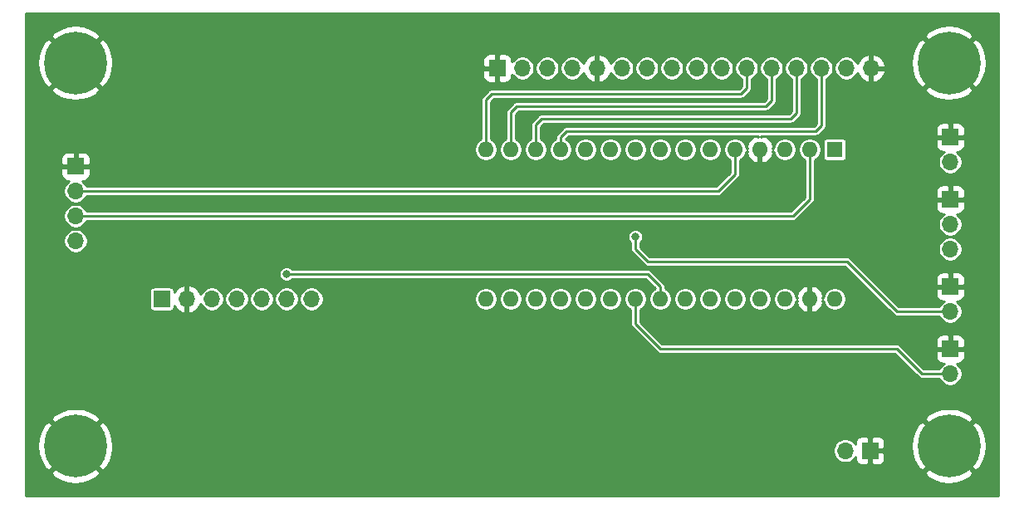
<source format=gbr>
G04 #@! TF.GenerationSoftware,KiCad,Pcbnew,(5.1.6)-1*
G04 #@! TF.CreationDate,2020-09-12T17:38:01+02:00*
G04 #@! TF.ProjectId,vfo-do-with-trimmer_boutons regroup_s-10x5,76666f2d-646f-42d7-9769-74682d747269,rev?*
G04 #@! TF.SameCoordinates,Original*
G04 #@! TF.FileFunction,Copper,L2,Bot*
G04 #@! TF.FilePolarity,Positive*
%FSLAX46Y46*%
G04 Gerber Fmt 4.6, Leading zero omitted, Abs format (unit mm)*
G04 Created by KiCad (PCBNEW (5.1.6)-1) date 2020-09-12 17:38:01*
%MOMM*%
%LPD*%
G01*
G04 APERTURE LIST*
G04 #@! TA.AperFunction,ComponentPad*
%ADD10O,1.600000X1.600000*%
G04 #@! TD*
G04 #@! TA.AperFunction,ComponentPad*
%ADD11R,1.600000X1.600000*%
G04 #@! TD*
G04 #@! TA.AperFunction,ComponentPad*
%ADD12O,1.700000X1.700000*%
G04 #@! TD*
G04 #@! TA.AperFunction,ComponentPad*
%ADD13R,1.700000X1.700000*%
G04 #@! TD*
G04 #@! TA.AperFunction,ComponentPad*
%ADD14C,0.800000*%
G04 #@! TD*
G04 #@! TA.AperFunction,ComponentPad*
%ADD15C,6.400000*%
G04 #@! TD*
G04 #@! TA.AperFunction,ViaPad*
%ADD16C,0.800000*%
G04 #@! TD*
G04 #@! TA.AperFunction,Conductor*
%ADD17C,0.250000*%
G04 #@! TD*
G04 #@! TA.AperFunction,Conductor*
%ADD18C,0.254000*%
G04 #@! TD*
G04 APERTURE END LIST*
D10*
X147320000Y-129540000D03*
X147320000Y-114300000D03*
X182880000Y-129540000D03*
X149860000Y-114300000D03*
X180340000Y-129540000D03*
X152400000Y-114300000D03*
X177800000Y-129540000D03*
X154940000Y-114300000D03*
X175260000Y-129540000D03*
X157480000Y-114300000D03*
X172720000Y-129540000D03*
X160020000Y-114300000D03*
X170180000Y-129540000D03*
X162560000Y-114300000D03*
X167640000Y-129540000D03*
X165100000Y-114300000D03*
X165100000Y-129540000D03*
X167640000Y-114300000D03*
X162560000Y-129540000D03*
X170180000Y-114300000D03*
X160020000Y-129540000D03*
X172720000Y-114300000D03*
X157480000Y-129540000D03*
X175260000Y-114300000D03*
X154940000Y-129540000D03*
X177800000Y-114300000D03*
X152400000Y-129540000D03*
X180340000Y-114300000D03*
X149860000Y-129540000D03*
D11*
X182880000Y-114300000D03*
D12*
X105500000Y-123620000D03*
X105500000Y-121080000D03*
X105500000Y-118540000D03*
D13*
X105500000Y-116000000D03*
D12*
X183960000Y-145000000D03*
D13*
X186500000Y-145000000D03*
D12*
X186600000Y-106000000D03*
X184060000Y-106000000D03*
X181520000Y-106000000D03*
X178980000Y-106000000D03*
X176440000Y-106000000D03*
X173900000Y-106000000D03*
X171360000Y-106000000D03*
X168820000Y-106000000D03*
X166280000Y-106000000D03*
X163740000Y-106000000D03*
X161200000Y-106000000D03*
X158660000Y-106000000D03*
X156120000Y-106000000D03*
X153580000Y-106000000D03*
X151040000Y-106000000D03*
D13*
X148500000Y-106000000D03*
D12*
X129540000Y-129540000D03*
X127000000Y-129540000D03*
X124460000Y-129540000D03*
X121920000Y-129540000D03*
X119380000Y-129540000D03*
X116840000Y-129540000D03*
D13*
X114300000Y-129540000D03*
D12*
X194660000Y-130810000D03*
D13*
X194660000Y-128270000D03*
D12*
X194660000Y-115570000D03*
D13*
X194660000Y-113030000D03*
D12*
X194660000Y-137160000D03*
D13*
X194660000Y-134620000D03*
D12*
X194660000Y-124460000D03*
X194660000Y-121920000D03*
D13*
X194660000Y-119380000D03*
D14*
X107172056Y-103777944D03*
X105475000Y-103075000D03*
X103777944Y-103777944D03*
X103075000Y-105475000D03*
X103777944Y-107172056D03*
X105475000Y-107875000D03*
X107172056Y-107172056D03*
X107875000Y-105475000D03*
D15*
X105475000Y-105475000D03*
X194525000Y-144525000D03*
D14*
X196925000Y-144525000D03*
X196222056Y-146222056D03*
X194525000Y-146925000D03*
X192827944Y-146222056D03*
X192125000Y-144525000D03*
X192827944Y-142827944D03*
X194525000Y-142125000D03*
X196222056Y-142827944D03*
X196222056Y-103777944D03*
X194525000Y-103075000D03*
X192827944Y-103777944D03*
X192125000Y-105475000D03*
X192827944Y-107172056D03*
X194525000Y-107875000D03*
X196222056Y-107172056D03*
X196925000Y-105475000D03*
D15*
X194525000Y-105475000D03*
X105475000Y-144525000D03*
D14*
X107875000Y-144525000D03*
X107172056Y-146222056D03*
X105475000Y-146925000D03*
X103777944Y-146222056D03*
X103075000Y-144525000D03*
X103777944Y-142827944D03*
X105475000Y-142125000D03*
X107172056Y-142827944D03*
D16*
X162560000Y-123190000D03*
X127000000Y-127000000D03*
X125000000Y-105000000D03*
X140000000Y-105000000D03*
X125000000Y-145000000D03*
X115000000Y-145000000D03*
X113030000Y-135000000D03*
X135000000Y-145000000D03*
X105000000Y-135000000D03*
X112500000Y-105000000D03*
X112500000Y-115000000D03*
X125000000Y-124000000D03*
X142500000Y-145000000D03*
X190000000Y-140000000D03*
X135000000Y-133000000D03*
X125000000Y-116500000D03*
X145000000Y-133000000D03*
X155000000Y-133000000D03*
X180000000Y-133000000D03*
X135000000Y-124000000D03*
X145000000Y-124000000D03*
X155000000Y-124000000D03*
X168910000Y-123000000D03*
X125000000Y-133000000D03*
X180000000Y-140000000D03*
X135000000Y-116500000D03*
X142500000Y-112500000D03*
X169250000Y-133000000D03*
X190000000Y-133000000D03*
X145000000Y-116500000D03*
X155000000Y-116500000D03*
X177250000Y-117750000D03*
X184000000Y-117750000D03*
X190000000Y-115500000D03*
X187750000Y-110000000D03*
D17*
X154940000Y-114300000D02*
X154940000Y-113030000D01*
X154940000Y-113030000D02*
X155575000Y-112395000D01*
X155575000Y-112395000D02*
X180975000Y-112395000D01*
X181520000Y-111850000D02*
X181520000Y-106000000D01*
X180975000Y-112395000D02*
X181520000Y-111850000D01*
X152400000Y-114300000D02*
X152400000Y-111760000D01*
X152400000Y-111760000D02*
X153035000Y-111125000D01*
X153035000Y-111125000D02*
X178435000Y-111125000D01*
X178980000Y-110580000D02*
X178980000Y-106000000D01*
X178435000Y-111125000D02*
X178980000Y-110580000D01*
X149860000Y-114300000D02*
X149860000Y-110490000D01*
X149860000Y-110490000D02*
X150495000Y-109855000D01*
X150495000Y-109855000D02*
X175895000Y-109855000D01*
X176440000Y-109310000D02*
X176440000Y-106000000D01*
X175895000Y-109855000D02*
X176440000Y-109310000D01*
X173900000Y-108040000D02*
X173900000Y-106000000D01*
X147955000Y-108585000D02*
X173355000Y-108585000D01*
X173355000Y-108585000D02*
X173900000Y-108040000D01*
X147320000Y-114300000D02*
X147320000Y-109220000D01*
X147320000Y-109220000D02*
X147955000Y-108585000D01*
X184150000Y-125730000D02*
X163830000Y-125730000D01*
X163830000Y-125730000D02*
X162560000Y-124460000D01*
X162560000Y-124460000D02*
X162560000Y-123190000D01*
X189230000Y-130810000D02*
X184150000Y-125730000D01*
X194660000Y-130810000D02*
X189230000Y-130810000D01*
X127000000Y-127000000D02*
X163830000Y-127000000D01*
X163830000Y-127000000D02*
X165100000Y-128270000D01*
X165100000Y-128270000D02*
X165100000Y-129540000D01*
X162560000Y-129540000D02*
X162560000Y-132080000D01*
X165100000Y-134620000D02*
X189230000Y-134620000D01*
X162560000Y-132080000D02*
X165100000Y-134620000D01*
X191770000Y-137160000D02*
X189230000Y-134620000D01*
X194660000Y-137160000D02*
X191770000Y-137160000D01*
X105500000Y-118540000D02*
X171020000Y-118540000D01*
X172720000Y-116840000D02*
X172720000Y-114300000D01*
X171020000Y-118540000D02*
X172720000Y-116840000D01*
X105500000Y-121080000D02*
X178640000Y-121080000D01*
X180340000Y-119380000D02*
X180340000Y-114300000D01*
X178640000Y-121080000D02*
X180340000Y-119380000D01*
D18*
G36*
X199594001Y-149594000D02*
G01*
X100406000Y-149594000D01*
X100406000Y-147225881D01*
X102953724Y-147225881D01*
X103313912Y-147715548D01*
X103977882Y-148075849D01*
X104699385Y-148299694D01*
X105450695Y-148378480D01*
X106202938Y-148309178D01*
X106927208Y-148094452D01*
X107595670Y-147742555D01*
X107636088Y-147715548D01*
X107996276Y-147225881D01*
X192003724Y-147225881D01*
X192363912Y-147715548D01*
X193027882Y-148075849D01*
X193749385Y-148299694D01*
X194500695Y-148378480D01*
X195252938Y-148309178D01*
X195977208Y-148094452D01*
X196645670Y-147742555D01*
X196686088Y-147715548D01*
X197046276Y-147225881D01*
X194525000Y-144704605D01*
X192003724Y-147225881D01*
X107996276Y-147225881D01*
X105475000Y-144704605D01*
X102953724Y-147225881D01*
X100406000Y-147225881D01*
X100406000Y-144500695D01*
X101621520Y-144500695D01*
X101690822Y-145252938D01*
X101905548Y-145977208D01*
X102257445Y-146645670D01*
X102284452Y-146686088D01*
X102774119Y-147046276D01*
X105295395Y-144525000D01*
X105654605Y-144525000D01*
X108175881Y-147046276D01*
X108665548Y-146686088D01*
X109025849Y-146022118D01*
X109249694Y-145300615D01*
X109293932Y-144878757D01*
X182729000Y-144878757D01*
X182729000Y-145121243D01*
X182776307Y-145359069D01*
X182869102Y-145583097D01*
X183003820Y-145784717D01*
X183175283Y-145956180D01*
X183376903Y-146090898D01*
X183600931Y-146183693D01*
X183838757Y-146231000D01*
X184081243Y-146231000D01*
X184319069Y-146183693D01*
X184543097Y-146090898D01*
X184744717Y-145956180D01*
X184916180Y-145784717D01*
X185013073Y-145639706D01*
X185011928Y-145850000D01*
X185024188Y-145974482D01*
X185060498Y-146094180D01*
X185119463Y-146204494D01*
X185198815Y-146301185D01*
X185295506Y-146380537D01*
X185405820Y-146439502D01*
X185525518Y-146475812D01*
X185650000Y-146488072D01*
X186214250Y-146485000D01*
X186373000Y-146326250D01*
X186373000Y-145127000D01*
X186627000Y-145127000D01*
X186627000Y-146326250D01*
X186785750Y-146485000D01*
X187350000Y-146488072D01*
X187474482Y-146475812D01*
X187594180Y-146439502D01*
X187704494Y-146380537D01*
X187801185Y-146301185D01*
X187880537Y-146204494D01*
X187939502Y-146094180D01*
X187975812Y-145974482D01*
X187988072Y-145850000D01*
X187985000Y-145285750D01*
X187826250Y-145127000D01*
X186627000Y-145127000D01*
X186373000Y-145127000D01*
X186353000Y-145127000D01*
X186353000Y-144873000D01*
X186373000Y-144873000D01*
X186373000Y-143673750D01*
X186627000Y-143673750D01*
X186627000Y-144873000D01*
X187826250Y-144873000D01*
X187985000Y-144714250D01*
X187986162Y-144500695D01*
X190671520Y-144500695D01*
X190740822Y-145252938D01*
X190955548Y-145977208D01*
X191307445Y-146645670D01*
X191334452Y-146686088D01*
X191824119Y-147046276D01*
X194345395Y-144525000D01*
X194704605Y-144525000D01*
X197225881Y-147046276D01*
X197715548Y-146686088D01*
X198075849Y-146022118D01*
X198299694Y-145300615D01*
X198378480Y-144549305D01*
X198309178Y-143797062D01*
X198094452Y-143072792D01*
X197742555Y-142404330D01*
X197715548Y-142363912D01*
X197225881Y-142003724D01*
X194704605Y-144525000D01*
X194345395Y-144525000D01*
X191824119Y-142003724D01*
X191334452Y-142363912D01*
X190974151Y-143027882D01*
X190750306Y-143749385D01*
X190671520Y-144500695D01*
X187986162Y-144500695D01*
X187988072Y-144150000D01*
X187975812Y-144025518D01*
X187939502Y-143905820D01*
X187880537Y-143795506D01*
X187801185Y-143698815D01*
X187704494Y-143619463D01*
X187594180Y-143560498D01*
X187474482Y-143524188D01*
X187350000Y-143511928D01*
X186785750Y-143515000D01*
X186627000Y-143673750D01*
X186373000Y-143673750D01*
X186214250Y-143515000D01*
X185650000Y-143511928D01*
X185525518Y-143524188D01*
X185405820Y-143560498D01*
X185295506Y-143619463D01*
X185198815Y-143698815D01*
X185119463Y-143795506D01*
X185060498Y-143905820D01*
X185024188Y-144025518D01*
X185011928Y-144150000D01*
X185013073Y-144360294D01*
X184916180Y-144215283D01*
X184744717Y-144043820D01*
X184543097Y-143909102D01*
X184319069Y-143816307D01*
X184081243Y-143769000D01*
X183838757Y-143769000D01*
X183600931Y-143816307D01*
X183376903Y-143909102D01*
X183175283Y-144043820D01*
X183003820Y-144215283D01*
X182869102Y-144416903D01*
X182776307Y-144640931D01*
X182729000Y-144878757D01*
X109293932Y-144878757D01*
X109328480Y-144549305D01*
X109259178Y-143797062D01*
X109044452Y-143072792D01*
X108692555Y-142404330D01*
X108665548Y-142363912D01*
X108175881Y-142003724D01*
X105654605Y-144525000D01*
X105295395Y-144525000D01*
X102774119Y-142003724D01*
X102284452Y-142363912D01*
X101924151Y-143027882D01*
X101700306Y-143749385D01*
X101621520Y-144500695D01*
X100406000Y-144500695D01*
X100406000Y-141824119D01*
X102953724Y-141824119D01*
X105475000Y-144345395D01*
X107996276Y-141824119D01*
X192003724Y-141824119D01*
X194525000Y-144345395D01*
X197046276Y-141824119D01*
X196686088Y-141334452D01*
X196022118Y-140974151D01*
X195300615Y-140750306D01*
X194549305Y-140671520D01*
X193797062Y-140740822D01*
X193072792Y-140955548D01*
X192404330Y-141307445D01*
X192363912Y-141334452D01*
X192003724Y-141824119D01*
X107996276Y-141824119D01*
X107636088Y-141334452D01*
X106972118Y-140974151D01*
X106250615Y-140750306D01*
X105499305Y-140671520D01*
X104747062Y-140740822D01*
X104022792Y-140955548D01*
X103354330Y-141307445D01*
X103313912Y-141334452D01*
X102953724Y-141824119D01*
X100406000Y-141824119D01*
X100406000Y-128690000D01*
X113067157Y-128690000D01*
X113067157Y-130390000D01*
X113074513Y-130464689D01*
X113096299Y-130536508D01*
X113131678Y-130602696D01*
X113179289Y-130660711D01*
X113237304Y-130708322D01*
X113303492Y-130743701D01*
X113375311Y-130765487D01*
X113450000Y-130772843D01*
X115150000Y-130772843D01*
X115224689Y-130765487D01*
X115296508Y-130743701D01*
X115362696Y-130708322D01*
X115420711Y-130660711D01*
X115468322Y-130602696D01*
X115503701Y-130536508D01*
X115525487Y-130464689D01*
X115532843Y-130390000D01*
X115532843Y-130233367D01*
X115644822Y-130421355D01*
X115839731Y-130637588D01*
X116073080Y-130811641D01*
X116335901Y-130936825D01*
X116483110Y-130981476D01*
X116713000Y-130860155D01*
X116713000Y-129667000D01*
X116693000Y-129667000D01*
X116693000Y-129413000D01*
X116713000Y-129413000D01*
X116713000Y-128219845D01*
X116967000Y-128219845D01*
X116967000Y-129413000D01*
X116987000Y-129413000D01*
X116987000Y-129667000D01*
X116967000Y-129667000D01*
X116967000Y-130860155D01*
X117196890Y-130981476D01*
X117344099Y-130936825D01*
X117606920Y-130811641D01*
X117840269Y-130637588D01*
X118035178Y-130421355D01*
X118184157Y-130171252D01*
X118241772Y-130008832D01*
X118289102Y-130123097D01*
X118423820Y-130324717D01*
X118595283Y-130496180D01*
X118796903Y-130630898D01*
X119020931Y-130723693D01*
X119258757Y-130771000D01*
X119501243Y-130771000D01*
X119739069Y-130723693D01*
X119963097Y-130630898D01*
X120164717Y-130496180D01*
X120336180Y-130324717D01*
X120470898Y-130123097D01*
X120563693Y-129899069D01*
X120611000Y-129661243D01*
X120611000Y-129418757D01*
X120689000Y-129418757D01*
X120689000Y-129661243D01*
X120736307Y-129899069D01*
X120829102Y-130123097D01*
X120963820Y-130324717D01*
X121135283Y-130496180D01*
X121336903Y-130630898D01*
X121560931Y-130723693D01*
X121798757Y-130771000D01*
X122041243Y-130771000D01*
X122279069Y-130723693D01*
X122503097Y-130630898D01*
X122704717Y-130496180D01*
X122876180Y-130324717D01*
X123010898Y-130123097D01*
X123103693Y-129899069D01*
X123151000Y-129661243D01*
X123151000Y-129418757D01*
X123229000Y-129418757D01*
X123229000Y-129661243D01*
X123276307Y-129899069D01*
X123369102Y-130123097D01*
X123503820Y-130324717D01*
X123675283Y-130496180D01*
X123876903Y-130630898D01*
X124100931Y-130723693D01*
X124338757Y-130771000D01*
X124581243Y-130771000D01*
X124819069Y-130723693D01*
X125043097Y-130630898D01*
X125244717Y-130496180D01*
X125416180Y-130324717D01*
X125550898Y-130123097D01*
X125643693Y-129899069D01*
X125691000Y-129661243D01*
X125691000Y-129418757D01*
X125769000Y-129418757D01*
X125769000Y-129661243D01*
X125816307Y-129899069D01*
X125909102Y-130123097D01*
X126043820Y-130324717D01*
X126215283Y-130496180D01*
X126416903Y-130630898D01*
X126640931Y-130723693D01*
X126878757Y-130771000D01*
X127121243Y-130771000D01*
X127359069Y-130723693D01*
X127583097Y-130630898D01*
X127784717Y-130496180D01*
X127956180Y-130324717D01*
X128090898Y-130123097D01*
X128183693Y-129899069D01*
X128231000Y-129661243D01*
X128231000Y-129418757D01*
X128309000Y-129418757D01*
X128309000Y-129661243D01*
X128356307Y-129899069D01*
X128449102Y-130123097D01*
X128583820Y-130324717D01*
X128755283Y-130496180D01*
X128956903Y-130630898D01*
X129180931Y-130723693D01*
X129418757Y-130771000D01*
X129661243Y-130771000D01*
X129899069Y-130723693D01*
X130123097Y-130630898D01*
X130324717Y-130496180D01*
X130496180Y-130324717D01*
X130630898Y-130123097D01*
X130723693Y-129899069D01*
X130771000Y-129661243D01*
X130771000Y-129423682D01*
X146139000Y-129423682D01*
X146139000Y-129656318D01*
X146184386Y-129884485D01*
X146273412Y-130099413D01*
X146402658Y-130292843D01*
X146567157Y-130457342D01*
X146760587Y-130586588D01*
X146975515Y-130675614D01*
X147203682Y-130721000D01*
X147436318Y-130721000D01*
X147664485Y-130675614D01*
X147879413Y-130586588D01*
X148072843Y-130457342D01*
X148237342Y-130292843D01*
X148366588Y-130099413D01*
X148455614Y-129884485D01*
X148501000Y-129656318D01*
X148501000Y-129423682D01*
X148679000Y-129423682D01*
X148679000Y-129656318D01*
X148724386Y-129884485D01*
X148813412Y-130099413D01*
X148942658Y-130292843D01*
X149107157Y-130457342D01*
X149300587Y-130586588D01*
X149515515Y-130675614D01*
X149743682Y-130721000D01*
X149976318Y-130721000D01*
X150204485Y-130675614D01*
X150419413Y-130586588D01*
X150612843Y-130457342D01*
X150777342Y-130292843D01*
X150906588Y-130099413D01*
X150995614Y-129884485D01*
X151041000Y-129656318D01*
X151041000Y-129423682D01*
X151219000Y-129423682D01*
X151219000Y-129656318D01*
X151264386Y-129884485D01*
X151353412Y-130099413D01*
X151482658Y-130292843D01*
X151647157Y-130457342D01*
X151840587Y-130586588D01*
X152055515Y-130675614D01*
X152283682Y-130721000D01*
X152516318Y-130721000D01*
X152744485Y-130675614D01*
X152959413Y-130586588D01*
X153152843Y-130457342D01*
X153317342Y-130292843D01*
X153446588Y-130099413D01*
X153535614Y-129884485D01*
X153581000Y-129656318D01*
X153581000Y-129423682D01*
X153759000Y-129423682D01*
X153759000Y-129656318D01*
X153804386Y-129884485D01*
X153893412Y-130099413D01*
X154022658Y-130292843D01*
X154187157Y-130457342D01*
X154380587Y-130586588D01*
X154595515Y-130675614D01*
X154823682Y-130721000D01*
X155056318Y-130721000D01*
X155284485Y-130675614D01*
X155499413Y-130586588D01*
X155692843Y-130457342D01*
X155857342Y-130292843D01*
X155986588Y-130099413D01*
X156075614Y-129884485D01*
X156121000Y-129656318D01*
X156121000Y-129423682D01*
X156299000Y-129423682D01*
X156299000Y-129656318D01*
X156344386Y-129884485D01*
X156433412Y-130099413D01*
X156562658Y-130292843D01*
X156727157Y-130457342D01*
X156920587Y-130586588D01*
X157135515Y-130675614D01*
X157363682Y-130721000D01*
X157596318Y-130721000D01*
X157824485Y-130675614D01*
X158039413Y-130586588D01*
X158232843Y-130457342D01*
X158397342Y-130292843D01*
X158526588Y-130099413D01*
X158615614Y-129884485D01*
X158661000Y-129656318D01*
X158661000Y-129423682D01*
X158839000Y-129423682D01*
X158839000Y-129656318D01*
X158884386Y-129884485D01*
X158973412Y-130099413D01*
X159102658Y-130292843D01*
X159267157Y-130457342D01*
X159460587Y-130586588D01*
X159675515Y-130675614D01*
X159903682Y-130721000D01*
X160136318Y-130721000D01*
X160364485Y-130675614D01*
X160579413Y-130586588D01*
X160772843Y-130457342D01*
X160937342Y-130292843D01*
X161066588Y-130099413D01*
X161155614Y-129884485D01*
X161201000Y-129656318D01*
X161201000Y-129423682D01*
X161379000Y-129423682D01*
X161379000Y-129656318D01*
X161424386Y-129884485D01*
X161513412Y-130099413D01*
X161642658Y-130292843D01*
X161807157Y-130457342D01*
X162000587Y-130586588D01*
X162054000Y-130608713D01*
X162054001Y-132055144D01*
X162051553Y-132080000D01*
X162061322Y-132179192D01*
X162090255Y-132274574D01*
X162090256Y-132274575D01*
X162137242Y-132362479D01*
X162200474Y-132439527D01*
X162219781Y-132455372D01*
X164724628Y-134960220D01*
X164740473Y-134979527D01*
X164817521Y-135042759D01*
X164905425Y-135089745D01*
X164978607Y-135111944D01*
X165000806Y-135118678D01*
X165010694Y-135119652D01*
X165075146Y-135126000D01*
X165075153Y-135126000D01*
X165099999Y-135128447D01*
X165124845Y-135126000D01*
X189020409Y-135126000D01*
X191394628Y-137500220D01*
X191410473Y-137519527D01*
X191487521Y-137582759D01*
X191575425Y-137629745D01*
X191648607Y-137651944D01*
X191670806Y-137658678D01*
X191680694Y-137659652D01*
X191745146Y-137666000D01*
X191745153Y-137666000D01*
X191769999Y-137668447D01*
X191794845Y-137666000D01*
X193537168Y-137666000D01*
X193569102Y-137743097D01*
X193703820Y-137944717D01*
X193875283Y-138116180D01*
X194076903Y-138250898D01*
X194300931Y-138343693D01*
X194538757Y-138391000D01*
X194781243Y-138391000D01*
X195019069Y-138343693D01*
X195243097Y-138250898D01*
X195444717Y-138116180D01*
X195616180Y-137944717D01*
X195750898Y-137743097D01*
X195843693Y-137519069D01*
X195891000Y-137281243D01*
X195891000Y-137038757D01*
X195843693Y-136800931D01*
X195750898Y-136576903D01*
X195616180Y-136375283D01*
X195444717Y-136203820D01*
X195299706Y-136106927D01*
X195510000Y-136108072D01*
X195634482Y-136095812D01*
X195754180Y-136059502D01*
X195864494Y-136000537D01*
X195961185Y-135921185D01*
X196040537Y-135824494D01*
X196099502Y-135714180D01*
X196135812Y-135594482D01*
X196148072Y-135470000D01*
X196145000Y-134905750D01*
X195986250Y-134747000D01*
X194787000Y-134747000D01*
X194787000Y-134767000D01*
X194533000Y-134767000D01*
X194533000Y-134747000D01*
X193333750Y-134747000D01*
X193175000Y-134905750D01*
X193171928Y-135470000D01*
X193184188Y-135594482D01*
X193220498Y-135714180D01*
X193279463Y-135824494D01*
X193358815Y-135921185D01*
X193455506Y-136000537D01*
X193565820Y-136059502D01*
X193685518Y-136095812D01*
X193810000Y-136108072D01*
X194020294Y-136106927D01*
X193875283Y-136203820D01*
X193703820Y-136375283D01*
X193569102Y-136576903D01*
X193537168Y-136654000D01*
X191979592Y-136654000D01*
X189605376Y-134279785D01*
X189589527Y-134260473D01*
X189512479Y-134197241D01*
X189424575Y-134150255D01*
X189329193Y-134121322D01*
X189254854Y-134114000D01*
X189254846Y-134114000D01*
X189230000Y-134111553D01*
X189205154Y-134114000D01*
X165309592Y-134114000D01*
X164965592Y-133770000D01*
X193171928Y-133770000D01*
X193175000Y-134334250D01*
X193333750Y-134493000D01*
X194533000Y-134493000D01*
X194533000Y-133293750D01*
X194787000Y-133293750D01*
X194787000Y-134493000D01*
X195986250Y-134493000D01*
X196145000Y-134334250D01*
X196148072Y-133770000D01*
X196135812Y-133645518D01*
X196099502Y-133525820D01*
X196040537Y-133415506D01*
X195961185Y-133318815D01*
X195864494Y-133239463D01*
X195754180Y-133180498D01*
X195634482Y-133144188D01*
X195510000Y-133131928D01*
X194945750Y-133135000D01*
X194787000Y-133293750D01*
X194533000Y-133293750D01*
X194374250Y-133135000D01*
X193810000Y-133131928D01*
X193685518Y-133144188D01*
X193565820Y-133180498D01*
X193455506Y-133239463D01*
X193358815Y-133318815D01*
X193279463Y-133415506D01*
X193220498Y-133525820D01*
X193184188Y-133645518D01*
X193171928Y-133770000D01*
X164965592Y-133770000D01*
X163066000Y-131870409D01*
X163066000Y-130608712D01*
X163119413Y-130586588D01*
X163312843Y-130457342D01*
X163477342Y-130292843D01*
X163606588Y-130099413D01*
X163695614Y-129884485D01*
X163741000Y-129656318D01*
X163741000Y-129423682D01*
X163695614Y-129195515D01*
X163606588Y-128980587D01*
X163477342Y-128787157D01*
X163312843Y-128622658D01*
X163119413Y-128493412D01*
X162904485Y-128404386D01*
X162676318Y-128359000D01*
X162443682Y-128359000D01*
X162215515Y-128404386D01*
X162000587Y-128493412D01*
X161807157Y-128622658D01*
X161642658Y-128787157D01*
X161513412Y-128980587D01*
X161424386Y-129195515D01*
X161379000Y-129423682D01*
X161201000Y-129423682D01*
X161155614Y-129195515D01*
X161066588Y-128980587D01*
X160937342Y-128787157D01*
X160772843Y-128622658D01*
X160579413Y-128493412D01*
X160364485Y-128404386D01*
X160136318Y-128359000D01*
X159903682Y-128359000D01*
X159675515Y-128404386D01*
X159460587Y-128493412D01*
X159267157Y-128622658D01*
X159102658Y-128787157D01*
X158973412Y-128980587D01*
X158884386Y-129195515D01*
X158839000Y-129423682D01*
X158661000Y-129423682D01*
X158615614Y-129195515D01*
X158526588Y-128980587D01*
X158397342Y-128787157D01*
X158232843Y-128622658D01*
X158039413Y-128493412D01*
X157824485Y-128404386D01*
X157596318Y-128359000D01*
X157363682Y-128359000D01*
X157135515Y-128404386D01*
X156920587Y-128493412D01*
X156727157Y-128622658D01*
X156562658Y-128787157D01*
X156433412Y-128980587D01*
X156344386Y-129195515D01*
X156299000Y-129423682D01*
X156121000Y-129423682D01*
X156075614Y-129195515D01*
X155986588Y-128980587D01*
X155857342Y-128787157D01*
X155692843Y-128622658D01*
X155499413Y-128493412D01*
X155284485Y-128404386D01*
X155056318Y-128359000D01*
X154823682Y-128359000D01*
X154595515Y-128404386D01*
X154380587Y-128493412D01*
X154187157Y-128622658D01*
X154022658Y-128787157D01*
X153893412Y-128980587D01*
X153804386Y-129195515D01*
X153759000Y-129423682D01*
X153581000Y-129423682D01*
X153535614Y-129195515D01*
X153446588Y-128980587D01*
X153317342Y-128787157D01*
X153152843Y-128622658D01*
X152959413Y-128493412D01*
X152744485Y-128404386D01*
X152516318Y-128359000D01*
X152283682Y-128359000D01*
X152055515Y-128404386D01*
X151840587Y-128493412D01*
X151647157Y-128622658D01*
X151482658Y-128787157D01*
X151353412Y-128980587D01*
X151264386Y-129195515D01*
X151219000Y-129423682D01*
X151041000Y-129423682D01*
X150995614Y-129195515D01*
X150906588Y-128980587D01*
X150777342Y-128787157D01*
X150612843Y-128622658D01*
X150419413Y-128493412D01*
X150204485Y-128404386D01*
X149976318Y-128359000D01*
X149743682Y-128359000D01*
X149515515Y-128404386D01*
X149300587Y-128493412D01*
X149107157Y-128622658D01*
X148942658Y-128787157D01*
X148813412Y-128980587D01*
X148724386Y-129195515D01*
X148679000Y-129423682D01*
X148501000Y-129423682D01*
X148455614Y-129195515D01*
X148366588Y-128980587D01*
X148237342Y-128787157D01*
X148072843Y-128622658D01*
X147879413Y-128493412D01*
X147664485Y-128404386D01*
X147436318Y-128359000D01*
X147203682Y-128359000D01*
X146975515Y-128404386D01*
X146760587Y-128493412D01*
X146567157Y-128622658D01*
X146402658Y-128787157D01*
X146273412Y-128980587D01*
X146184386Y-129195515D01*
X146139000Y-129423682D01*
X130771000Y-129423682D01*
X130771000Y-129418757D01*
X130723693Y-129180931D01*
X130630898Y-128956903D01*
X130496180Y-128755283D01*
X130324717Y-128583820D01*
X130123097Y-128449102D01*
X129899069Y-128356307D01*
X129661243Y-128309000D01*
X129418757Y-128309000D01*
X129180931Y-128356307D01*
X128956903Y-128449102D01*
X128755283Y-128583820D01*
X128583820Y-128755283D01*
X128449102Y-128956903D01*
X128356307Y-129180931D01*
X128309000Y-129418757D01*
X128231000Y-129418757D01*
X128183693Y-129180931D01*
X128090898Y-128956903D01*
X127956180Y-128755283D01*
X127784717Y-128583820D01*
X127583097Y-128449102D01*
X127359069Y-128356307D01*
X127121243Y-128309000D01*
X126878757Y-128309000D01*
X126640931Y-128356307D01*
X126416903Y-128449102D01*
X126215283Y-128583820D01*
X126043820Y-128755283D01*
X125909102Y-128956903D01*
X125816307Y-129180931D01*
X125769000Y-129418757D01*
X125691000Y-129418757D01*
X125643693Y-129180931D01*
X125550898Y-128956903D01*
X125416180Y-128755283D01*
X125244717Y-128583820D01*
X125043097Y-128449102D01*
X124819069Y-128356307D01*
X124581243Y-128309000D01*
X124338757Y-128309000D01*
X124100931Y-128356307D01*
X123876903Y-128449102D01*
X123675283Y-128583820D01*
X123503820Y-128755283D01*
X123369102Y-128956903D01*
X123276307Y-129180931D01*
X123229000Y-129418757D01*
X123151000Y-129418757D01*
X123103693Y-129180931D01*
X123010898Y-128956903D01*
X122876180Y-128755283D01*
X122704717Y-128583820D01*
X122503097Y-128449102D01*
X122279069Y-128356307D01*
X122041243Y-128309000D01*
X121798757Y-128309000D01*
X121560931Y-128356307D01*
X121336903Y-128449102D01*
X121135283Y-128583820D01*
X120963820Y-128755283D01*
X120829102Y-128956903D01*
X120736307Y-129180931D01*
X120689000Y-129418757D01*
X120611000Y-129418757D01*
X120563693Y-129180931D01*
X120470898Y-128956903D01*
X120336180Y-128755283D01*
X120164717Y-128583820D01*
X119963097Y-128449102D01*
X119739069Y-128356307D01*
X119501243Y-128309000D01*
X119258757Y-128309000D01*
X119020931Y-128356307D01*
X118796903Y-128449102D01*
X118595283Y-128583820D01*
X118423820Y-128755283D01*
X118289102Y-128956903D01*
X118241772Y-129071168D01*
X118184157Y-128908748D01*
X118035178Y-128658645D01*
X117840269Y-128442412D01*
X117606920Y-128268359D01*
X117344099Y-128143175D01*
X117196890Y-128098524D01*
X116967000Y-128219845D01*
X116713000Y-128219845D01*
X116483110Y-128098524D01*
X116335901Y-128143175D01*
X116073080Y-128268359D01*
X115839731Y-128442412D01*
X115644822Y-128658645D01*
X115532843Y-128846633D01*
X115532843Y-128690000D01*
X115525487Y-128615311D01*
X115503701Y-128543492D01*
X115468322Y-128477304D01*
X115420711Y-128419289D01*
X115362696Y-128371678D01*
X115296508Y-128336299D01*
X115224689Y-128314513D01*
X115150000Y-128307157D01*
X113450000Y-128307157D01*
X113375311Y-128314513D01*
X113303492Y-128336299D01*
X113237304Y-128371678D01*
X113179289Y-128419289D01*
X113131678Y-128477304D01*
X113096299Y-128543492D01*
X113074513Y-128615311D01*
X113067157Y-128690000D01*
X100406000Y-128690000D01*
X100406000Y-126923078D01*
X126219000Y-126923078D01*
X126219000Y-127076922D01*
X126249013Y-127227809D01*
X126307887Y-127369942D01*
X126393358Y-127497859D01*
X126502141Y-127606642D01*
X126630058Y-127692113D01*
X126772191Y-127750987D01*
X126923078Y-127781000D01*
X127076922Y-127781000D01*
X127227809Y-127750987D01*
X127369942Y-127692113D01*
X127497859Y-127606642D01*
X127598501Y-127506000D01*
X163620409Y-127506000D01*
X164588128Y-128473720D01*
X164540587Y-128493412D01*
X164347157Y-128622658D01*
X164182658Y-128787157D01*
X164053412Y-128980587D01*
X163964386Y-129195515D01*
X163919000Y-129423682D01*
X163919000Y-129656318D01*
X163964386Y-129884485D01*
X164053412Y-130099413D01*
X164182658Y-130292843D01*
X164347157Y-130457342D01*
X164540587Y-130586588D01*
X164755515Y-130675614D01*
X164983682Y-130721000D01*
X165216318Y-130721000D01*
X165444485Y-130675614D01*
X165659413Y-130586588D01*
X165852843Y-130457342D01*
X166017342Y-130292843D01*
X166146588Y-130099413D01*
X166235614Y-129884485D01*
X166281000Y-129656318D01*
X166281000Y-129423682D01*
X166459000Y-129423682D01*
X166459000Y-129656318D01*
X166504386Y-129884485D01*
X166593412Y-130099413D01*
X166722658Y-130292843D01*
X166887157Y-130457342D01*
X167080587Y-130586588D01*
X167295515Y-130675614D01*
X167523682Y-130721000D01*
X167756318Y-130721000D01*
X167984485Y-130675614D01*
X168199413Y-130586588D01*
X168392843Y-130457342D01*
X168557342Y-130292843D01*
X168686588Y-130099413D01*
X168775614Y-129884485D01*
X168821000Y-129656318D01*
X168821000Y-129423682D01*
X168999000Y-129423682D01*
X168999000Y-129656318D01*
X169044386Y-129884485D01*
X169133412Y-130099413D01*
X169262658Y-130292843D01*
X169427157Y-130457342D01*
X169620587Y-130586588D01*
X169835515Y-130675614D01*
X170063682Y-130721000D01*
X170296318Y-130721000D01*
X170524485Y-130675614D01*
X170739413Y-130586588D01*
X170932843Y-130457342D01*
X171097342Y-130292843D01*
X171226588Y-130099413D01*
X171315614Y-129884485D01*
X171361000Y-129656318D01*
X171361000Y-129423682D01*
X171539000Y-129423682D01*
X171539000Y-129656318D01*
X171584386Y-129884485D01*
X171673412Y-130099413D01*
X171802658Y-130292843D01*
X171967157Y-130457342D01*
X172160587Y-130586588D01*
X172375515Y-130675614D01*
X172603682Y-130721000D01*
X172836318Y-130721000D01*
X173064485Y-130675614D01*
X173279413Y-130586588D01*
X173472843Y-130457342D01*
X173637342Y-130292843D01*
X173766588Y-130099413D01*
X173855614Y-129884485D01*
X173901000Y-129656318D01*
X173901000Y-129423682D01*
X174079000Y-129423682D01*
X174079000Y-129656318D01*
X174124386Y-129884485D01*
X174213412Y-130099413D01*
X174342658Y-130292843D01*
X174507157Y-130457342D01*
X174700587Y-130586588D01*
X174915515Y-130675614D01*
X175143682Y-130721000D01*
X175376318Y-130721000D01*
X175604485Y-130675614D01*
X175819413Y-130586588D01*
X176012843Y-130457342D01*
X176177342Y-130292843D01*
X176306588Y-130099413D01*
X176395614Y-129884485D01*
X176441000Y-129656318D01*
X176441000Y-129423682D01*
X176619000Y-129423682D01*
X176619000Y-129656318D01*
X176664386Y-129884485D01*
X176753412Y-130099413D01*
X176882658Y-130292843D01*
X177047157Y-130457342D01*
X177240587Y-130586588D01*
X177455515Y-130675614D01*
X177683682Y-130721000D01*
X177916318Y-130721000D01*
X178144485Y-130675614D01*
X178359413Y-130586588D01*
X178552843Y-130457342D01*
X178717342Y-130292843D01*
X178846588Y-130099413D01*
X178935614Y-129884485D01*
X178978875Y-129667002D01*
X179069375Y-129667002D01*
X178948091Y-129889040D01*
X179042930Y-130153881D01*
X179187615Y-130395131D01*
X179376586Y-130603519D01*
X179602580Y-130771037D01*
X179856913Y-130891246D01*
X179990961Y-130931904D01*
X180213000Y-130809915D01*
X180213000Y-129667000D01*
X180193000Y-129667000D01*
X180193000Y-129413000D01*
X180213000Y-129413000D01*
X180213000Y-128270085D01*
X180467000Y-128270085D01*
X180467000Y-129413000D01*
X180487000Y-129413000D01*
X180487000Y-129667000D01*
X180467000Y-129667000D01*
X180467000Y-130809915D01*
X180689039Y-130931904D01*
X180823087Y-130891246D01*
X181077420Y-130771037D01*
X181303414Y-130603519D01*
X181492385Y-130395131D01*
X181637070Y-130153881D01*
X181731909Y-129889040D01*
X181610625Y-129667002D01*
X181701125Y-129667002D01*
X181744386Y-129884485D01*
X181833412Y-130099413D01*
X181962658Y-130292843D01*
X182127157Y-130457342D01*
X182320587Y-130586588D01*
X182535515Y-130675614D01*
X182763682Y-130721000D01*
X182996318Y-130721000D01*
X183224485Y-130675614D01*
X183439413Y-130586588D01*
X183632843Y-130457342D01*
X183797342Y-130292843D01*
X183926588Y-130099413D01*
X184015614Y-129884485D01*
X184061000Y-129656318D01*
X184061000Y-129423682D01*
X184015614Y-129195515D01*
X183926588Y-128980587D01*
X183797342Y-128787157D01*
X183632843Y-128622658D01*
X183439413Y-128493412D01*
X183224485Y-128404386D01*
X182996318Y-128359000D01*
X182763682Y-128359000D01*
X182535515Y-128404386D01*
X182320587Y-128493412D01*
X182127157Y-128622658D01*
X181962658Y-128787157D01*
X181833412Y-128980587D01*
X181744386Y-129195515D01*
X181701125Y-129412998D01*
X181610625Y-129412998D01*
X181731909Y-129190960D01*
X181637070Y-128926119D01*
X181492385Y-128684869D01*
X181303414Y-128476481D01*
X181077420Y-128308963D01*
X180823087Y-128188754D01*
X180689039Y-128148096D01*
X180467000Y-128270085D01*
X180213000Y-128270085D01*
X179990961Y-128148096D01*
X179856913Y-128188754D01*
X179602580Y-128308963D01*
X179376586Y-128476481D01*
X179187615Y-128684869D01*
X179042930Y-128926119D01*
X178948091Y-129190960D01*
X179069375Y-129412998D01*
X178978875Y-129412998D01*
X178935614Y-129195515D01*
X178846588Y-128980587D01*
X178717342Y-128787157D01*
X178552843Y-128622658D01*
X178359413Y-128493412D01*
X178144485Y-128404386D01*
X177916318Y-128359000D01*
X177683682Y-128359000D01*
X177455515Y-128404386D01*
X177240587Y-128493412D01*
X177047157Y-128622658D01*
X176882658Y-128787157D01*
X176753412Y-128980587D01*
X176664386Y-129195515D01*
X176619000Y-129423682D01*
X176441000Y-129423682D01*
X176395614Y-129195515D01*
X176306588Y-128980587D01*
X176177342Y-128787157D01*
X176012843Y-128622658D01*
X175819413Y-128493412D01*
X175604485Y-128404386D01*
X175376318Y-128359000D01*
X175143682Y-128359000D01*
X174915515Y-128404386D01*
X174700587Y-128493412D01*
X174507157Y-128622658D01*
X174342658Y-128787157D01*
X174213412Y-128980587D01*
X174124386Y-129195515D01*
X174079000Y-129423682D01*
X173901000Y-129423682D01*
X173855614Y-129195515D01*
X173766588Y-128980587D01*
X173637342Y-128787157D01*
X173472843Y-128622658D01*
X173279413Y-128493412D01*
X173064485Y-128404386D01*
X172836318Y-128359000D01*
X172603682Y-128359000D01*
X172375515Y-128404386D01*
X172160587Y-128493412D01*
X171967157Y-128622658D01*
X171802658Y-128787157D01*
X171673412Y-128980587D01*
X171584386Y-129195515D01*
X171539000Y-129423682D01*
X171361000Y-129423682D01*
X171315614Y-129195515D01*
X171226588Y-128980587D01*
X171097342Y-128787157D01*
X170932843Y-128622658D01*
X170739413Y-128493412D01*
X170524485Y-128404386D01*
X170296318Y-128359000D01*
X170063682Y-128359000D01*
X169835515Y-128404386D01*
X169620587Y-128493412D01*
X169427157Y-128622658D01*
X169262658Y-128787157D01*
X169133412Y-128980587D01*
X169044386Y-129195515D01*
X168999000Y-129423682D01*
X168821000Y-129423682D01*
X168775614Y-129195515D01*
X168686588Y-128980587D01*
X168557342Y-128787157D01*
X168392843Y-128622658D01*
X168199413Y-128493412D01*
X167984485Y-128404386D01*
X167756318Y-128359000D01*
X167523682Y-128359000D01*
X167295515Y-128404386D01*
X167080587Y-128493412D01*
X166887157Y-128622658D01*
X166722658Y-128787157D01*
X166593412Y-128980587D01*
X166504386Y-129195515D01*
X166459000Y-129423682D01*
X166281000Y-129423682D01*
X166235614Y-129195515D01*
X166146588Y-128980587D01*
X166017342Y-128787157D01*
X165852843Y-128622658D01*
X165659413Y-128493412D01*
X165606000Y-128471288D01*
X165606000Y-128294845D01*
X165608447Y-128269999D01*
X165606000Y-128245153D01*
X165606000Y-128245146D01*
X165598678Y-128170807D01*
X165569745Y-128075425D01*
X165522759Y-127987521D01*
X165459527Y-127910473D01*
X165440220Y-127894628D01*
X164205376Y-126659785D01*
X164189527Y-126640473D01*
X164112479Y-126577241D01*
X164024575Y-126530255D01*
X163929193Y-126501322D01*
X163854854Y-126494000D01*
X163854846Y-126494000D01*
X163830000Y-126491553D01*
X163805154Y-126494000D01*
X127598501Y-126494000D01*
X127497859Y-126393358D01*
X127369942Y-126307887D01*
X127227809Y-126249013D01*
X127076922Y-126219000D01*
X126923078Y-126219000D01*
X126772191Y-126249013D01*
X126630058Y-126307887D01*
X126502141Y-126393358D01*
X126393358Y-126502141D01*
X126307887Y-126630058D01*
X126249013Y-126772191D01*
X126219000Y-126923078D01*
X100406000Y-126923078D01*
X100406000Y-123498757D01*
X104269000Y-123498757D01*
X104269000Y-123741243D01*
X104316307Y-123979069D01*
X104409102Y-124203097D01*
X104543820Y-124404717D01*
X104715283Y-124576180D01*
X104916903Y-124710898D01*
X105140931Y-124803693D01*
X105378757Y-124851000D01*
X105621243Y-124851000D01*
X105859069Y-124803693D01*
X106083097Y-124710898D01*
X106284717Y-124576180D01*
X106456180Y-124404717D01*
X106590898Y-124203097D01*
X106683693Y-123979069D01*
X106731000Y-123741243D01*
X106731000Y-123498757D01*
X106683693Y-123260931D01*
X106622451Y-123113078D01*
X161779000Y-123113078D01*
X161779000Y-123266922D01*
X161809013Y-123417809D01*
X161867887Y-123559942D01*
X161953358Y-123687859D01*
X162054001Y-123788502D01*
X162054000Y-124435153D01*
X162051553Y-124460000D01*
X162054000Y-124484846D01*
X162054000Y-124484853D01*
X162061322Y-124559192D01*
X162090255Y-124654574D01*
X162137241Y-124742479D01*
X162200473Y-124819527D01*
X162219785Y-124835376D01*
X163454628Y-126070220D01*
X163470473Y-126089527D01*
X163547521Y-126152759D01*
X163635425Y-126199745D01*
X163730806Y-126228678D01*
X163740694Y-126229652D01*
X163805146Y-126236000D01*
X163805153Y-126236000D01*
X163829999Y-126238447D01*
X163854845Y-126236000D01*
X183940409Y-126236000D01*
X188854628Y-131150220D01*
X188870473Y-131169527D01*
X188947521Y-131232759D01*
X189035425Y-131279745D01*
X189130807Y-131308678D01*
X189230000Y-131318448D01*
X189254854Y-131316000D01*
X193537168Y-131316000D01*
X193569102Y-131393097D01*
X193703820Y-131594717D01*
X193875283Y-131766180D01*
X194076903Y-131900898D01*
X194300931Y-131993693D01*
X194538757Y-132041000D01*
X194781243Y-132041000D01*
X195019069Y-131993693D01*
X195243097Y-131900898D01*
X195444717Y-131766180D01*
X195616180Y-131594717D01*
X195750898Y-131393097D01*
X195843693Y-131169069D01*
X195891000Y-130931243D01*
X195891000Y-130688757D01*
X195843693Y-130450931D01*
X195750898Y-130226903D01*
X195616180Y-130025283D01*
X195444717Y-129853820D01*
X195299706Y-129756927D01*
X195510000Y-129758072D01*
X195634482Y-129745812D01*
X195754180Y-129709502D01*
X195864494Y-129650537D01*
X195961185Y-129571185D01*
X196040537Y-129474494D01*
X196099502Y-129364180D01*
X196135812Y-129244482D01*
X196148072Y-129120000D01*
X196145000Y-128555750D01*
X195986250Y-128397000D01*
X194787000Y-128397000D01*
X194787000Y-128417000D01*
X194533000Y-128417000D01*
X194533000Y-128397000D01*
X193333750Y-128397000D01*
X193175000Y-128555750D01*
X193171928Y-129120000D01*
X193184188Y-129244482D01*
X193220498Y-129364180D01*
X193279463Y-129474494D01*
X193358815Y-129571185D01*
X193455506Y-129650537D01*
X193565820Y-129709502D01*
X193685518Y-129745812D01*
X193810000Y-129758072D01*
X194020294Y-129756927D01*
X193875283Y-129853820D01*
X193703820Y-130025283D01*
X193569102Y-130226903D01*
X193537168Y-130304000D01*
X189439592Y-130304000D01*
X186555592Y-127420000D01*
X193171928Y-127420000D01*
X193175000Y-127984250D01*
X193333750Y-128143000D01*
X194533000Y-128143000D01*
X194533000Y-126943750D01*
X194787000Y-126943750D01*
X194787000Y-128143000D01*
X195986250Y-128143000D01*
X196145000Y-127984250D01*
X196148072Y-127420000D01*
X196135812Y-127295518D01*
X196099502Y-127175820D01*
X196040537Y-127065506D01*
X195961185Y-126968815D01*
X195864494Y-126889463D01*
X195754180Y-126830498D01*
X195634482Y-126794188D01*
X195510000Y-126781928D01*
X194945750Y-126785000D01*
X194787000Y-126943750D01*
X194533000Y-126943750D01*
X194374250Y-126785000D01*
X193810000Y-126781928D01*
X193685518Y-126794188D01*
X193565820Y-126830498D01*
X193455506Y-126889463D01*
X193358815Y-126968815D01*
X193279463Y-127065506D01*
X193220498Y-127175820D01*
X193184188Y-127295518D01*
X193171928Y-127420000D01*
X186555592Y-127420000D01*
X184525376Y-125389785D01*
X184509527Y-125370473D01*
X184432479Y-125307241D01*
X184344575Y-125260255D01*
X184249193Y-125231322D01*
X184174854Y-125224000D01*
X184174846Y-125224000D01*
X184150000Y-125221553D01*
X184125154Y-125224000D01*
X164039592Y-125224000D01*
X163154349Y-124338757D01*
X193429000Y-124338757D01*
X193429000Y-124581243D01*
X193476307Y-124819069D01*
X193569102Y-125043097D01*
X193703820Y-125244717D01*
X193875283Y-125416180D01*
X194076903Y-125550898D01*
X194300931Y-125643693D01*
X194538757Y-125691000D01*
X194781243Y-125691000D01*
X195019069Y-125643693D01*
X195243097Y-125550898D01*
X195444717Y-125416180D01*
X195616180Y-125244717D01*
X195750898Y-125043097D01*
X195843693Y-124819069D01*
X195891000Y-124581243D01*
X195891000Y-124338757D01*
X195843693Y-124100931D01*
X195750898Y-123876903D01*
X195616180Y-123675283D01*
X195444717Y-123503820D01*
X195243097Y-123369102D01*
X195019069Y-123276307D01*
X194781243Y-123229000D01*
X194538757Y-123229000D01*
X194300931Y-123276307D01*
X194076903Y-123369102D01*
X193875283Y-123503820D01*
X193703820Y-123675283D01*
X193569102Y-123876903D01*
X193476307Y-124100931D01*
X193429000Y-124338757D01*
X163154349Y-124338757D01*
X163066000Y-124250409D01*
X163066000Y-123788501D01*
X163166642Y-123687859D01*
X163252113Y-123559942D01*
X163310987Y-123417809D01*
X163341000Y-123266922D01*
X163341000Y-123113078D01*
X163310987Y-122962191D01*
X163252113Y-122820058D01*
X163166642Y-122692141D01*
X163057859Y-122583358D01*
X162929942Y-122497887D01*
X162787809Y-122439013D01*
X162636922Y-122409000D01*
X162483078Y-122409000D01*
X162332191Y-122439013D01*
X162190058Y-122497887D01*
X162062141Y-122583358D01*
X161953358Y-122692141D01*
X161867887Y-122820058D01*
X161809013Y-122962191D01*
X161779000Y-123113078D01*
X106622451Y-123113078D01*
X106590898Y-123036903D01*
X106456180Y-122835283D01*
X106284717Y-122663820D01*
X106083097Y-122529102D01*
X105859069Y-122436307D01*
X105621243Y-122389000D01*
X105378757Y-122389000D01*
X105140931Y-122436307D01*
X104916903Y-122529102D01*
X104715283Y-122663820D01*
X104543820Y-122835283D01*
X104409102Y-123036903D01*
X104316307Y-123260931D01*
X104269000Y-123498757D01*
X100406000Y-123498757D01*
X100406000Y-120958757D01*
X104269000Y-120958757D01*
X104269000Y-121201243D01*
X104316307Y-121439069D01*
X104409102Y-121663097D01*
X104543820Y-121864717D01*
X104715283Y-122036180D01*
X104916903Y-122170898D01*
X105140931Y-122263693D01*
X105378757Y-122311000D01*
X105621243Y-122311000D01*
X105859069Y-122263693D01*
X106083097Y-122170898D01*
X106284717Y-122036180D01*
X106456180Y-121864717D01*
X106590898Y-121663097D01*
X106622832Y-121586000D01*
X178615154Y-121586000D01*
X178640000Y-121588447D01*
X178664846Y-121586000D01*
X178664854Y-121586000D01*
X178739193Y-121578678D01*
X178834575Y-121549745D01*
X178922479Y-121502759D01*
X178999527Y-121439527D01*
X179015376Y-121420215D01*
X180205591Y-120230000D01*
X193171928Y-120230000D01*
X193184188Y-120354482D01*
X193220498Y-120474180D01*
X193279463Y-120584494D01*
X193358815Y-120681185D01*
X193455506Y-120760537D01*
X193565820Y-120819502D01*
X193685518Y-120855812D01*
X193810000Y-120868072D01*
X194020294Y-120866927D01*
X193875283Y-120963820D01*
X193703820Y-121135283D01*
X193569102Y-121336903D01*
X193476307Y-121560931D01*
X193429000Y-121798757D01*
X193429000Y-122041243D01*
X193476307Y-122279069D01*
X193569102Y-122503097D01*
X193703820Y-122704717D01*
X193875283Y-122876180D01*
X194076903Y-123010898D01*
X194300931Y-123103693D01*
X194538757Y-123151000D01*
X194781243Y-123151000D01*
X195019069Y-123103693D01*
X195243097Y-123010898D01*
X195444717Y-122876180D01*
X195616180Y-122704717D01*
X195750898Y-122503097D01*
X195843693Y-122279069D01*
X195891000Y-122041243D01*
X195891000Y-121798757D01*
X195843693Y-121560931D01*
X195750898Y-121336903D01*
X195616180Y-121135283D01*
X195444717Y-120963820D01*
X195299706Y-120866927D01*
X195510000Y-120868072D01*
X195634482Y-120855812D01*
X195754180Y-120819502D01*
X195864494Y-120760537D01*
X195961185Y-120681185D01*
X196040537Y-120584494D01*
X196099502Y-120474180D01*
X196135812Y-120354482D01*
X196148072Y-120230000D01*
X196145000Y-119665750D01*
X195986250Y-119507000D01*
X194787000Y-119507000D01*
X194787000Y-119527000D01*
X194533000Y-119527000D01*
X194533000Y-119507000D01*
X193333750Y-119507000D01*
X193175000Y-119665750D01*
X193171928Y-120230000D01*
X180205591Y-120230000D01*
X180680220Y-119755372D01*
X180699527Y-119739527D01*
X180762759Y-119662479D01*
X180809745Y-119574575D01*
X180838678Y-119479193D01*
X180846000Y-119404854D01*
X180846000Y-119404847D01*
X180848447Y-119380001D01*
X180846000Y-119355155D01*
X180846000Y-118530000D01*
X193171928Y-118530000D01*
X193175000Y-119094250D01*
X193333750Y-119253000D01*
X194533000Y-119253000D01*
X194533000Y-118053750D01*
X194787000Y-118053750D01*
X194787000Y-119253000D01*
X195986250Y-119253000D01*
X196145000Y-119094250D01*
X196148072Y-118530000D01*
X196135812Y-118405518D01*
X196099502Y-118285820D01*
X196040537Y-118175506D01*
X195961185Y-118078815D01*
X195864494Y-117999463D01*
X195754180Y-117940498D01*
X195634482Y-117904188D01*
X195510000Y-117891928D01*
X194945750Y-117895000D01*
X194787000Y-118053750D01*
X194533000Y-118053750D01*
X194374250Y-117895000D01*
X193810000Y-117891928D01*
X193685518Y-117904188D01*
X193565820Y-117940498D01*
X193455506Y-117999463D01*
X193358815Y-118078815D01*
X193279463Y-118175506D01*
X193220498Y-118285820D01*
X193184188Y-118405518D01*
X193171928Y-118530000D01*
X180846000Y-118530000D01*
X180846000Y-115368712D01*
X180899413Y-115346588D01*
X181092843Y-115217342D01*
X181257342Y-115052843D01*
X181386588Y-114859413D01*
X181475614Y-114644485D01*
X181521000Y-114416318D01*
X181521000Y-114183682D01*
X181475614Y-113955515D01*
X181386588Y-113740587D01*
X181257342Y-113547157D01*
X181210185Y-113500000D01*
X181697157Y-113500000D01*
X181697157Y-115100000D01*
X181704513Y-115174689D01*
X181726299Y-115246508D01*
X181761678Y-115312696D01*
X181809289Y-115370711D01*
X181867304Y-115418322D01*
X181933492Y-115453701D01*
X182005311Y-115475487D01*
X182080000Y-115482843D01*
X183680000Y-115482843D01*
X183754689Y-115475487D01*
X183826508Y-115453701D01*
X183892696Y-115418322D01*
X183950711Y-115370711D01*
X183998322Y-115312696D01*
X184033701Y-115246508D01*
X184055487Y-115174689D01*
X184062843Y-115100000D01*
X184062843Y-113880000D01*
X193171928Y-113880000D01*
X193184188Y-114004482D01*
X193220498Y-114124180D01*
X193279463Y-114234494D01*
X193358815Y-114331185D01*
X193455506Y-114410537D01*
X193565820Y-114469502D01*
X193685518Y-114505812D01*
X193810000Y-114518072D01*
X194020294Y-114516927D01*
X193875283Y-114613820D01*
X193703820Y-114785283D01*
X193569102Y-114986903D01*
X193476307Y-115210931D01*
X193429000Y-115448757D01*
X193429000Y-115691243D01*
X193476307Y-115929069D01*
X193569102Y-116153097D01*
X193703820Y-116354717D01*
X193875283Y-116526180D01*
X194076903Y-116660898D01*
X194300931Y-116753693D01*
X194538757Y-116801000D01*
X194781243Y-116801000D01*
X195019069Y-116753693D01*
X195243097Y-116660898D01*
X195444717Y-116526180D01*
X195616180Y-116354717D01*
X195750898Y-116153097D01*
X195843693Y-115929069D01*
X195891000Y-115691243D01*
X195891000Y-115448757D01*
X195843693Y-115210931D01*
X195750898Y-114986903D01*
X195616180Y-114785283D01*
X195444717Y-114613820D01*
X195299706Y-114516927D01*
X195510000Y-114518072D01*
X195634482Y-114505812D01*
X195754180Y-114469502D01*
X195864494Y-114410537D01*
X195961185Y-114331185D01*
X196040537Y-114234494D01*
X196099502Y-114124180D01*
X196135812Y-114004482D01*
X196148072Y-113880000D01*
X196145000Y-113315750D01*
X195986250Y-113157000D01*
X194787000Y-113157000D01*
X194787000Y-113177000D01*
X194533000Y-113177000D01*
X194533000Y-113157000D01*
X193333750Y-113157000D01*
X193175000Y-113315750D01*
X193171928Y-113880000D01*
X184062843Y-113880000D01*
X184062843Y-113500000D01*
X184055487Y-113425311D01*
X184033701Y-113353492D01*
X183998322Y-113287304D01*
X183950711Y-113229289D01*
X183892696Y-113181678D01*
X183826508Y-113146299D01*
X183754689Y-113124513D01*
X183680000Y-113117157D01*
X182080000Y-113117157D01*
X182005311Y-113124513D01*
X181933492Y-113146299D01*
X181867304Y-113181678D01*
X181809289Y-113229289D01*
X181761678Y-113287304D01*
X181726299Y-113353492D01*
X181704513Y-113425311D01*
X181697157Y-113500000D01*
X181210185Y-113500000D01*
X181092843Y-113382658D01*
X180899413Y-113253412D01*
X180684485Y-113164386D01*
X180456318Y-113119000D01*
X180223682Y-113119000D01*
X179995515Y-113164386D01*
X179780587Y-113253412D01*
X179587157Y-113382658D01*
X179422658Y-113547157D01*
X179293412Y-113740587D01*
X179204386Y-113955515D01*
X179159000Y-114183682D01*
X179159000Y-114416318D01*
X179204386Y-114644485D01*
X179293412Y-114859413D01*
X179422658Y-115052843D01*
X179587157Y-115217342D01*
X179780587Y-115346588D01*
X179834001Y-115368713D01*
X179834000Y-119170408D01*
X178430409Y-120574000D01*
X106622832Y-120574000D01*
X106590898Y-120496903D01*
X106456180Y-120295283D01*
X106284717Y-120123820D01*
X106083097Y-119989102D01*
X105859069Y-119896307D01*
X105621243Y-119849000D01*
X105378757Y-119849000D01*
X105140931Y-119896307D01*
X104916903Y-119989102D01*
X104715283Y-120123820D01*
X104543820Y-120295283D01*
X104409102Y-120496903D01*
X104316307Y-120720931D01*
X104269000Y-120958757D01*
X100406000Y-120958757D01*
X100406000Y-116850000D01*
X104011928Y-116850000D01*
X104024188Y-116974482D01*
X104060498Y-117094180D01*
X104119463Y-117204494D01*
X104198815Y-117301185D01*
X104295506Y-117380537D01*
X104405820Y-117439502D01*
X104525518Y-117475812D01*
X104650000Y-117488072D01*
X104860294Y-117486927D01*
X104715283Y-117583820D01*
X104543820Y-117755283D01*
X104409102Y-117956903D01*
X104316307Y-118180931D01*
X104269000Y-118418757D01*
X104269000Y-118661243D01*
X104316307Y-118899069D01*
X104409102Y-119123097D01*
X104543820Y-119324717D01*
X104715283Y-119496180D01*
X104916903Y-119630898D01*
X105140931Y-119723693D01*
X105378757Y-119771000D01*
X105621243Y-119771000D01*
X105859069Y-119723693D01*
X106083097Y-119630898D01*
X106284717Y-119496180D01*
X106456180Y-119324717D01*
X106590898Y-119123097D01*
X106622832Y-119046000D01*
X170995154Y-119046000D01*
X171020000Y-119048447D01*
X171044846Y-119046000D01*
X171044854Y-119046000D01*
X171119193Y-119038678D01*
X171214575Y-119009745D01*
X171302479Y-118962759D01*
X171379527Y-118899527D01*
X171395376Y-118880215D01*
X173060220Y-117215372D01*
X173079527Y-117199527D01*
X173142759Y-117122479D01*
X173189745Y-117034575D01*
X173218678Y-116939193D01*
X173226000Y-116864854D01*
X173226000Y-116864847D01*
X173228447Y-116840001D01*
X173226000Y-116815155D01*
X173226000Y-115368712D01*
X173279413Y-115346588D01*
X173472843Y-115217342D01*
X173637342Y-115052843D01*
X173766588Y-114859413D01*
X173855614Y-114644485D01*
X173898875Y-114427002D01*
X173989375Y-114427002D01*
X173868091Y-114649040D01*
X173962930Y-114913881D01*
X174107615Y-115155131D01*
X174296586Y-115363519D01*
X174522580Y-115531037D01*
X174776913Y-115651246D01*
X174910961Y-115691904D01*
X175133000Y-115569915D01*
X175133000Y-114427000D01*
X175113000Y-114427000D01*
X175113000Y-114173000D01*
X175133000Y-114173000D01*
X175133000Y-114153000D01*
X175387000Y-114153000D01*
X175387000Y-114173000D01*
X175407000Y-114173000D01*
X175407000Y-114427000D01*
X175387000Y-114427000D01*
X175387000Y-115569915D01*
X175609039Y-115691904D01*
X175743087Y-115651246D01*
X175997420Y-115531037D01*
X176223414Y-115363519D01*
X176412385Y-115155131D01*
X176557070Y-114913881D01*
X176651909Y-114649040D01*
X176530625Y-114427002D01*
X176621125Y-114427002D01*
X176664386Y-114644485D01*
X176753412Y-114859413D01*
X176882658Y-115052843D01*
X177047157Y-115217342D01*
X177240587Y-115346588D01*
X177455515Y-115435614D01*
X177683682Y-115481000D01*
X177916318Y-115481000D01*
X178144485Y-115435614D01*
X178359413Y-115346588D01*
X178552843Y-115217342D01*
X178717342Y-115052843D01*
X178846588Y-114859413D01*
X178935614Y-114644485D01*
X178981000Y-114416318D01*
X178981000Y-114183682D01*
X178935614Y-113955515D01*
X178846588Y-113740587D01*
X178717342Y-113547157D01*
X178552843Y-113382658D01*
X178359413Y-113253412D01*
X178144485Y-113164386D01*
X177916318Y-113119000D01*
X177683682Y-113119000D01*
X177455515Y-113164386D01*
X177240587Y-113253412D01*
X177047157Y-113382658D01*
X176882658Y-113547157D01*
X176753412Y-113740587D01*
X176664386Y-113955515D01*
X176621125Y-114172998D01*
X176530625Y-114172998D01*
X176651909Y-113950960D01*
X176557070Y-113686119D01*
X176412385Y-113444869D01*
X176223414Y-113236481D01*
X175997420Y-113068963D01*
X175743087Y-112948754D01*
X175609039Y-112908096D01*
X175387002Y-113030084D01*
X175387002Y-112901000D01*
X180950154Y-112901000D01*
X180975000Y-112903447D01*
X180999846Y-112901000D01*
X180999854Y-112901000D01*
X181074193Y-112893678D01*
X181169575Y-112864745D01*
X181257479Y-112817759D01*
X181334527Y-112754527D01*
X181350376Y-112735215D01*
X181860220Y-112225372D01*
X181879527Y-112209527D01*
X181903759Y-112180000D01*
X193171928Y-112180000D01*
X193175000Y-112744250D01*
X193333750Y-112903000D01*
X194533000Y-112903000D01*
X194533000Y-111703750D01*
X194787000Y-111703750D01*
X194787000Y-112903000D01*
X195986250Y-112903000D01*
X196145000Y-112744250D01*
X196148072Y-112180000D01*
X196135812Y-112055518D01*
X196099502Y-111935820D01*
X196040537Y-111825506D01*
X195961185Y-111728815D01*
X195864494Y-111649463D01*
X195754180Y-111590498D01*
X195634482Y-111554188D01*
X195510000Y-111541928D01*
X194945750Y-111545000D01*
X194787000Y-111703750D01*
X194533000Y-111703750D01*
X194374250Y-111545000D01*
X193810000Y-111541928D01*
X193685518Y-111554188D01*
X193565820Y-111590498D01*
X193455506Y-111649463D01*
X193358815Y-111728815D01*
X193279463Y-111825506D01*
X193220498Y-111935820D01*
X193184188Y-112055518D01*
X193171928Y-112180000D01*
X181903759Y-112180000D01*
X181942759Y-112132479D01*
X181989745Y-112044575D01*
X182018678Y-111949193D01*
X182026000Y-111874854D01*
X182026000Y-111874847D01*
X182028447Y-111850001D01*
X182026000Y-111825155D01*
X182026000Y-108175881D01*
X192003724Y-108175881D01*
X192363912Y-108665548D01*
X193027882Y-109025849D01*
X193749385Y-109249694D01*
X194500695Y-109328480D01*
X195252938Y-109259178D01*
X195977208Y-109044452D01*
X196645670Y-108692555D01*
X196686088Y-108665548D01*
X197046276Y-108175881D01*
X194525000Y-105654605D01*
X192003724Y-108175881D01*
X182026000Y-108175881D01*
X182026000Y-107122832D01*
X182103097Y-107090898D01*
X182304717Y-106956180D01*
X182476180Y-106784717D01*
X182610898Y-106583097D01*
X182703693Y-106359069D01*
X182751000Y-106121243D01*
X182751000Y-105878757D01*
X182829000Y-105878757D01*
X182829000Y-106121243D01*
X182876307Y-106359069D01*
X182969102Y-106583097D01*
X183103820Y-106784717D01*
X183275283Y-106956180D01*
X183476903Y-107090898D01*
X183700931Y-107183693D01*
X183938757Y-107231000D01*
X184181243Y-107231000D01*
X184419069Y-107183693D01*
X184643097Y-107090898D01*
X184844717Y-106956180D01*
X185016180Y-106784717D01*
X185150898Y-106583097D01*
X185198228Y-106468832D01*
X185255843Y-106631252D01*
X185404822Y-106881355D01*
X185599731Y-107097588D01*
X185833080Y-107271641D01*
X186095901Y-107396825D01*
X186243110Y-107441476D01*
X186473000Y-107320155D01*
X186473000Y-106127000D01*
X186727000Y-106127000D01*
X186727000Y-107320155D01*
X186956890Y-107441476D01*
X187104099Y-107396825D01*
X187366920Y-107271641D01*
X187600269Y-107097588D01*
X187795178Y-106881355D01*
X187944157Y-106631252D01*
X188041481Y-106356891D01*
X187920814Y-106127000D01*
X186727000Y-106127000D01*
X186473000Y-106127000D01*
X186453000Y-106127000D01*
X186453000Y-105873000D01*
X186473000Y-105873000D01*
X186473000Y-104679845D01*
X186727000Y-104679845D01*
X186727000Y-105873000D01*
X187920814Y-105873000D01*
X188041481Y-105643109D01*
X187973227Y-105450695D01*
X190671520Y-105450695D01*
X190740822Y-106202938D01*
X190955548Y-106927208D01*
X191307445Y-107595670D01*
X191334452Y-107636088D01*
X191824119Y-107996276D01*
X194345395Y-105475000D01*
X194704605Y-105475000D01*
X197225881Y-107996276D01*
X197715548Y-107636088D01*
X198075849Y-106972118D01*
X198299694Y-106250615D01*
X198378480Y-105499305D01*
X198309178Y-104747062D01*
X198094452Y-104022792D01*
X197742555Y-103354330D01*
X197715548Y-103313912D01*
X197225881Y-102953724D01*
X194704605Y-105475000D01*
X194345395Y-105475000D01*
X191824119Y-102953724D01*
X191334452Y-103313912D01*
X190974151Y-103977882D01*
X190750306Y-104699385D01*
X190671520Y-105450695D01*
X187973227Y-105450695D01*
X187944157Y-105368748D01*
X187795178Y-105118645D01*
X187600269Y-104902412D01*
X187366920Y-104728359D01*
X187104099Y-104603175D01*
X186956890Y-104558524D01*
X186727000Y-104679845D01*
X186473000Y-104679845D01*
X186243110Y-104558524D01*
X186095901Y-104603175D01*
X185833080Y-104728359D01*
X185599731Y-104902412D01*
X185404822Y-105118645D01*
X185255843Y-105368748D01*
X185198228Y-105531168D01*
X185150898Y-105416903D01*
X185016180Y-105215283D01*
X184844717Y-105043820D01*
X184643097Y-104909102D01*
X184419069Y-104816307D01*
X184181243Y-104769000D01*
X183938757Y-104769000D01*
X183700931Y-104816307D01*
X183476903Y-104909102D01*
X183275283Y-105043820D01*
X183103820Y-105215283D01*
X182969102Y-105416903D01*
X182876307Y-105640931D01*
X182829000Y-105878757D01*
X182751000Y-105878757D01*
X182703693Y-105640931D01*
X182610898Y-105416903D01*
X182476180Y-105215283D01*
X182304717Y-105043820D01*
X182103097Y-104909102D01*
X181879069Y-104816307D01*
X181641243Y-104769000D01*
X181398757Y-104769000D01*
X181160931Y-104816307D01*
X180936903Y-104909102D01*
X180735283Y-105043820D01*
X180563820Y-105215283D01*
X180429102Y-105416903D01*
X180336307Y-105640931D01*
X180289000Y-105878757D01*
X180289000Y-106121243D01*
X180336307Y-106359069D01*
X180429102Y-106583097D01*
X180563820Y-106784717D01*
X180735283Y-106956180D01*
X180936903Y-107090898D01*
X181014001Y-107122833D01*
X181014000Y-111640408D01*
X180765409Y-111889000D01*
X155599854Y-111889000D01*
X155575000Y-111886552D01*
X155550146Y-111889000D01*
X155475807Y-111896322D01*
X155380425Y-111925255D01*
X155292521Y-111972241D01*
X155215473Y-112035473D01*
X155199629Y-112054779D01*
X154599780Y-112654629D01*
X154580474Y-112670473D01*
X154517242Y-112747521D01*
X154505029Y-112770370D01*
X154470255Y-112835426D01*
X154441322Y-112930808D01*
X154431553Y-113030000D01*
X154434001Y-113054856D01*
X154434001Y-113231287D01*
X154380587Y-113253412D01*
X154187157Y-113382658D01*
X154022658Y-113547157D01*
X153893412Y-113740587D01*
X153804386Y-113955515D01*
X153759000Y-114183682D01*
X153759000Y-114416318D01*
X153804386Y-114644485D01*
X153893412Y-114859413D01*
X154022658Y-115052843D01*
X154187157Y-115217342D01*
X154380587Y-115346588D01*
X154595515Y-115435614D01*
X154823682Y-115481000D01*
X155056318Y-115481000D01*
X155284485Y-115435614D01*
X155499413Y-115346588D01*
X155692843Y-115217342D01*
X155857342Y-115052843D01*
X155986588Y-114859413D01*
X156075614Y-114644485D01*
X156121000Y-114416318D01*
X156121000Y-114183682D01*
X156299000Y-114183682D01*
X156299000Y-114416318D01*
X156344386Y-114644485D01*
X156433412Y-114859413D01*
X156562658Y-115052843D01*
X156727157Y-115217342D01*
X156920587Y-115346588D01*
X157135515Y-115435614D01*
X157363682Y-115481000D01*
X157596318Y-115481000D01*
X157824485Y-115435614D01*
X158039413Y-115346588D01*
X158232843Y-115217342D01*
X158397342Y-115052843D01*
X158526588Y-114859413D01*
X158615614Y-114644485D01*
X158661000Y-114416318D01*
X158661000Y-114183682D01*
X158839000Y-114183682D01*
X158839000Y-114416318D01*
X158884386Y-114644485D01*
X158973412Y-114859413D01*
X159102658Y-115052843D01*
X159267157Y-115217342D01*
X159460587Y-115346588D01*
X159675515Y-115435614D01*
X159903682Y-115481000D01*
X160136318Y-115481000D01*
X160364485Y-115435614D01*
X160579413Y-115346588D01*
X160772843Y-115217342D01*
X160937342Y-115052843D01*
X161066588Y-114859413D01*
X161155614Y-114644485D01*
X161201000Y-114416318D01*
X161201000Y-114183682D01*
X161379000Y-114183682D01*
X161379000Y-114416318D01*
X161424386Y-114644485D01*
X161513412Y-114859413D01*
X161642658Y-115052843D01*
X161807157Y-115217342D01*
X162000587Y-115346588D01*
X162215515Y-115435614D01*
X162443682Y-115481000D01*
X162676318Y-115481000D01*
X162904485Y-115435614D01*
X163119413Y-115346588D01*
X163312843Y-115217342D01*
X163477342Y-115052843D01*
X163606588Y-114859413D01*
X163695614Y-114644485D01*
X163741000Y-114416318D01*
X163741000Y-114183682D01*
X163919000Y-114183682D01*
X163919000Y-114416318D01*
X163964386Y-114644485D01*
X164053412Y-114859413D01*
X164182658Y-115052843D01*
X164347157Y-115217342D01*
X164540587Y-115346588D01*
X164755515Y-115435614D01*
X164983682Y-115481000D01*
X165216318Y-115481000D01*
X165444485Y-115435614D01*
X165659413Y-115346588D01*
X165852843Y-115217342D01*
X166017342Y-115052843D01*
X166146588Y-114859413D01*
X166235614Y-114644485D01*
X166281000Y-114416318D01*
X166281000Y-114183682D01*
X166459000Y-114183682D01*
X166459000Y-114416318D01*
X166504386Y-114644485D01*
X166593412Y-114859413D01*
X166722658Y-115052843D01*
X166887157Y-115217342D01*
X167080587Y-115346588D01*
X167295515Y-115435614D01*
X167523682Y-115481000D01*
X167756318Y-115481000D01*
X167984485Y-115435614D01*
X168199413Y-115346588D01*
X168392843Y-115217342D01*
X168557342Y-115052843D01*
X168686588Y-114859413D01*
X168775614Y-114644485D01*
X168821000Y-114416318D01*
X168821000Y-114183682D01*
X168999000Y-114183682D01*
X168999000Y-114416318D01*
X169044386Y-114644485D01*
X169133412Y-114859413D01*
X169262658Y-115052843D01*
X169427157Y-115217342D01*
X169620587Y-115346588D01*
X169835515Y-115435614D01*
X170063682Y-115481000D01*
X170296318Y-115481000D01*
X170524485Y-115435614D01*
X170739413Y-115346588D01*
X170932843Y-115217342D01*
X171097342Y-115052843D01*
X171226588Y-114859413D01*
X171315614Y-114644485D01*
X171361000Y-114416318D01*
X171361000Y-114183682D01*
X171315614Y-113955515D01*
X171226588Y-113740587D01*
X171097342Y-113547157D01*
X170932843Y-113382658D01*
X170739413Y-113253412D01*
X170524485Y-113164386D01*
X170296318Y-113119000D01*
X170063682Y-113119000D01*
X169835515Y-113164386D01*
X169620587Y-113253412D01*
X169427157Y-113382658D01*
X169262658Y-113547157D01*
X169133412Y-113740587D01*
X169044386Y-113955515D01*
X168999000Y-114183682D01*
X168821000Y-114183682D01*
X168775614Y-113955515D01*
X168686588Y-113740587D01*
X168557342Y-113547157D01*
X168392843Y-113382658D01*
X168199413Y-113253412D01*
X167984485Y-113164386D01*
X167756318Y-113119000D01*
X167523682Y-113119000D01*
X167295515Y-113164386D01*
X167080587Y-113253412D01*
X166887157Y-113382658D01*
X166722658Y-113547157D01*
X166593412Y-113740587D01*
X166504386Y-113955515D01*
X166459000Y-114183682D01*
X166281000Y-114183682D01*
X166235614Y-113955515D01*
X166146588Y-113740587D01*
X166017342Y-113547157D01*
X165852843Y-113382658D01*
X165659413Y-113253412D01*
X165444485Y-113164386D01*
X165216318Y-113119000D01*
X164983682Y-113119000D01*
X164755515Y-113164386D01*
X164540587Y-113253412D01*
X164347157Y-113382658D01*
X164182658Y-113547157D01*
X164053412Y-113740587D01*
X163964386Y-113955515D01*
X163919000Y-114183682D01*
X163741000Y-114183682D01*
X163695614Y-113955515D01*
X163606588Y-113740587D01*
X163477342Y-113547157D01*
X163312843Y-113382658D01*
X163119413Y-113253412D01*
X162904485Y-113164386D01*
X162676318Y-113119000D01*
X162443682Y-113119000D01*
X162215515Y-113164386D01*
X162000587Y-113253412D01*
X161807157Y-113382658D01*
X161642658Y-113547157D01*
X161513412Y-113740587D01*
X161424386Y-113955515D01*
X161379000Y-114183682D01*
X161201000Y-114183682D01*
X161155614Y-113955515D01*
X161066588Y-113740587D01*
X160937342Y-113547157D01*
X160772843Y-113382658D01*
X160579413Y-113253412D01*
X160364485Y-113164386D01*
X160136318Y-113119000D01*
X159903682Y-113119000D01*
X159675515Y-113164386D01*
X159460587Y-113253412D01*
X159267157Y-113382658D01*
X159102658Y-113547157D01*
X158973412Y-113740587D01*
X158884386Y-113955515D01*
X158839000Y-114183682D01*
X158661000Y-114183682D01*
X158615614Y-113955515D01*
X158526588Y-113740587D01*
X158397342Y-113547157D01*
X158232843Y-113382658D01*
X158039413Y-113253412D01*
X157824485Y-113164386D01*
X157596318Y-113119000D01*
X157363682Y-113119000D01*
X157135515Y-113164386D01*
X156920587Y-113253412D01*
X156727157Y-113382658D01*
X156562658Y-113547157D01*
X156433412Y-113740587D01*
X156344386Y-113955515D01*
X156299000Y-114183682D01*
X156121000Y-114183682D01*
X156075614Y-113955515D01*
X155986588Y-113740587D01*
X155857342Y-113547157D01*
X155692843Y-113382658D01*
X155499413Y-113253412D01*
X155451872Y-113233720D01*
X155784592Y-112901000D01*
X175132998Y-112901000D01*
X175132998Y-113030084D01*
X174910961Y-112908096D01*
X174776913Y-112948754D01*
X174522580Y-113068963D01*
X174296586Y-113236481D01*
X174107615Y-113444869D01*
X173962930Y-113686119D01*
X173868091Y-113950960D01*
X173989375Y-114172998D01*
X173898875Y-114172998D01*
X173855614Y-113955515D01*
X173766588Y-113740587D01*
X173637342Y-113547157D01*
X173472843Y-113382658D01*
X173279413Y-113253412D01*
X173064485Y-113164386D01*
X172836318Y-113119000D01*
X172603682Y-113119000D01*
X172375515Y-113164386D01*
X172160587Y-113253412D01*
X171967157Y-113382658D01*
X171802658Y-113547157D01*
X171673412Y-113740587D01*
X171584386Y-113955515D01*
X171539000Y-114183682D01*
X171539000Y-114416318D01*
X171584386Y-114644485D01*
X171673412Y-114859413D01*
X171802658Y-115052843D01*
X171967157Y-115217342D01*
X172160587Y-115346588D01*
X172214001Y-115368713D01*
X172214000Y-116630408D01*
X170810409Y-118034000D01*
X106622832Y-118034000D01*
X106590898Y-117956903D01*
X106456180Y-117755283D01*
X106284717Y-117583820D01*
X106139706Y-117486927D01*
X106350000Y-117488072D01*
X106474482Y-117475812D01*
X106594180Y-117439502D01*
X106704494Y-117380537D01*
X106801185Y-117301185D01*
X106880537Y-117204494D01*
X106939502Y-117094180D01*
X106975812Y-116974482D01*
X106988072Y-116850000D01*
X106985000Y-116285750D01*
X106826250Y-116127000D01*
X105627000Y-116127000D01*
X105627000Y-116147000D01*
X105373000Y-116147000D01*
X105373000Y-116127000D01*
X104173750Y-116127000D01*
X104015000Y-116285750D01*
X104011928Y-116850000D01*
X100406000Y-116850000D01*
X100406000Y-115150000D01*
X104011928Y-115150000D01*
X104015000Y-115714250D01*
X104173750Y-115873000D01*
X105373000Y-115873000D01*
X105373000Y-114673750D01*
X105627000Y-114673750D01*
X105627000Y-115873000D01*
X106826250Y-115873000D01*
X106985000Y-115714250D01*
X106988072Y-115150000D01*
X106975812Y-115025518D01*
X106939502Y-114905820D01*
X106880537Y-114795506D01*
X106801185Y-114698815D01*
X106704494Y-114619463D01*
X106594180Y-114560498D01*
X106474482Y-114524188D01*
X106350000Y-114511928D01*
X105785750Y-114515000D01*
X105627000Y-114673750D01*
X105373000Y-114673750D01*
X105214250Y-114515000D01*
X104650000Y-114511928D01*
X104525518Y-114524188D01*
X104405820Y-114560498D01*
X104295506Y-114619463D01*
X104198815Y-114698815D01*
X104119463Y-114795506D01*
X104060498Y-114905820D01*
X104024188Y-115025518D01*
X104011928Y-115150000D01*
X100406000Y-115150000D01*
X100406000Y-114183682D01*
X146139000Y-114183682D01*
X146139000Y-114416318D01*
X146184386Y-114644485D01*
X146273412Y-114859413D01*
X146402658Y-115052843D01*
X146567157Y-115217342D01*
X146760587Y-115346588D01*
X146975515Y-115435614D01*
X147203682Y-115481000D01*
X147436318Y-115481000D01*
X147664485Y-115435614D01*
X147879413Y-115346588D01*
X148072843Y-115217342D01*
X148237342Y-115052843D01*
X148366588Y-114859413D01*
X148455614Y-114644485D01*
X148501000Y-114416318D01*
X148501000Y-114183682D01*
X148679000Y-114183682D01*
X148679000Y-114416318D01*
X148724386Y-114644485D01*
X148813412Y-114859413D01*
X148942658Y-115052843D01*
X149107157Y-115217342D01*
X149300587Y-115346588D01*
X149515515Y-115435614D01*
X149743682Y-115481000D01*
X149976318Y-115481000D01*
X150204485Y-115435614D01*
X150419413Y-115346588D01*
X150612843Y-115217342D01*
X150777342Y-115052843D01*
X150906588Y-114859413D01*
X150995614Y-114644485D01*
X151041000Y-114416318D01*
X151041000Y-114183682D01*
X151219000Y-114183682D01*
X151219000Y-114416318D01*
X151264386Y-114644485D01*
X151353412Y-114859413D01*
X151482658Y-115052843D01*
X151647157Y-115217342D01*
X151840587Y-115346588D01*
X152055515Y-115435614D01*
X152283682Y-115481000D01*
X152516318Y-115481000D01*
X152744485Y-115435614D01*
X152959413Y-115346588D01*
X153152843Y-115217342D01*
X153317342Y-115052843D01*
X153446588Y-114859413D01*
X153535614Y-114644485D01*
X153581000Y-114416318D01*
X153581000Y-114183682D01*
X153535614Y-113955515D01*
X153446588Y-113740587D01*
X153317342Y-113547157D01*
X153152843Y-113382658D01*
X152959413Y-113253412D01*
X152906000Y-113231288D01*
X152906000Y-111969591D01*
X153244592Y-111631000D01*
X178410154Y-111631000D01*
X178435000Y-111633447D01*
X178459846Y-111631000D01*
X178459854Y-111631000D01*
X178534193Y-111623678D01*
X178629575Y-111594745D01*
X178717479Y-111547759D01*
X178794527Y-111484527D01*
X178810376Y-111465215D01*
X179320220Y-110955372D01*
X179339527Y-110939527D01*
X179402759Y-110862479D01*
X179449745Y-110774575D01*
X179478678Y-110679193D01*
X179486000Y-110604854D01*
X179486000Y-110604847D01*
X179488447Y-110580001D01*
X179486000Y-110555155D01*
X179486000Y-107122832D01*
X179563097Y-107090898D01*
X179764717Y-106956180D01*
X179936180Y-106784717D01*
X180070898Y-106583097D01*
X180163693Y-106359069D01*
X180211000Y-106121243D01*
X180211000Y-105878757D01*
X180163693Y-105640931D01*
X180070898Y-105416903D01*
X179936180Y-105215283D01*
X179764717Y-105043820D01*
X179563097Y-104909102D01*
X179339069Y-104816307D01*
X179101243Y-104769000D01*
X178858757Y-104769000D01*
X178620931Y-104816307D01*
X178396903Y-104909102D01*
X178195283Y-105043820D01*
X178023820Y-105215283D01*
X177889102Y-105416903D01*
X177796307Y-105640931D01*
X177749000Y-105878757D01*
X177749000Y-106121243D01*
X177796307Y-106359069D01*
X177889102Y-106583097D01*
X178023820Y-106784717D01*
X178195283Y-106956180D01*
X178396903Y-107090898D01*
X178474001Y-107122833D01*
X178474000Y-110370408D01*
X178225409Y-110619000D01*
X153059854Y-110619000D01*
X153035000Y-110616552D01*
X153010146Y-110619000D01*
X152935807Y-110626322D01*
X152840425Y-110655255D01*
X152752521Y-110702241D01*
X152675473Y-110765473D01*
X152659629Y-110784779D01*
X152059780Y-111384629D01*
X152040474Y-111400473D01*
X151977242Y-111477521D01*
X151965029Y-111500370D01*
X151930255Y-111565426D01*
X151901322Y-111660808D01*
X151891553Y-111760000D01*
X151894001Y-111784856D01*
X151894000Y-113231287D01*
X151840587Y-113253412D01*
X151647157Y-113382658D01*
X151482658Y-113547157D01*
X151353412Y-113740587D01*
X151264386Y-113955515D01*
X151219000Y-114183682D01*
X151041000Y-114183682D01*
X150995614Y-113955515D01*
X150906588Y-113740587D01*
X150777342Y-113547157D01*
X150612843Y-113382658D01*
X150419413Y-113253412D01*
X150366000Y-113231288D01*
X150366000Y-110699591D01*
X150704592Y-110361000D01*
X175870154Y-110361000D01*
X175895000Y-110363447D01*
X175919846Y-110361000D01*
X175919854Y-110361000D01*
X175994193Y-110353678D01*
X176089575Y-110324745D01*
X176177479Y-110277759D01*
X176254527Y-110214527D01*
X176270376Y-110195215D01*
X176780220Y-109685372D01*
X176799527Y-109669527D01*
X176862759Y-109592479D01*
X176909745Y-109504575D01*
X176938678Y-109409193D01*
X176946000Y-109334854D01*
X176946000Y-109334847D01*
X176948447Y-109310001D01*
X176946000Y-109285155D01*
X176946000Y-107122832D01*
X177023097Y-107090898D01*
X177224717Y-106956180D01*
X177396180Y-106784717D01*
X177530898Y-106583097D01*
X177623693Y-106359069D01*
X177671000Y-106121243D01*
X177671000Y-105878757D01*
X177623693Y-105640931D01*
X177530898Y-105416903D01*
X177396180Y-105215283D01*
X177224717Y-105043820D01*
X177023097Y-104909102D01*
X176799069Y-104816307D01*
X176561243Y-104769000D01*
X176318757Y-104769000D01*
X176080931Y-104816307D01*
X175856903Y-104909102D01*
X175655283Y-105043820D01*
X175483820Y-105215283D01*
X175349102Y-105416903D01*
X175256307Y-105640931D01*
X175209000Y-105878757D01*
X175209000Y-106121243D01*
X175256307Y-106359069D01*
X175349102Y-106583097D01*
X175483820Y-106784717D01*
X175655283Y-106956180D01*
X175856903Y-107090898D01*
X175934001Y-107122833D01*
X175934000Y-109100408D01*
X175685409Y-109349000D01*
X150519854Y-109349000D01*
X150495000Y-109346552D01*
X150470146Y-109349000D01*
X150395807Y-109356322D01*
X150300425Y-109385255D01*
X150212521Y-109432241D01*
X150135473Y-109495473D01*
X150119629Y-109514779D01*
X149519780Y-110114629D01*
X149500474Y-110130473D01*
X149437242Y-110207521D01*
X149425029Y-110230370D01*
X149390255Y-110295426D01*
X149361322Y-110390808D01*
X149351553Y-110490000D01*
X149354001Y-110514856D01*
X149354000Y-113231288D01*
X149300587Y-113253412D01*
X149107157Y-113382658D01*
X148942658Y-113547157D01*
X148813412Y-113740587D01*
X148724386Y-113955515D01*
X148679000Y-114183682D01*
X148501000Y-114183682D01*
X148455614Y-113955515D01*
X148366588Y-113740587D01*
X148237342Y-113547157D01*
X148072843Y-113382658D01*
X147879413Y-113253412D01*
X147826000Y-113231288D01*
X147826000Y-109429591D01*
X148164592Y-109091000D01*
X173330154Y-109091000D01*
X173355000Y-109093447D01*
X173379846Y-109091000D01*
X173379854Y-109091000D01*
X173454193Y-109083678D01*
X173549575Y-109054745D01*
X173637479Y-109007759D01*
X173714527Y-108944527D01*
X173730376Y-108925215D01*
X174240220Y-108415372D01*
X174259527Y-108399527D01*
X174322759Y-108322479D01*
X174369745Y-108234575D01*
X174398678Y-108139193D01*
X174406000Y-108064854D01*
X174406000Y-108064847D01*
X174408447Y-108040001D01*
X174406000Y-108015155D01*
X174406000Y-107122832D01*
X174483097Y-107090898D01*
X174684717Y-106956180D01*
X174856180Y-106784717D01*
X174990898Y-106583097D01*
X175083693Y-106359069D01*
X175131000Y-106121243D01*
X175131000Y-105878757D01*
X175083693Y-105640931D01*
X174990898Y-105416903D01*
X174856180Y-105215283D01*
X174684717Y-105043820D01*
X174483097Y-104909102D01*
X174259069Y-104816307D01*
X174021243Y-104769000D01*
X173778757Y-104769000D01*
X173540931Y-104816307D01*
X173316903Y-104909102D01*
X173115283Y-105043820D01*
X172943820Y-105215283D01*
X172809102Y-105416903D01*
X172716307Y-105640931D01*
X172669000Y-105878757D01*
X172669000Y-106121243D01*
X172716307Y-106359069D01*
X172809102Y-106583097D01*
X172943820Y-106784717D01*
X173115283Y-106956180D01*
X173316903Y-107090898D01*
X173394000Y-107122833D01*
X173394000Y-107830408D01*
X173145409Y-108079000D01*
X147979854Y-108079000D01*
X147955000Y-108076552D01*
X147930146Y-108079000D01*
X147855807Y-108086322D01*
X147760425Y-108115255D01*
X147672521Y-108162241D01*
X147595473Y-108225473D01*
X147579629Y-108244779D01*
X146979780Y-108844629D01*
X146960474Y-108860473D01*
X146897242Y-108937521D01*
X146885029Y-108960370D01*
X146850255Y-109025426D01*
X146821322Y-109120808D01*
X146811553Y-109220000D01*
X146814001Y-109244856D01*
X146814000Y-113231288D01*
X146760587Y-113253412D01*
X146567157Y-113382658D01*
X146402658Y-113547157D01*
X146273412Y-113740587D01*
X146184386Y-113955515D01*
X146139000Y-114183682D01*
X100406000Y-114183682D01*
X100406000Y-108175881D01*
X102953724Y-108175881D01*
X103313912Y-108665548D01*
X103977882Y-109025849D01*
X104699385Y-109249694D01*
X105450695Y-109328480D01*
X106202938Y-109259178D01*
X106927208Y-109044452D01*
X107595670Y-108692555D01*
X107636088Y-108665548D01*
X107996276Y-108175881D01*
X105475000Y-105654605D01*
X102953724Y-108175881D01*
X100406000Y-108175881D01*
X100406000Y-105450695D01*
X101621520Y-105450695D01*
X101690822Y-106202938D01*
X101905548Y-106927208D01*
X102257445Y-107595670D01*
X102284452Y-107636088D01*
X102774119Y-107996276D01*
X105295395Y-105475000D01*
X105654605Y-105475000D01*
X108175881Y-107996276D01*
X108665548Y-107636088D01*
X109025849Y-106972118D01*
X109063735Y-106850000D01*
X147011928Y-106850000D01*
X147024188Y-106974482D01*
X147060498Y-107094180D01*
X147119463Y-107204494D01*
X147198815Y-107301185D01*
X147295506Y-107380537D01*
X147405820Y-107439502D01*
X147525518Y-107475812D01*
X147650000Y-107488072D01*
X148214250Y-107485000D01*
X148373000Y-107326250D01*
X148373000Y-106127000D01*
X147173750Y-106127000D01*
X147015000Y-106285750D01*
X147011928Y-106850000D01*
X109063735Y-106850000D01*
X109249694Y-106250615D01*
X109328480Y-105499305D01*
X109296300Y-105150000D01*
X147011928Y-105150000D01*
X147015000Y-105714250D01*
X147173750Y-105873000D01*
X148373000Y-105873000D01*
X148373000Y-104673750D01*
X148627000Y-104673750D01*
X148627000Y-105873000D01*
X148647000Y-105873000D01*
X148647000Y-106127000D01*
X148627000Y-106127000D01*
X148627000Y-107326250D01*
X148785750Y-107485000D01*
X149350000Y-107488072D01*
X149474482Y-107475812D01*
X149594180Y-107439502D01*
X149704494Y-107380537D01*
X149801185Y-107301185D01*
X149880537Y-107204494D01*
X149939502Y-107094180D01*
X149975812Y-106974482D01*
X149988072Y-106850000D01*
X149986927Y-106639706D01*
X150083820Y-106784717D01*
X150255283Y-106956180D01*
X150456903Y-107090898D01*
X150680931Y-107183693D01*
X150918757Y-107231000D01*
X151161243Y-107231000D01*
X151399069Y-107183693D01*
X151623097Y-107090898D01*
X151824717Y-106956180D01*
X151996180Y-106784717D01*
X152130898Y-106583097D01*
X152223693Y-106359069D01*
X152271000Y-106121243D01*
X152271000Y-105878757D01*
X152349000Y-105878757D01*
X152349000Y-106121243D01*
X152396307Y-106359069D01*
X152489102Y-106583097D01*
X152623820Y-106784717D01*
X152795283Y-106956180D01*
X152996903Y-107090898D01*
X153220931Y-107183693D01*
X153458757Y-107231000D01*
X153701243Y-107231000D01*
X153939069Y-107183693D01*
X154163097Y-107090898D01*
X154364717Y-106956180D01*
X154536180Y-106784717D01*
X154670898Y-106583097D01*
X154763693Y-106359069D01*
X154811000Y-106121243D01*
X154811000Y-105878757D01*
X154889000Y-105878757D01*
X154889000Y-106121243D01*
X154936307Y-106359069D01*
X155029102Y-106583097D01*
X155163820Y-106784717D01*
X155335283Y-106956180D01*
X155536903Y-107090898D01*
X155760931Y-107183693D01*
X155998757Y-107231000D01*
X156241243Y-107231000D01*
X156479069Y-107183693D01*
X156703097Y-107090898D01*
X156904717Y-106956180D01*
X157076180Y-106784717D01*
X157210898Y-106583097D01*
X157258228Y-106468832D01*
X157315843Y-106631252D01*
X157464822Y-106881355D01*
X157659731Y-107097588D01*
X157893080Y-107271641D01*
X158155901Y-107396825D01*
X158303110Y-107441476D01*
X158533000Y-107320155D01*
X158533000Y-106127000D01*
X158513000Y-106127000D01*
X158513000Y-105873000D01*
X158533000Y-105873000D01*
X158533000Y-104679845D01*
X158787000Y-104679845D01*
X158787000Y-105873000D01*
X158807000Y-105873000D01*
X158807000Y-106127000D01*
X158787000Y-106127000D01*
X158787000Y-107320155D01*
X159016890Y-107441476D01*
X159164099Y-107396825D01*
X159426920Y-107271641D01*
X159660269Y-107097588D01*
X159855178Y-106881355D01*
X160004157Y-106631252D01*
X160061772Y-106468832D01*
X160109102Y-106583097D01*
X160243820Y-106784717D01*
X160415283Y-106956180D01*
X160616903Y-107090898D01*
X160840931Y-107183693D01*
X161078757Y-107231000D01*
X161321243Y-107231000D01*
X161559069Y-107183693D01*
X161783097Y-107090898D01*
X161984717Y-106956180D01*
X162156180Y-106784717D01*
X162290898Y-106583097D01*
X162383693Y-106359069D01*
X162431000Y-106121243D01*
X162431000Y-105878757D01*
X162509000Y-105878757D01*
X162509000Y-106121243D01*
X162556307Y-106359069D01*
X162649102Y-106583097D01*
X162783820Y-106784717D01*
X162955283Y-106956180D01*
X163156903Y-107090898D01*
X163380931Y-107183693D01*
X163618757Y-107231000D01*
X163861243Y-107231000D01*
X164099069Y-107183693D01*
X164323097Y-107090898D01*
X164524717Y-106956180D01*
X164696180Y-106784717D01*
X164830898Y-106583097D01*
X164923693Y-106359069D01*
X164971000Y-106121243D01*
X164971000Y-105878757D01*
X165049000Y-105878757D01*
X165049000Y-106121243D01*
X165096307Y-106359069D01*
X165189102Y-106583097D01*
X165323820Y-106784717D01*
X165495283Y-106956180D01*
X165696903Y-107090898D01*
X165920931Y-107183693D01*
X166158757Y-107231000D01*
X166401243Y-107231000D01*
X166639069Y-107183693D01*
X166863097Y-107090898D01*
X167064717Y-106956180D01*
X167236180Y-106784717D01*
X167370898Y-106583097D01*
X167463693Y-106359069D01*
X167511000Y-106121243D01*
X167511000Y-105878757D01*
X167589000Y-105878757D01*
X167589000Y-106121243D01*
X167636307Y-106359069D01*
X167729102Y-106583097D01*
X167863820Y-106784717D01*
X168035283Y-106956180D01*
X168236903Y-107090898D01*
X168460931Y-107183693D01*
X168698757Y-107231000D01*
X168941243Y-107231000D01*
X169179069Y-107183693D01*
X169403097Y-107090898D01*
X169604717Y-106956180D01*
X169776180Y-106784717D01*
X169910898Y-106583097D01*
X170003693Y-106359069D01*
X170051000Y-106121243D01*
X170051000Y-105878757D01*
X170129000Y-105878757D01*
X170129000Y-106121243D01*
X170176307Y-106359069D01*
X170269102Y-106583097D01*
X170403820Y-106784717D01*
X170575283Y-106956180D01*
X170776903Y-107090898D01*
X171000931Y-107183693D01*
X171238757Y-107231000D01*
X171481243Y-107231000D01*
X171719069Y-107183693D01*
X171943097Y-107090898D01*
X172144717Y-106956180D01*
X172316180Y-106784717D01*
X172450898Y-106583097D01*
X172543693Y-106359069D01*
X172591000Y-106121243D01*
X172591000Y-105878757D01*
X172543693Y-105640931D01*
X172450898Y-105416903D01*
X172316180Y-105215283D01*
X172144717Y-105043820D01*
X171943097Y-104909102D01*
X171719069Y-104816307D01*
X171481243Y-104769000D01*
X171238757Y-104769000D01*
X171000931Y-104816307D01*
X170776903Y-104909102D01*
X170575283Y-105043820D01*
X170403820Y-105215283D01*
X170269102Y-105416903D01*
X170176307Y-105640931D01*
X170129000Y-105878757D01*
X170051000Y-105878757D01*
X170003693Y-105640931D01*
X169910898Y-105416903D01*
X169776180Y-105215283D01*
X169604717Y-105043820D01*
X169403097Y-104909102D01*
X169179069Y-104816307D01*
X168941243Y-104769000D01*
X168698757Y-104769000D01*
X168460931Y-104816307D01*
X168236903Y-104909102D01*
X168035283Y-105043820D01*
X167863820Y-105215283D01*
X167729102Y-105416903D01*
X167636307Y-105640931D01*
X167589000Y-105878757D01*
X167511000Y-105878757D01*
X167463693Y-105640931D01*
X167370898Y-105416903D01*
X167236180Y-105215283D01*
X167064717Y-105043820D01*
X166863097Y-104909102D01*
X166639069Y-104816307D01*
X166401243Y-104769000D01*
X166158757Y-104769000D01*
X165920931Y-104816307D01*
X165696903Y-104909102D01*
X165495283Y-105043820D01*
X165323820Y-105215283D01*
X165189102Y-105416903D01*
X165096307Y-105640931D01*
X165049000Y-105878757D01*
X164971000Y-105878757D01*
X164923693Y-105640931D01*
X164830898Y-105416903D01*
X164696180Y-105215283D01*
X164524717Y-105043820D01*
X164323097Y-104909102D01*
X164099069Y-104816307D01*
X163861243Y-104769000D01*
X163618757Y-104769000D01*
X163380931Y-104816307D01*
X163156903Y-104909102D01*
X162955283Y-105043820D01*
X162783820Y-105215283D01*
X162649102Y-105416903D01*
X162556307Y-105640931D01*
X162509000Y-105878757D01*
X162431000Y-105878757D01*
X162383693Y-105640931D01*
X162290898Y-105416903D01*
X162156180Y-105215283D01*
X161984717Y-105043820D01*
X161783097Y-104909102D01*
X161559069Y-104816307D01*
X161321243Y-104769000D01*
X161078757Y-104769000D01*
X160840931Y-104816307D01*
X160616903Y-104909102D01*
X160415283Y-105043820D01*
X160243820Y-105215283D01*
X160109102Y-105416903D01*
X160061772Y-105531168D01*
X160004157Y-105368748D01*
X159855178Y-105118645D01*
X159660269Y-104902412D01*
X159426920Y-104728359D01*
X159164099Y-104603175D01*
X159016890Y-104558524D01*
X158787000Y-104679845D01*
X158533000Y-104679845D01*
X158303110Y-104558524D01*
X158155901Y-104603175D01*
X157893080Y-104728359D01*
X157659731Y-104902412D01*
X157464822Y-105118645D01*
X157315843Y-105368748D01*
X157258228Y-105531168D01*
X157210898Y-105416903D01*
X157076180Y-105215283D01*
X156904717Y-105043820D01*
X156703097Y-104909102D01*
X156479069Y-104816307D01*
X156241243Y-104769000D01*
X155998757Y-104769000D01*
X155760931Y-104816307D01*
X155536903Y-104909102D01*
X155335283Y-105043820D01*
X155163820Y-105215283D01*
X155029102Y-105416903D01*
X154936307Y-105640931D01*
X154889000Y-105878757D01*
X154811000Y-105878757D01*
X154763693Y-105640931D01*
X154670898Y-105416903D01*
X154536180Y-105215283D01*
X154364717Y-105043820D01*
X154163097Y-104909102D01*
X153939069Y-104816307D01*
X153701243Y-104769000D01*
X153458757Y-104769000D01*
X153220931Y-104816307D01*
X152996903Y-104909102D01*
X152795283Y-105043820D01*
X152623820Y-105215283D01*
X152489102Y-105416903D01*
X152396307Y-105640931D01*
X152349000Y-105878757D01*
X152271000Y-105878757D01*
X152223693Y-105640931D01*
X152130898Y-105416903D01*
X151996180Y-105215283D01*
X151824717Y-105043820D01*
X151623097Y-104909102D01*
X151399069Y-104816307D01*
X151161243Y-104769000D01*
X150918757Y-104769000D01*
X150680931Y-104816307D01*
X150456903Y-104909102D01*
X150255283Y-105043820D01*
X150083820Y-105215283D01*
X149986927Y-105360294D01*
X149988072Y-105150000D01*
X149975812Y-105025518D01*
X149939502Y-104905820D01*
X149880537Y-104795506D01*
X149801185Y-104698815D01*
X149704494Y-104619463D01*
X149594180Y-104560498D01*
X149474482Y-104524188D01*
X149350000Y-104511928D01*
X148785750Y-104515000D01*
X148627000Y-104673750D01*
X148373000Y-104673750D01*
X148214250Y-104515000D01*
X147650000Y-104511928D01*
X147525518Y-104524188D01*
X147405820Y-104560498D01*
X147295506Y-104619463D01*
X147198815Y-104698815D01*
X147119463Y-104795506D01*
X147060498Y-104905820D01*
X147024188Y-105025518D01*
X147011928Y-105150000D01*
X109296300Y-105150000D01*
X109259178Y-104747062D01*
X109044452Y-104022792D01*
X108692555Y-103354330D01*
X108665548Y-103313912D01*
X108175881Y-102953724D01*
X105654605Y-105475000D01*
X105295395Y-105475000D01*
X102774119Y-102953724D01*
X102284452Y-103313912D01*
X101924151Y-103977882D01*
X101700306Y-104699385D01*
X101621520Y-105450695D01*
X100406000Y-105450695D01*
X100406000Y-102774119D01*
X102953724Y-102774119D01*
X105475000Y-105295395D01*
X107996276Y-102774119D01*
X192003724Y-102774119D01*
X194525000Y-105295395D01*
X197046276Y-102774119D01*
X196686088Y-102284452D01*
X196022118Y-101924151D01*
X195300615Y-101700306D01*
X194549305Y-101621520D01*
X193797062Y-101690822D01*
X193072792Y-101905548D01*
X192404330Y-102257445D01*
X192363912Y-102284452D01*
X192003724Y-102774119D01*
X107996276Y-102774119D01*
X107636088Y-102284452D01*
X106972118Y-101924151D01*
X106250615Y-101700306D01*
X105499305Y-101621520D01*
X104747062Y-101690822D01*
X104022792Y-101905548D01*
X103354330Y-102257445D01*
X103313912Y-102284452D01*
X102953724Y-102774119D01*
X100406000Y-102774119D01*
X100406000Y-100406000D01*
X199594000Y-100406000D01*
X199594001Y-149594000D01*
G37*
X199594001Y-149594000D02*
X100406000Y-149594000D01*
X100406000Y-147225881D01*
X102953724Y-147225881D01*
X103313912Y-147715548D01*
X103977882Y-148075849D01*
X104699385Y-148299694D01*
X105450695Y-148378480D01*
X106202938Y-148309178D01*
X106927208Y-148094452D01*
X107595670Y-147742555D01*
X107636088Y-147715548D01*
X107996276Y-147225881D01*
X192003724Y-147225881D01*
X192363912Y-147715548D01*
X193027882Y-148075849D01*
X193749385Y-148299694D01*
X194500695Y-148378480D01*
X195252938Y-148309178D01*
X195977208Y-148094452D01*
X196645670Y-147742555D01*
X196686088Y-147715548D01*
X197046276Y-147225881D01*
X194525000Y-144704605D01*
X192003724Y-147225881D01*
X107996276Y-147225881D01*
X105475000Y-144704605D01*
X102953724Y-147225881D01*
X100406000Y-147225881D01*
X100406000Y-144500695D01*
X101621520Y-144500695D01*
X101690822Y-145252938D01*
X101905548Y-145977208D01*
X102257445Y-146645670D01*
X102284452Y-146686088D01*
X102774119Y-147046276D01*
X105295395Y-144525000D01*
X105654605Y-144525000D01*
X108175881Y-147046276D01*
X108665548Y-146686088D01*
X109025849Y-146022118D01*
X109249694Y-145300615D01*
X109293932Y-144878757D01*
X182729000Y-144878757D01*
X182729000Y-145121243D01*
X182776307Y-145359069D01*
X182869102Y-145583097D01*
X183003820Y-145784717D01*
X183175283Y-145956180D01*
X183376903Y-146090898D01*
X183600931Y-146183693D01*
X183838757Y-146231000D01*
X184081243Y-146231000D01*
X184319069Y-146183693D01*
X184543097Y-146090898D01*
X184744717Y-145956180D01*
X184916180Y-145784717D01*
X185013073Y-145639706D01*
X185011928Y-145850000D01*
X185024188Y-145974482D01*
X185060498Y-146094180D01*
X185119463Y-146204494D01*
X185198815Y-146301185D01*
X185295506Y-146380537D01*
X185405820Y-146439502D01*
X185525518Y-146475812D01*
X185650000Y-146488072D01*
X186214250Y-146485000D01*
X186373000Y-146326250D01*
X186373000Y-145127000D01*
X186627000Y-145127000D01*
X186627000Y-146326250D01*
X186785750Y-146485000D01*
X187350000Y-146488072D01*
X187474482Y-146475812D01*
X187594180Y-146439502D01*
X187704494Y-146380537D01*
X187801185Y-146301185D01*
X187880537Y-146204494D01*
X187939502Y-146094180D01*
X187975812Y-145974482D01*
X187988072Y-145850000D01*
X187985000Y-145285750D01*
X187826250Y-145127000D01*
X186627000Y-145127000D01*
X186373000Y-145127000D01*
X186353000Y-145127000D01*
X186353000Y-144873000D01*
X186373000Y-144873000D01*
X186373000Y-143673750D01*
X186627000Y-143673750D01*
X186627000Y-144873000D01*
X187826250Y-144873000D01*
X187985000Y-144714250D01*
X187986162Y-144500695D01*
X190671520Y-144500695D01*
X190740822Y-145252938D01*
X190955548Y-145977208D01*
X191307445Y-146645670D01*
X191334452Y-146686088D01*
X191824119Y-147046276D01*
X194345395Y-144525000D01*
X194704605Y-144525000D01*
X197225881Y-147046276D01*
X197715548Y-146686088D01*
X198075849Y-146022118D01*
X198299694Y-145300615D01*
X198378480Y-144549305D01*
X198309178Y-143797062D01*
X198094452Y-143072792D01*
X197742555Y-142404330D01*
X197715548Y-142363912D01*
X197225881Y-142003724D01*
X194704605Y-144525000D01*
X194345395Y-144525000D01*
X191824119Y-142003724D01*
X191334452Y-142363912D01*
X190974151Y-143027882D01*
X190750306Y-143749385D01*
X190671520Y-144500695D01*
X187986162Y-144500695D01*
X187988072Y-144150000D01*
X187975812Y-144025518D01*
X187939502Y-143905820D01*
X187880537Y-143795506D01*
X187801185Y-143698815D01*
X187704494Y-143619463D01*
X187594180Y-143560498D01*
X187474482Y-143524188D01*
X187350000Y-143511928D01*
X186785750Y-143515000D01*
X186627000Y-143673750D01*
X186373000Y-143673750D01*
X186214250Y-143515000D01*
X185650000Y-143511928D01*
X185525518Y-143524188D01*
X185405820Y-143560498D01*
X185295506Y-143619463D01*
X185198815Y-143698815D01*
X185119463Y-143795506D01*
X185060498Y-143905820D01*
X185024188Y-144025518D01*
X185011928Y-144150000D01*
X185013073Y-144360294D01*
X184916180Y-144215283D01*
X184744717Y-144043820D01*
X184543097Y-143909102D01*
X184319069Y-143816307D01*
X184081243Y-143769000D01*
X183838757Y-143769000D01*
X183600931Y-143816307D01*
X183376903Y-143909102D01*
X183175283Y-144043820D01*
X183003820Y-144215283D01*
X182869102Y-144416903D01*
X182776307Y-144640931D01*
X182729000Y-144878757D01*
X109293932Y-144878757D01*
X109328480Y-144549305D01*
X109259178Y-143797062D01*
X109044452Y-143072792D01*
X108692555Y-142404330D01*
X108665548Y-142363912D01*
X108175881Y-142003724D01*
X105654605Y-144525000D01*
X105295395Y-144525000D01*
X102774119Y-142003724D01*
X102284452Y-142363912D01*
X101924151Y-143027882D01*
X101700306Y-143749385D01*
X101621520Y-144500695D01*
X100406000Y-144500695D01*
X100406000Y-141824119D01*
X102953724Y-141824119D01*
X105475000Y-144345395D01*
X107996276Y-141824119D01*
X192003724Y-141824119D01*
X194525000Y-144345395D01*
X197046276Y-141824119D01*
X196686088Y-141334452D01*
X196022118Y-140974151D01*
X195300615Y-140750306D01*
X194549305Y-140671520D01*
X193797062Y-140740822D01*
X193072792Y-140955548D01*
X192404330Y-141307445D01*
X192363912Y-141334452D01*
X192003724Y-141824119D01*
X107996276Y-141824119D01*
X107636088Y-141334452D01*
X106972118Y-140974151D01*
X106250615Y-140750306D01*
X105499305Y-140671520D01*
X104747062Y-140740822D01*
X104022792Y-140955548D01*
X103354330Y-141307445D01*
X103313912Y-141334452D01*
X102953724Y-141824119D01*
X100406000Y-141824119D01*
X100406000Y-128690000D01*
X113067157Y-128690000D01*
X113067157Y-130390000D01*
X113074513Y-130464689D01*
X113096299Y-130536508D01*
X113131678Y-130602696D01*
X113179289Y-130660711D01*
X113237304Y-130708322D01*
X113303492Y-130743701D01*
X113375311Y-130765487D01*
X113450000Y-130772843D01*
X115150000Y-130772843D01*
X115224689Y-130765487D01*
X115296508Y-130743701D01*
X115362696Y-130708322D01*
X115420711Y-130660711D01*
X115468322Y-130602696D01*
X115503701Y-130536508D01*
X115525487Y-130464689D01*
X115532843Y-130390000D01*
X115532843Y-130233367D01*
X115644822Y-130421355D01*
X115839731Y-130637588D01*
X116073080Y-130811641D01*
X116335901Y-130936825D01*
X116483110Y-130981476D01*
X116713000Y-130860155D01*
X116713000Y-129667000D01*
X116693000Y-129667000D01*
X116693000Y-129413000D01*
X116713000Y-129413000D01*
X116713000Y-128219845D01*
X116967000Y-128219845D01*
X116967000Y-129413000D01*
X116987000Y-129413000D01*
X116987000Y-129667000D01*
X116967000Y-129667000D01*
X116967000Y-130860155D01*
X117196890Y-130981476D01*
X117344099Y-130936825D01*
X117606920Y-130811641D01*
X117840269Y-130637588D01*
X118035178Y-130421355D01*
X118184157Y-130171252D01*
X118241772Y-130008832D01*
X118289102Y-130123097D01*
X118423820Y-130324717D01*
X118595283Y-130496180D01*
X118796903Y-130630898D01*
X119020931Y-130723693D01*
X119258757Y-130771000D01*
X119501243Y-130771000D01*
X119739069Y-130723693D01*
X119963097Y-130630898D01*
X120164717Y-130496180D01*
X120336180Y-130324717D01*
X120470898Y-130123097D01*
X120563693Y-129899069D01*
X120611000Y-129661243D01*
X120611000Y-129418757D01*
X120689000Y-129418757D01*
X120689000Y-129661243D01*
X120736307Y-129899069D01*
X120829102Y-130123097D01*
X120963820Y-130324717D01*
X121135283Y-130496180D01*
X121336903Y-130630898D01*
X121560931Y-130723693D01*
X121798757Y-130771000D01*
X122041243Y-130771000D01*
X122279069Y-130723693D01*
X122503097Y-130630898D01*
X122704717Y-130496180D01*
X122876180Y-130324717D01*
X123010898Y-130123097D01*
X123103693Y-129899069D01*
X123151000Y-129661243D01*
X123151000Y-129418757D01*
X123229000Y-129418757D01*
X123229000Y-129661243D01*
X123276307Y-129899069D01*
X123369102Y-130123097D01*
X123503820Y-130324717D01*
X123675283Y-130496180D01*
X123876903Y-130630898D01*
X124100931Y-130723693D01*
X124338757Y-130771000D01*
X124581243Y-130771000D01*
X124819069Y-130723693D01*
X125043097Y-130630898D01*
X125244717Y-130496180D01*
X125416180Y-130324717D01*
X125550898Y-130123097D01*
X125643693Y-129899069D01*
X125691000Y-129661243D01*
X125691000Y-129418757D01*
X125769000Y-129418757D01*
X125769000Y-129661243D01*
X125816307Y-129899069D01*
X125909102Y-130123097D01*
X126043820Y-130324717D01*
X126215283Y-130496180D01*
X126416903Y-130630898D01*
X126640931Y-130723693D01*
X126878757Y-130771000D01*
X127121243Y-130771000D01*
X127359069Y-130723693D01*
X127583097Y-130630898D01*
X127784717Y-130496180D01*
X127956180Y-130324717D01*
X128090898Y-130123097D01*
X128183693Y-129899069D01*
X128231000Y-129661243D01*
X128231000Y-129418757D01*
X128309000Y-129418757D01*
X128309000Y-129661243D01*
X128356307Y-129899069D01*
X128449102Y-130123097D01*
X128583820Y-130324717D01*
X128755283Y-130496180D01*
X128956903Y-130630898D01*
X129180931Y-130723693D01*
X129418757Y-130771000D01*
X129661243Y-130771000D01*
X129899069Y-130723693D01*
X130123097Y-130630898D01*
X130324717Y-130496180D01*
X130496180Y-130324717D01*
X130630898Y-130123097D01*
X130723693Y-129899069D01*
X130771000Y-129661243D01*
X130771000Y-129423682D01*
X146139000Y-129423682D01*
X146139000Y-129656318D01*
X146184386Y-129884485D01*
X146273412Y-130099413D01*
X146402658Y-130292843D01*
X146567157Y-130457342D01*
X146760587Y-130586588D01*
X146975515Y-130675614D01*
X147203682Y-130721000D01*
X147436318Y-130721000D01*
X147664485Y-130675614D01*
X147879413Y-130586588D01*
X148072843Y-130457342D01*
X148237342Y-130292843D01*
X148366588Y-130099413D01*
X148455614Y-129884485D01*
X148501000Y-129656318D01*
X148501000Y-129423682D01*
X148679000Y-129423682D01*
X148679000Y-129656318D01*
X148724386Y-129884485D01*
X148813412Y-130099413D01*
X148942658Y-130292843D01*
X149107157Y-130457342D01*
X149300587Y-130586588D01*
X149515515Y-130675614D01*
X149743682Y-130721000D01*
X149976318Y-130721000D01*
X150204485Y-130675614D01*
X150419413Y-130586588D01*
X150612843Y-130457342D01*
X150777342Y-130292843D01*
X150906588Y-130099413D01*
X150995614Y-129884485D01*
X151041000Y-129656318D01*
X151041000Y-129423682D01*
X151219000Y-129423682D01*
X151219000Y-129656318D01*
X151264386Y-129884485D01*
X151353412Y-130099413D01*
X151482658Y-130292843D01*
X151647157Y-130457342D01*
X151840587Y-130586588D01*
X152055515Y-130675614D01*
X152283682Y-130721000D01*
X152516318Y-130721000D01*
X152744485Y-130675614D01*
X152959413Y-130586588D01*
X153152843Y-130457342D01*
X153317342Y-130292843D01*
X153446588Y-130099413D01*
X153535614Y-129884485D01*
X153581000Y-129656318D01*
X153581000Y-129423682D01*
X153759000Y-129423682D01*
X153759000Y-129656318D01*
X153804386Y-129884485D01*
X153893412Y-130099413D01*
X154022658Y-130292843D01*
X154187157Y-130457342D01*
X154380587Y-130586588D01*
X154595515Y-130675614D01*
X154823682Y-130721000D01*
X155056318Y-130721000D01*
X155284485Y-130675614D01*
X155499413Y-130586588D01*
X155692843Y-130457342D01*
X155857342Y-130292843D01*
X155986588Y-130099413D01*
X156075614Y-129884485D01*
X156121000Y-129656318D01*
X156121000Y-129423682D01*
X156299000Y-129423682D01*
X156299000Y-129656318D01*
X156344386Y-129884485D01*
X156433412Y-130099413D01*
X156562658Y-130292843D01*
X156727157Y-130457342D01*
X156920587Y-130586588D01*
X157135515Y-130675614D01*
X157363682Y-130721000D01*
X157596318Y-130721000D01*
X157824485Y-130675614D01*
X158039413Y-130586588D01*
X158232843Y-130457342D01*
X158397342Y-130292843D01*
X158526588Y-130099413D01*
X158615614Y-129884485D01*
X158661000Y-129656318D01*
X158661000Y-129423682D01*
X158839000Y-129423682D01*
X158839000Y-129656318D01*
X158884386Y-129884485D01*
X158973412Y-130099413D01*
X159102658Y-130292843D01*
X159267157Y-130457342D01*
X159460587Y-130586588D01*
X159675515Y-130675614D01*
X159903682Y-130721000D01*
X160136318Y-130721000D01*
X160364485Y-130675614D01*
X160579413Y-130586588D01*
X160772843Y-130457342D01*
X160937342Y-130292843D01*
X161066588Y-130099413D01*
X161155614Y-129884485D01*
X161201000Y-129656318D01*
X161201000Y-129423682D01*
X161379000Y-129423682D01*
X161379000Y-129656318D01*
X161424386Y-129884485D01*
X161513412Y-130099413D01*
X161642658Y-130292843D01*
X161807157Y-130457342D01*
X162000587Y-130586588D01*
X162054000Y-130608713D01*
X162054001Y-132055144D01*
X162051553Y-132080000D01*
X162061322Y-132179192D01*
X162090255Y-132274574D01*
X162090256Y-132274575D01*
X162137242Y-132362479D01*
X162200474Y-132439527D01*
X162219781Y-132455372D01*
X164724628Y-134960220D01*
X164740473Y-134979527D01*
X164817521Y-135042759D01*
X164905425Y-135089745D01*
X164978607Y-135111944D01*
X165000806Y-135118678D01*
X165010694Y-135119652D01*
X165075146Y-135126000D01*
X165075153Y-135126000D01*
X165099999Y-135128447D01*
X165124845Y-135126000D01*
X189020409Y-135126000D01*
X191394628Y-137500220D01*
X191410473Y-137519527D01*
X191487521Y-137582759D01*
X191575425Y-137629745D01*
X191648607Y-137651944D01*
X191670806Y-137658678D01*
X191680694Y-137659652D01*
X191745146Y-137666000D01*
X191745153Y-137666000D01*
X191769999Y-137668447D01*
X191794845Y-137666000D01*
X193537168Y-137666000D01*
X193569102Y-137743097D01*
X193703820Y-137944717D01*
X193875283Y-138116180D01*
X194076903Y-138250898D01*
X194300931Y-138343693D01*
X194538757Y-138391000D01*
X194781243Y-138391000D01*
X195019069Y-138343693D01*
X195243097Y-138250898D01*
X195444717Y-138116180D01*
X195616180Y-137944717D01*
X195750898Y-137743097D01*
X195843693Y-137519069D01*
X195891000Y-137281243D01*
X195891000Y-137038757D01*
X195843693Y-136800931D01*
X195750898Y-136576903D01*
X195616180Y-136375283D01*
X195444717Y-136203820D01*
X195299706Y-136106927D01*
X195510000Y-136108072D01*
X195634482Y-136095812D01*
X195754180Y-136059502D01*
X195864494Y-136000537D01*
X195961185Y-135921185D01*
X196040537Y-135824494D01*
X196099502Y-135714180D01*
X196135812Y-135594482D01*
X196148072Y-135470000D01*
X196145000Y-134905750D01*
X195986250Y-134747000D01*
X194787000Y-134747000D01*
X194787000Y-134767000D01*
X194533000Y-134767000D01*
X194533000Y-134747000D01*
X193333750Y-134747000D01*
X193175000Y-134905750D01*
X193171928Y-135470000D01*
X193184188Y-135594482D01*
X193220498Y-135714180D01*
X193279463Y-135824494D01*
X193358815Y-135921185D01*
X193455506Y-136000537D01*
X193565820Y-136059502D01*
X193685518Y-136095812D01*
X193810000Y-136108072D01*
X194020294Y-136106927D01*
X193875283Y-136203820D01*
X193703820Y-136375283D01*
X193569102Y-136576903D01*
X193537168Y-136654000D01*
X191979592Y-136654000D01*
X189605376Y-134279785D01*
X189589527Y-134260473D01*
X189512479Y-134197241D01*
X189424575Y-134150255D01*
X189329193Y-134121322D01*
X189254854Y-134114000D01*
X189254846Y-134114000D01*
X189230000Y-134111553D01*
X189205154Y-134114000D01*
X165309592Y-134114000D01*
X164965592Y-133770000D01*
X193171928Y-133770000D01*
X193175000Y-134334250D01*
X193333750Y-134493000D01*
X194533000Y-134493000D01*
X194533000Y-133293750D01*
X194787000Y-133293750D01*
X194787000Y-134493000D01*
X195986250Y-134493000D01*
X196145000Y-134334250D01*
X196148072Y-133770000D01*
X196135812Y-133645518D01*
X196099502Y-133525820D01*
X196040537Y-133415506D01*
X195961185Y-133318815D01*
X195864494Y-133239463D01*
X195754180Y-133180498D01*
X195634482Y-133144188D01*
X195510000Y-133131928D01*
X194945750Y-133135000D01*
X194787000Y-133293750D01*
X194533000Y-133293750D01*
X194374250Y-133135000D01*
X193810000Y-133131928D01*
X193685518Y-133144188D01*
X193565820Y-133180498D01*
X193455506Y-133239463D01*
X193358815Y-133318815D01*
X193279463Y-133415506D01*
X193220498Y-133525820D01*
X193184188Y-133645518D01*
X193171928Y-133770000D01*
X164965592Y-133770000D01*
X163066000Y-131870409D01*
X163066000Y-130608712D01*
X163119413Y-130586588D01*
X163312843Y-130457342D01*
X163477342Y-130292843D01*
X163606588Y-130099413D01*
X163695614Y-129884485D01*
X163741000Y-129656318D01*
X163741000Y-129423682D01*
X163695614Y-129195515D01*
X163606588Y-128980587D01*
X163477342Y-128787157D01*
X163312843Y-128622658D01*
X163119413Y-128493412D01*
X162904485Y-128404386D01*
X162676318Y-128359000D01*
X162443682Y-128359000D01*
X162215515Y-128404386D01*
X162000587Y-128493412D01*
X161807157Y-128622658D01*
X161642658Y-128787157D01*
X161513412Y-128980587D01*
X161424386Y-129195515D01*
X161379000Y-129423682D01*
X161201000Y-129423682D01*
X161155614Y-129195515D01*
X161066588Y-128980587D01*
X160937342Y-128787157D01*
X160772843Y-128622658D01*
X160579413Y-128493412D01*
X160364485Y-128404386D01*
X160136318Y-128359000D01*
X159903682Y-128359000D01*
X159675515Y-128404386D01*
X159460587Y-128493412D01*
X159267157Y-128622658D01*
X159102658Y-128787157D01*
X158973412Y-128980587D01*
X158884386Y-129195515D01*
X158839000Y-129423682D01*
X158661000Y-129423682D01*
X158615614Y-129195515D01*
X158526588Y-128980587D01*
X158397342Y-128787157D01*
X158232843Y-128622658D01*
X158039413Y-128493412D01*
X157824485Y-128404386D01*
X157596318Y-128359000D01*
X157363682Y-128359000D01*
X157135515Y-128404386D01*
X156920587Y-128493412D01*
X156727157Y-128622658D01*
X156562658Y-128787157D01*
X156433412Y-128980587D01*
X156344386Y-129195515D01*
X156299000Y-129423682D01*
X156121000Y-129423682D01*
X156075614Y-129195515D01*
X155986588Y-128980587D01*
X155857342Y-128787157D01*
X155692843Y-128622658D01*
X155499413Y-128493412D01*
X155284485Y-128404386D01*
X155056318Y-128359000D01*
X154823682Y-128359000D01*
X154595515Y-128404386D01*
X154380587Y-128493412D01*
X154187157Y-128622658D01*
X154022658Y-128787157D01*
X153893412Y-128980587D01*
X153804386Y-129195515D01*
X153759000Y-129423682D01*
X153581000Y-129423682D01*
X153535614Y-129195515D01*
X153446588Y-128980587D01*
X153317342Y-128787157D01*
X153152843Y-128622658D01*
X152959413Y-128493412D01*
X152744485Y-128404386D01*
X152516318Y-128359000D01*
X152283682Y-128359000D01*
X152055515Y-128404386D01*
X151840587Y-128493412D01*
X151647157Y-128622658D01*
X151482658Y-128787157D01*
X151353412Y-128980587D01*
X151264386Y-129195515D01*
X151219000Y-129423682D01*
X151041000Y-129423682D01*
X150995614Y-129195515D01*
X150906588Y-128980587D01*
X150777342Y-128787157D01*
X150612843Y-128622658D01*
X150419413Y-128493412D01*
X150204485Y-128404386D01*
X149976318Y-128359000D01*
X149743682Y-128359000D01*
X149515515Y-128404386D01*
X149300587Y-128493412D01*
X149107157Y-128622658D01*
X148942658Y-128787157D01*
X148813412Y-128980587D01*
X148724386Y-129195515D01*
X148679000Y-129423682D01*
X148501000Y-129423682D01*
X148455614Y-129195515D01*
X148366588Y-128980587D01*
X148237342Y-128787157D01*
X148072843Y-128622658D01*
X147879413Y-128493412D01*
X147664485Y-128404386D01*
X147436318Y-128359000D01*
X147203682Y-128359000D01*
X146975515Y-128404386D01*
X146760587Y-128493412D01*
X146567157Y-128622658D01*
X146402658Y-128787157D01*
X146273412Y-128980587D01*
X146184386Y-129195515D01*
X146139000Y-129423682D01*
X130771000Y-129423682D01*
X130771000Y-129418757D01*
X130723693Y-129180931D01*
X130630898Y-128956903D01*
X130496180Y-128755283D01*
X130324717Y-128583820D01*
X130123097Y-128449102D01*
X129899069Y-128356307D01*
X129661243Y-128309000D01*
X129418757Y-128309000D01*
X129180931Y-128356307D01*
X128956903Y-128449102D01*
X128755283Y-128583820D01*
X128583820Y-128755283D01*
X128449102Y-128956903D01*
X128356307Y-129180931D01*
X128309000Y-129418757D01*
X128231000Y-129418757D01*
X128183693Y-129180931D01*
X128090898Y-128956903D01*
X127956180Y-128755283D01*
X127784717Y-128583820D01*
X127583097Y-128449102D01*
X127359069Y-128356307D01*
X127121243Y-128309000D01*
X126878757Y-128309000D01*
X126640931Y-128356307D01*
X126416903Y-128449102D01*
X126215283Y-128583820D01*
X126043820Y-128755283D01*
X125909102Y-128956903D01*
X125816307Y-129180931D01*
X125769000Y-129418757D01*
X125691000Y-129418757D01*
X125643693Y-129180931D01*
X125550898Y-128956903D01*
X125416180Y-128755283D01*
X125244717Y-128583820D01*
X125043097Y-128449102D01*
X124819069Y-128356307D01*
X124581243Y-128309000D01*
X124338757Y-128309000D01*
X124100931Y-128356307D01*
X123876903Y-128449102D01*
X123675283Y-128583820D01*
X123503820Y-128755283D01*
X123369102Y-128956903D01*
X123276307Y-129180931D01*
X123229000Y-129418757D01*
X123151000Y-129418757D01*
X123103693Y-129180931D01*
X123010898Y-128956903D01*
X122876180Y-128755283D01*
X122704717Y-128583820D01*
X122503097Y-128449102D01*
X122279069Y-128356307D01*
X122041243Y-128309000D01*
X121798757Y-128309000D01*
X121560931Y-128356307D01*
X121336903Y-128449102D01*
X121135283Y-128583820D01*
X120963820Y-128755283D01*
X120829102Y-128956903D01*
X120736307Y-129180931D01*
X120689000Y-129418757D01*
X120611000Y-129418757D01*
X120563693Y-129180931D01*
X120470898Y-128956903D01*
X120336180Y-128755283D01*
X120164717Y-128583820D01*
X119963097Y-128449102D01*
X119739069Y-128356307D01*
X119501243Y-128309000D01*
X119258757Y-128309000D01*
X119020931Y-128356307D01*
X118796903Y-128449102D01*
X118595283Y-128583820D01*
X118423820Y-128755283D01*
X118289102Y-128956903D01*
X118241772Y-129071168D01*
X118184157Y-128908748D01*
X118035178Y-128658645D01*
X117840269Y-128442412D01*
X117606920Y-128268359D01*
X117344099Y-128143175D01*
X117196890Y-128098524D01*
X116967000Y-128219845D01*
X116713000Y-128219845D01*
X116483110Y-128098524D01*
X116335901Y-128143175D01*
X116073080Y-128268359D01*
X115839731Y-128442412D01*
X115644822Y-128658645D01*
X115532843Y-128846633D01*
X115532843Y-128690000D01*
X115525487Y-128615311D01*
X115503701Y-128543492D01*
X115468322Y-128477304D01*
X115420711Y-128419289D01*
X115362696Y-128371678D01*
X115296508Y-128336299D01*
X115224689Y-128314513D01*
X115150000Y-128307157D01*
X113450000Y-128307157D01*
X113375311Y-128314513D01*
X113303492Y-128336299D01*
X113237304Y-128371678D01*
X113179289Y-128419289D01*
X113131678Y-128477304D01*
X113096299Y-128543492D01*
X113074513Y-128615311D01*
X113067157Y-128690000D01*
X100406000Y-128690000D01*
X100406000Y-126923078D01*
X126219000Y-126923078D01*
X126219000Y-127076922D01*
X126249013Y-127227809D01*
X126307887Y-127369942D01*
X126393358Y-127497859D01*
X126502141Y-127606642D01*
X126630058Y-127692113D01*
X126772191Y-127750987D01*
X126923078Y-127781000D01*
X127076922Y-127781000D01*
X127227809Y-127750987D01*
X127369942Y-127692113D01*
X127497859Y-127606642D01*
X127598501Y-127506000D01*
X163620409Y-127506000D01*
X164588128Y-128473720D01*
X164540587Y-128493412D01*
X164347157Y-128622658D01*
X164182658Y-128787157D01*
X164053412Y-128980587D01*
X163964386Y-129195515D01*
X163919000Y-129423682D01*
X163919000Y-129656318D01*
X163964386Y-129884485D01*
X164053412Y-130099413D01*
X164182658Y-130292843D01*
X164347157Y-130457342D01*
X164540587Y-130586588D01*
X164755515Y-130675614D01*
X164983682Y-130721000D01*
X165216318Y-130721000D01*
X165444485Y-130675614D01*
X165659413Y-130586588D01*
X165852843Y-130457342D01*
X166017342Y-130292843D01*
X166146588Y-130099413D01*
X166235614Y-129884485D01*
X166281000Y-129656318D01*
X166281000Y-129423682D01*
X166459000Y-129423682D01*
X166459000Y-129656318D01*
X166504386Y-129884485D01*
X166593412Y-130099413D01*
X166722658Y-130292843D01*
X166887157Y-130457342D01*
X167080587Y-130586588D01*
X167295515Y-130675614D01*
X167523682Y-130721000D01*
X167756318Y-130721000D01*
X167984485Y-130675614D01*
X168199413Y-130586588D01*
X168392843Y-130457342D01*
X168557342Y-130292843D01*
X168686588Y-130099413D01*
X168775614Y-129884485D01*
X168821000Y-129656318D01*
X168821000Y-129423682D01*
X168999000Y-129423682D01*
X168999000Y-129656318D01*
X169044386Y-129884485D01*
X169133412Y-130099413D01*
X169262658Y-130292843D01*
X169427157Y-130457342D01*
X169620587Y-130586588D01*
X169835515Y-130675614D01*
X170063682Y-130721000D01*
X170296318Y-130721000D01*
X170524485Y-130675614D01*
X170739413Y-130586588D01*
X170932843Y-130457342D01*
X171097342Y-130292843D01*
X171226588Y-130099413D01*
X171315614Y-129884485D01*
X171361000Y-129656318D01*
X171361000Y-129423682D01*
X171539000Y-129423682D01*
X171539000Y-129656318D01*
X171584386Y-129884485D01*
X171673412Y-130099413D01*
X171802658Y-130292843D01*
X171967157Y-130457342D01*
X172160587Y-130586588D01*
X172375515Y-130675614D01*
X172603682Y-130721000D01*
X172836318Y-130721000D01*
X173064485Y-130675614D01*
X173279413Y-130586588D01*
X173472843Y-130457342D01*
X173637342Y-130292843D01*
X173766588Y-130099413D01*
X173855614Y-129884485D01*
X173901000Y-129656318D01*
X173901000Y-129423682D01*
X174079000Y-129423682D01*
X174079000Y-129656318D01*
X174124386Y-129884485D01*
X174213412Y-130099413D01*
X174342658Y-130292843D01*
X174507157Y-130457342D01*
X174700587Y-130586588D01*
X174915515Y-130675614D01*
X175143682Y-130721000D01*
X175376318Y-130721000D01*
X175604485Y-130675614D01*
X175819413Y-130586588D01*
X176012843Y-130457342D01*
X176177342Y-130292843D01*
X176306588Y-130099413D01*
X176395614Y-129884485D01*
X176441000Y-129656318D01*
X176441000Y-129423682D01*
X176619000Y-129423682D01*
X176619000Y-129656318D01*
X176664386Y-129884485D01*
X176753412Y-130099413D01*
X176882658Y-130292843D01*
X177047157Y-130457342D01*
X177240587Y-130586588D01*
X177455515Y-130675614D01*
X177683682Y-130721000D01*
X177916318Y-130721000D01*
X178144485Y-130675614D01*
X178359413Y-130586588D01*
X178552843Y-130457342D01*
X178717342Y-130292843D01*
X178846588Y-130099413D01*
X178935614Y-129884485D01*
X178978875Y-129667002D01*
X179069375Y-129667002D01*
X178948091Y-129889040D01*
X179042930Y-130153881D01*
X179187615Y-130395131D01*
X179376586Y-130603519D01*
X179602580Y-130771037D01*
X179856913Y-130891246D01*
X179990961Y-130931904D01*
X180213000Y-130809915D01*
X180213000Y-129667000D01*
X180193000Y-129667000D01*
X180193000Y-129413000D01*
X180213000Y-129413000D01*
X180213000Y-128270085D01*
X180467000Y-128270085D01*
X180467000Y-129413000D01*
X180487000Y-129413000D01*
X180487000Y-129667000D01*
X180467000Y-129667000D01*
X180467000Y-130809915D01*
X180689039Y-130931904D01*
X180823087Y-130891246D01*
X181077420Y-130771037D01*
X181303414Y-130603519D01*
X181492385Y-130395131D01*
X181637070Y-130153881D01*
X181731909Y-129889040D01*
X181610625Y-129667002D01*
X181701125Y-129667002D01*
X181744386Y-129884485D01*
X181833412Y-130099413D01*
X181962658Y-130292843D01*
X182127157Y-130457342D01*
X182320587Y-130586588D01*
X182535515Y-130675614D01*
X182763682Y-130721000D01*
X182996318Y-130721000D01*
X183224485Y-130675614D01*
X183439413Y-130586588D01*
X183632843Y-130457342D01*
X183797342Y-130292843D01*
X183926588Y-130099413D01*
X184015614Y-129884485D01*
X184061000Y-129656318D01*
X184061000Y-129423682D01*
X184015614Y-129195515D01*
X183926588Y-128980587D01*
X183797342Y-128787157D01*
X183632843Y-128622658D01*
X183439413Y-128493412D01*
X183224485Y-128404386D01*
X182996318Y-128359000D01*
X182763682Y-128359000D01*
X182535515Y-128404386D01*
X182320587Y-128493412D01*
X182127157Y-128622658D01*
X181962658Y-128787157D01*
X181833412Y-128980587D01*
X181744386Y-129195515D01*
X181701125Y-129412998D01*
X181610625Y-129412998D01*
X181731909Y-129190960D01*
X181637070Y-128926119D01*
X181492385Y-128684869D01*
X181303414Y-128476481D01*
X181077420Y-128308963D01*
X180823087Y-128188754D01*
X180689039Y-128148096D01*
X180467000Y-128270085D01*
X180213000Y-128270085D01*
X179990961Y-128148096D01*
X179856913Y-128188754D01*
X179602580Y-128308963D01*
X179376586Y-128476481D01*
X179187615Y-128684869D01*
X179042930Y-128926119D01*
X178948091Y-129190960D01*
X179069375Y-129412998D01*
X178978875Y-129412998D01*
X178935614Y-129195515D01*
X178846588Y-128980587D01*
X178717342Y-128787157D01*
X178552843Y-128622658D01*
X178359413Y-128493412D01*
X178144485Y-128404386D01*
X177916318Y-128359000D01*
X177683682Y-128359000D01*
X177455515Y-128404386D01*
X177240587Y-128493412D01*
X177047157Y-128622658D01*
X176882658Y-128787157D01*
X176753412Y-128980587D01*
X176664386Y-129195515D01*
X176619000Y-129423682D01*
X176441000Y-129423682D01*
X176395614Y-129195515D01*
X176306588Y-128980587D01*
X176177342Y-128787157D01*
X176012843Y-128622658D01*
X175819413Y-128493412D01*
X175604485Y-128404386D01*
X175376318Y-128359000D01*
X175143682Y-128359000D01*
X174915515Y-128404386D01*
X174700587Y-128493412D01*
X174507157Y-128622658D01*
X174342658Y-128787157D01*
X174213412Y-128980587D01*
X174124386Y-129195515D01*
X174079000Y-129423682D01*
X173901000Y-129423682D01*
X173855614Y-129195515D01*
X173766588Y-128980587D01*
X173637342Y-128787157D01*
X173472843Y-128622658D01*
X173279413Y-128493412D01*
X173064485Y-128404386D01*
X172836318Y-128359000D01*
X172603682Y-128359000D01*
X172375515Y-128404386D01*
X172160587Y-128493412D01*
X171967157Y-128622658D01*
X171802658Y-128787157D01*
X171673412Y-128980587D01*
X171584386Y-129195515D01*
X171539000Y-129423682D01*
X171361000Y-129423682D01*
X171315614Y-129195515D01*
X171226588Y-128980587D01*
X171097342Y-128787157D01*
X170932843Y-128622658D01*
X170739413Y-128493412D01*
X170524485Y-128404386D01*
X170296318Y-128359000D01*
X170063682Y-128359000D01*
X169835515Y-128404386D01*
X169620587Y-128493412D01*
X169427157Y-128622658D01*
X169262658Y-128787157D01*
X169133412Y-128980587D01*
X169044386Y-129195515D01*
X168999000Y-129423682D01*
X168821000Y-129423682D01*
X168775614Y-129195515D01*
X168686588Y-128980587D01*
X168557342Y-128787157D01*
X168392843Y-128622658D01*
X168199413Y-128493412D01*
X167984485Y-128404386D01*
X167756318Y-128359000D01*
X167523682Y-128359000D01*
X167295515Y-128404386D01*
X167080587Y-128493412D01*
X166887157Y-128622658D01*
X166722658Y-128787157D01*
X166593412Y-128980587D01*
X166504386Y-129195515D01*
X166459000Y-129423682D01*
X166281000Y-129423682D01*
X166235614Y-129195515D01*
X166146588Y-128980587D01*
X166017342Y-128787157D01*
X165852843Y-128622658D01*
X165659413Y-128493412D01*
X165606000Y-128471288D01*
X165606000Y-128294845D01*
X165608447Y-128269999D01*
X165606000Y-128245153D01*
X165606000Y-128245146D01*
X165598678Y-128170807D01*
X165569745Y-128075425D01*
X165522759Y-127987521D01*
X165459527Y-127910473D01*
X165440220Y-127894628D01*
X164205376Y-126659785D01*
X164189527Y-126640473D01*
X164112479Y-126577241D01*
X164024575Y-126530255D01*
X163929193Y-126501322D01*
X163854854Y-126494000D01*
X163854846Y-126494000D01*
X163830000Y-126491553D01*
X163805154Y-126494000D01*
X127598501Y-126494000D01*
X127497859Y-126393358D01*
X127369942Y-126307887D01*
X127227809Y-126249013D01*
X127076922Y-126219000D01*
X126923078Y-126219000D01*
X126772191Y-126249013D01*
X126630058Y-126307887D01*
X126502141Y-126393358D01*
X126393358Y-126502141D01*
X126307887Y-126630058D01*
X126249013Y-126772191D01*
X126219000Y-126923078D01*
X100406000Y-126923078D01*
X100406000Y-123498757D01*
X104269000Y-123498757D01*
X104269000Y-123741243D01*
X104316307Y-123979069D01*
X104409102Y-124203097D01*
X104543820Y-124404717D01*
X104715283Y-124576180D01*
X104916903Y-124710898D01*
X105140931Y-124803693D01*
X105378757Y-124851000D01*
X105621243Y-124851000D01*
X105859069Y-124803693D01*
X106083097Y-124710898D01*
X106284717Y-124576180D01*
X106456180Y-124404717D01*
X106590898Y-124203097D01*
X106683693Y-123979069D01*
X106731000Y-123741243D01*
X106731000Y-123498757D01*
X106683693Y-123260931D01*
X106622451Y-123113078D01*
X161779000Y-123113078D01*
X161779000Y-123266922D01*
X161809013Y-123417809D01*
X161867887Y-123559942D01*
X161953358Y-123687859D01*
X162054001Y-123788502D01*
X162054000Y-124435153D01*
X162051553Y-124460000D01*
X162054000Y-124484846D01*
X162054000Y-124484853D01*
X162061322Y-124559192D01*
X162090255Y-124654574D01*
X162137241Y-124742479D01*
X162200473Y-124819527D01*
X162219785Y-124835376D01*
X163454628Y-126070220D01*
X163470473Y-126089527D01*
X163547521Y-126152759D01*
X163635425Y-126199745D01*
X163730806Y-126228678D01*
X163740694Y-126229652D01*
X163805146Y-126236000D01*
X163805153Y-126236000D01*
X163829999Y-126238447D01*
X163854845Y-126236000D01*
X183940409Y-126236000D01*
X188854628Y-131150220D01*
X188870473Y-131169527D01*
X188947521Y-131232759D01*
X189035425Y-131279745D01*
X189130807Y-131308678D01*
X189230000Y-131318448D01*
X189254854Y-131316000D01*
X193537168Y-131316000D01*
X193569102Y-131393097D01*
X193703820Y-131594717D01*
X193875283Y-131766180D01*
X194076903Y-131900898D01*
X194300931Y-131993693D01*
X194538757Y-132041000D01*
X194781243Y-132041000D01*
X195019069Y-131993693D01*
X195243097Y-131900898D01*
X195444717Y-131766180D01*
X195616180Y-131594717D01*
X195750898Y-131393097D01*
X195843693Y-131169069D01*
X195891000Y-130931243D01*
X195891000Y-130688757D01*
X195843693Y-130450931D01*
X195750898Y-130226903D01*
X195616180Y-130025283D01*
X195444717Y-129853820D01*
X195299706Y-129756927D01*
X195510000Y-129758072D01*
X195634482Y-129745812D01*
X195754180Y-129709502D01*
X195864494Y-129650537D01*
X195961185Y-129571185D01*
X196040537Y-129474494D01*
X196099502Y-129364180D01*
X196135812Y-129244482D01*
X196148072Y-129120000D01*
X196145000Y-128555750D01*
X195986250Y-128397000D01*
X194787000Y-128397000D01*
X194787000Y-128417000D01*
X194533000Y-128417000D01*
X194533000Y-128397000D01*
X193333750Y-128397000D01*
X193175000Y-128555750D01*
X193171928Y-129120000D01*
X193184188Y-129244482D01*
X193220498Y-129364180D01*
X193279463Y-129474494D01*
X193358815Y-129571185D01*
X193455506Y-129650537D01*
X193565820Y-129709502D01*
X193685518Y-129745812D01*
X193810000Y-129758072D01*
X194020294Y-129756927D01*
X193875283Y-129853820D01*
X193703820Y-130025283D01*
X193569102Y-130226903D01*
X193537168Y-130304000D01*
X189439592Y-130304000D01*
X186555592Y-127420000D01*
X193171928Y-127420000D01*
X193175000Y-127984250D01*
X193333750Y-128143000D01*
X194533000Y-128143000D01*
X194533000Y-126943750D01*
X194787000Y-126943750D01*
X194787000Y-128143000D01*
X195986250Y-128143000D01*
X196145000Y-127984250D01*
X196148072Y-127420000D01*
X196135812Y-127295518D01*
X196099502Y-127175820D01*
X196040537Y-127065506D01*
X195961185Y-126968815D01*
X195864494Y-126889463D01*
X195754180Y-126830498D01*
X195634482Y-126794188D01*
X195510000Y-126781928D01*
X194945750Y-126785000D01*
X194787000Y-126943750D01*
X194533000Y-126943750D01*
X194374250Y-126785000D01*
X193810000Y-126781928D01*
X193685518Y-126794188D01*
X193565820Y-126830498D01*
X193455506Y-126889463D01*
X193358815Y-126968815D01*
X193279463Y-127065506D01*
X193220498Y-127175820D01*
X193184188Y-127295518D01*
X193171928Y-127420000D01*
X186555592Y-127420000D01*
X184525376Y-125389785D01*
X184509527Y-125370473D01*
X184432479Y-125307241D01*
X184344575Y-125260255D01*
X184249193Y-125231322D01*
X184174854Y-125224000D01*
X184174846Y-125224000D01*
X184150000Y-125221553D01*
X184125154Y-125224000D01*
X164039592Y-125224000D01*
X163154349Y-124338757D01*
X193429000Y-124338757D01*
X193429000Y-124581243D01*
X193476307Y-124819069D01*
X193569102Y-125043097D01*
X193703820Y-125244717D01*
X193875283Y-125416180D01*
X194076903Y-125550898D01*
X194300931Y-125643693D01*
X194538757Y-125691000D01*
X194781243Y-125691000D01*
X195019069Y-125643693D01*
X195243097Y-125550898D01*
X195444717Y-125416180D01*
X195616180Y-125244717D01*
X195750898Y-125043097D01*
X195843693Y-124819069D01*
X195891000Y-124581243D01*
X195891000Y-124338757D01*
X195843693Y-124100931D01*
X195750898Y-123876903D01*
X195616180Y-123675283D01*
X195444717Y-123503820D01*
X195243097Y-123369102D01*
X195019069Y-123276307D01*
X194781243Y-123229000D01*
X194538757Y-123229000D01*
X194300931Y-123276307D01*
X194076903Y-123369102D01*
X193875283Y-123503820D01*
X193703820Y-123675283D01*
X193569102Y-123876903D01*
X193476307Y-124100931D01*
X193429000Y-124338757D01*
X163154349Y-124338757D01*
X163066000Y-124250409D01*
X163066000Y-123788501D01*
X163166642Y-123687859D01*
X163252113Y-123559942D01*
X163310987Y-123417809D01*
X163341000Y-123266922D01*
X163341000Y-123113078D01*
X163310987Y-122962191D01*
X163252113Y-122820058D01*
X163166642Y-122692141D01*
X163057859Y-122583358D01*
X162929942Y-122497887D01*
X162787809Y-122439013D01*
X162636922Y-122409000D01*
X162483078Y-122409000D01*
X162332191Y-122439013D01*
X162190058Y-122497887D01*
X162062141Y-122583358D01*
X161953358Y-122692141D01*
X161867887Y-122820058D01*
X161809013Y-122962191D01*
X161779000Y-123113078D01*
X106622451Y-123113078D01*
X106590898Y-123036903D01*
X106456180Y-122835283D01*
X106284717Y-122663820D01*
X106083097Y-122529102D01*
X105859069Y-122436307D01*
X105621243Y-122389000D01*
X105378757Y-122389000D01*
X105140931Y-122436307D01*
X104916903Y-122529102D01*
X104715283Y-122663820D01*
X104543820Y-122835283D01*
X104409102Y-123036903D01*
X104316307Y-123260931D01*
X104269000Y-123498757D01*
X100406000Y-123498757D01*
X100406000Y-120958757D01*
X104269000Y-120958757D01*
X104269000Y-121201243D01*
X104316307Y-121439069D01*
X104409102Y-121663097D01*
X104543820Y-121864717D01*
X104715283Y-122036180D01*
X104916903Y-122170898D01*
X105140931Y-122263693D01*
X105378757Y-122311000D01*
X105621243Y-122311000D01*
X105859069Y-122263693D01*
X106083097Y-122170898D01*
X106284717Y-122036180D01*
X106456180Y-121864717D01*
X106590898Y-121663097D01*
X106622832Y-121586000D01*
X178615154Y-121586000D01*
X178640000Y-121588447D01*
X178664846Y-121586000D01*
X178664854Y-121586000D01*
X178739193Y-121578678D01*
X178834575Y-121549745D01*
X178922479Y-121502759D01*
X178999527Y-121439527D01*
X179015376Y-121420215D01*
X180205591Y-120230000D01*
X193171928Y-120230000D01*
X193184188Y-120354482D01*
X193220498Y-120474180D01*
X193279463Y-120584494D01*
X193358815Y-120681185D01*
X193455506Y-120760537D01*
X193565820Y-120819502D01*
X193685518Y-120855812D01*
X193810000Y-120868072D01*
X194020294Y-120866927D01*
X193875283Y-120963820D01*
X193703820Y-121135283D01*
X193569102Y-121336903D01*
X193476307Y-121560931D01*
X193429000Y-121798757D01*
X193429000Y-122041243D01*
X193476307Y-122279069D01*
X193569102Y-122503097D01*
X193703820Y-122704717D01*
X193875283Y-122876180D01*
X194076903Y-123010898D01*
X194300931Y-123103693D01*
X194538757Y-123151000D01*
X194781243Y-123151000D01*
X195019069Y-123103693D01*
X195243097Y-123010898D01*
X195444717Y-122876180D01*
X195616180Y-122704717D01*
X195750898Y-122503097D01*
X195843693Y-122279069D01*
X195891000Y-122041243D01*
X195891000Y-121798757D01*
X195843693Y-121560931D01*
X195750898Y-121336903D01*
X195616180Y-121135283D01*
X195444717Y-120963820D01*
X195299706Y-120866927D01*
X195510000Y-120868072D01*
X195634482Y-120855812D01*
X195754180Y-120819502D01*
X195864494Y-120760537D01*
X195961185Y-120681185D01*
X196040537Y-120584494D01*
X196099502Y-120474180D01*
X196135812Y-120354482D01*
X196148072Y-120230000D01*
X196145000Y-119665750D01*
X195986250Y-119507000D01*
X194787000Y-119507000D01*
X194787000Y-119527000D01*
X194533000Y-119527000D01*
X194533000Y-119507000D01*
X193333750Y-119507000D01*
X193175000Y-119665750D01*
X193171928Y-120230000D01*
X180205591Y-120230000D01*
X180680220Y-119755372D01*
X180699527Y-119739527D01*
X180762759Y-119662479D01*
X180809745Y-119574575D01*
X180838678Y-119479193D01*
X180846000Y-119404854D01*
X180846000Y-119404847D01*
X180848447Y-119380001D01*
X180846000Y-119355155D01*
X180846000Y-118530000D01*
X193171928Y-118530000D01*
X193175000Y-119094250D01*
X193333750Y-119253000D01*
X194533000Y-119253000D01*
X194533000Y-118053750D01*
X194787000Y-118053750D01*
X194787000Y-119253000D01*
X195986250Y-119253000D01*
X196145000Y-119094250D01*
X196148072Y-118530000D01*
X196135812Y-118405518D01*
X196099502Y-118285820D01*
X196040537Y-118175506D01*
X195961185Y-118078815D01*
X195864494Y-117999463D01*
X195754180Y-117940498D01*
X195634482Y-117904188D01*
X195510000Y-117891928D01*
X194945750Y-117895000D01*
X194787000Y-118053750D01*
X194533000Y-118053750D01*
X194374250Y-117895000D01*
X193810000Y-117891928D01*
X193685518Y-117904188D01*
X193565820Y-117940498D01*
X193455506Y-117999463D01*
X193358815Y-118078815D01*
X193279463Y-118175506D01*
X193220498Y-118285820D01*
X193184188Y-118405518D01*
X193171928Y-118530000D01*
X180846000Y-118530000D01*
X180846000Y-115368712D01*
X180899413Y-115346588D01*
X181092843Y-115217342D01*
X181257342Y-115052843D01*
X181386588Y-114859413D01*
X181475614Y-114644485D01*
X181521000Y-114416318D01*
X181521000Y-114183682D01*
X181475614Y-113955515D01*
X181386588Y-113740587D01*
X181257342Y-113547157D01*
X181210185Y-113500000D01*
X181697157Y-113500000D01*
X181697157Y-115100000D01*
X181704513Y-115174689D01*
X181726299Y-115246508D01*
X181761678Y-115312696D01*
X181809289Y-115370711D01*
X181867304Y-115418322D01*
X181933492Y-115453701D01*
X182005311Y-115475487D01*
X182080000Y-115482843D01*
X183680000Y-115482843D01*
X183754689Y-115475487D01*
X183826508Y-115453701D01*
X183892696Y-115418322D01*
X183950711Y-115370711D01*
X183998322Y-115312696D01*
X184033701Y-115246508D01*
X184055487Y-115174689D01*
X184062843Y-115100000D01*
X184062843Y-113880000D01*
X193171928Y-113880000D01*
X193184188Y-114004482D01*
X193220498Y-114124180D01*
X193279463Y-114234494D01*
X193358815Y-114331185D01*
X193455506Y-114410537D01*
X193565820Y-114469502D01*
X193685518Y-114505812D01*
X193810000Y-114518072D01*
X194020294Y-114516927D01*
X193875283Y-114613820D01*
X193703820Y-114785283D01*
X193569102Y-114986903D01*
X193476307Y-115210931D01*
X193429000Y-115448757D01*
X193429000Y-115691243D01*
X193476307Y-115929069D01*
X193569102Y-116153097D01*
X193703820Y-116354717D01*
X193875283Y-116526180D01*
X194076903Y-116660898D01*
X194300931Y-116753693D01*
X194538757Y-116801000D01*
X194781243Y-116801000D01*
X195019069Y-116753693D01*
X195243097Y-116660898D01*
X195444717Y-116526180D01*
X195616180Y-116354717D01*
X195750898Y-116153097D01*
X195843693Y-115929069D01*
X195891000Y-115691243D01*
X195891000Y-115448757D01*
X195843693Y-115210931D01*
X195750898Y-114986903D01*
X195616180Y-114785283D01*
X195444717Y-114613820D01*
X195299706Y-114516927D01*
X195510000Y-114518072D01*
X195634482Y-114505812D01*
X195754180Y-114469502D01*
X195864494Y-114410537D01*
X195961185Y-114331185D01*
X196040537Y-114234494D01*
X196099502Y-114124180D01*
X196135812Y-114004482D01*
X196148072Y-113880000D01*
X196145000Y-113315750D01*
X195986250Y-113157000D01*
X194787000Y-113157000D01*
X194787000Y-113177000D01*
X194533000Y-113177000D01*
X194533000Y-113157000D01*
X193333750Y-113157000D01*
X193175000Y-113315750D01*
X193171928Y-113880000D01*
X184062843Y-113880000D01*
X184062843Y-113500000D01*
X184055487Y-113425311D01*
X184033701Y-113353492D01*
X183998322Y-113287304D01*
X183950711Y-113229289D01*
X183892696Y-113181678D01*
X183826508Y-113146299D01*
X183754689Y-113124513D01*
X183680000Y-113117157D01*
X182080000Y-113117157D01*
X182005311Y-113124513D01*
X181933492Y-113146299D01*
X181867304Y-113181678D01*
X181809289Y-113229289D01*
X181761678Y-113287304D01*
X181726299Y-113353492D01*
X181704513Y-113425311D01*
X181697157Y-113500000D01*
X181210185Y-113500000D01*
X181092843Y-113382658D01*
X180899413Y-113253412D01*
X180684485Y-113164386D01*
X180456318Y-113119000D01*
X180223682Y-113119000D01*
X179995515Y-113164386D01*
X179780587Y-113253412D01*
X179587157Y-113382658D01*
X179422658Y-113547157D01*
X179293412Y-113740587D01*
X179204386Y-113955515D01*
X179159000Y-114183682D01*
X179159000Y-114416318D01*
X179204386Y-114644485D01*
X179293412Y-114859413D01*
X179422658Y-115052843D01*
X179587157Y-115217342D01*
X179780587Y-115346588D01*
X179834001Y-115368713D01*
X179834000Y-119170408D01*
X178430409Y-120574000D01*
X106622832Y-120574000D01*
X106590898Y-120496903D01*
X106456180Y-120295283D01*
X106284717Y-120123820D01*
X106083097Y-119989102D01*
X105859069Y-119896307D01*
X105621243Y-119849000D01*
X105378757Y-119849000D01*
X105140931Y-119896307D01*
X104916903Y-119989102D01*
X104715283Y-120123820D01*
X104543820Y-120295283D01*
X104409102Y-120496903D01*
X104316307Y-120720931D01*
X104269000Y-120958757D01*
X100406000Y-120958757D01*
X100406000Y-116850000D01*
X104011928Y-116850000D01*
X104024188Y-116974482D01*
X104060498Y-117094180D01*
X104119463Y-117204494D01*
X104198815Y-117301185D01*
X104295506Y-117380537D01*
X104405820Y-117439502D01*
X104525518Y-117475812D01*
X104650000Y-117488072D01*
X104860294Y-117486927D01*
X104715283Y-117583820D01*
X104543820Y-117755283D01*
X104409102Y-117956903D01*
X104316307Y-118180931D01*
X104269000Y-118418757D01*
X104269000Y-118661243D01*
X104316307Y-118899069D01*
X104409102Y-119123097D01*
X104543820Y-119324717D01*
X104715283Y-119496180D01*
X104916903Y-119630898D01*
X105140931Y-119723693D01*
X105378757Y-119771000D01*
X105621243Y-119771000D01*
X105859069Y-119723693D01*
X106083097Y-119630898D01*
X106284717Y-119496180D01*
X106456180Y-119324717D01*
X106590898Y-119123097D01*
X106622832Y-119046000D01*
X170995154Y-119046000D01*
X171020000Y-119048447D01*
X171044846Y-119046000D01*
X171044854Y-119046000D01*
X171119193Y-119038678D01*
X171214575Y-119009745D01*
X171302479Y-118962759D01*
X171379527Y-118899527D01*
X171395376Y-118880215D01*
X173060220Y-117215372D01*
X173079527Y-117199527D01*
X173142759Y-117122479D01*
X173189745Y-117034575D01*
X173218678Y-116939193D01*
X173226000Y-116864854D01*
X173226000Y-116864847D01*
X173228447Y-116840001D01*
X173226000Y-116815155D01*
X173226000Y-115368712D01*
X173279413Y-115346588D01*
X173472843Y-115217342D01*
X173637342Y-115052843D01*
X173766588Y-114859413D01*
X173855614Y-114644485D01*
X173898875Y-114427002D01*
X173989375Y-114427002D01*
X173868091Y-114649040D01*
X173962930Y-114913881D01*
X174107615Y-115155131D01*
X174296586Y-115363519D01*
X174522580Y-115531037D01*
X174776913Y-115651246D01*
X174910961Y-115691904D01*
X175133000Y-115569915D01*
X175133000Y-114427000D01*
X175113000Y-114427000D01*
X175113000Y-114173000D01*
X175133000Y-114173000D01*
X175133000Y-114153000D01*
X175387000Y-114153000D01*
X175387000Y-114173000D01*
X175407000Y-114173000D01*
X175407000Y-114427000D01*
X175387000Y-114427000D01*
X175387000Y-115569915D01*
X175609039Y-115691904D01*
X175743087Y-115651246D01*
X175997420Y-115531037D01*
X176223414Y-115363519D01*
X176412385Y-115155131D01*
X176557070Y-114913881D01*
X176651909Y-114649040D01*
X176530625Y-114427002D01*
X176621125Y-114427002D01*
X176664386Y-114644485D01*
X176753412Y-114859413D01*
X176882658Y-115052843D01*
X177047157Y-115217342D01*
X177240587Y-115346588D01*
X177455515Y-115435614D01*
X177683682Y-115481000D01*
X177916318Y-115481000D01*
X178144485Y-115435614D01*
X178359413Y-115346588D01*
X178552843Y-115217342D01*
X178717342Y-115052843D01*
X178846588Y-114859413D01*
X178935614Y-114644485D01*
X178981000Y-114416318D01*
X178981000Y-114183682D01*
X178935614Y-113955515D01*
X178846588Y-113740587D01*
X178717342Y-113547157D01*
X178552843Y-113382658D01*
X178359413Y-113253412D01*
X178144485Y-113164386D01*
X177916318Y-113119000D01*
X177683682Y-113119000D01*
X177455515Y-113164386D01*
X177240587Y-113253412D01*
X177047157Y-113382658D01*
X176882658Y-113547157D01*
X176753412Y-113740587D01*
X176664386Y-113955515D01*
X176621125Y-114172998D01*
X176530625Y-114172998D01*
X176651909Y-113950960D01*
X176557070Y-113686119D01*
X176412385Y-113444869D01*
X176223414Y-113236481D01*
X175997420Y-113068963D01*
X175743087Y-112948754D01*
X175609039Y-112908096D01*
X175387002Y-113030084D01*
X175387002Y-112901000D01*
X180950154Y-112901000D01*
X180975000Y-112903447D01*
X180999846Y-112901000D01*
X180999854Y-112901000D01*
X181074193Y-112893678D01*
X181169575Y-112864745D01*
X181257479Y-112817759D01*
X181334527Y-112754527D01*
X181350376Y-112735215D01*
X181860220Y-112225372D01*
X181879527Y-112209527D01*
X181903759Y-112180000D01*
X193171928Y-112180000D01*
X193175000Y-112744250D01*
X193333750Y-112903000D01*
X194533000Y-112903000D01*
X194533000Y-111703750D01*
X194787000Y-111703750D01*
X194787000Y-112903000D01*
X195986250Y-112903000D01*
X196145000Y-112744250D01*
X196148072Y-112180000D01*
X196135812Y-112055518D01*
X196099502Y-111935820D01*
X196040537Y-111825506D01*
X195961185Y-111728815D01*
X195864494Y-111649463D01*
X195754180Y-111590498D01*
X195634482Y-111554188D01*
X195510000Y-111541928D01*
X194945750Y-111545000D01*
X194787000Y-111703750D01*
X194533000Y-111703750D01*
X194374250Y-111545000D01*
X193810000Y-111541928D01*
X193685518Y-111554188D01*
X193565820Y-111590498D01*
X193455506Y-111649463D01*
X193358815Y-111728815D01*
X193279463Y-111825506D01*
X193220498Y-111935820D01*
X193184188Y-112055518D01*
X193171928Y-112180000D01*
X181903759Y-112180000D01*
X181942759Y-112132479D01*
X181989745Y-112044575D01*
X182018678Y-111949193D01*
X182026000Y-111874854D01*
X182026000Y-111874847D01*
X182028447Y-111850001D01*
X182026000Y-111825155D01*
X182026000Y-108175881D01*
X192003724Y-108175881D01*
X192363912Y-108665548D01*
X193027882Y-109025849D01*
X193749385Y-109249694D01*
X194500695Y-109328480D01*
X195252938Y-109259178D01*
X195977208Y-109044452D01*
X196645670Y-108692555D01*
X196686088Y-108665548D01*
X197046276Y-108175881D01*
X194525000Y-105654605D01*
X192003724Y-108175881D01*
X182026000Y-108175881D01*
X182026000Y-107122832D01*
X182103097Y-107090898D01*
X182304717Y-106956180D01*
X182476180Y-106784717D01*
X182610898Y-106583097D01*
X182703693Y-106359069D01*
X182751000Y-106121243D01*
X182751000Y-105878757D01*
X182829000Y-105878757D01*
X182829000Y-106121243D01*
X182876307Y-106359069D01*
X182969102Y-106583097D01*
X183103820Y-106784717D01*
X183275283Y-106956180D01*
X183476903Y-107090898D01*
X183700931Y-107183693D01*
X183938757Y-107231000D01*
X184181243Y-107231000D01*
X184419069Y-107183693D01*
X184643097Y-107090898D01*
X184844717Y-106956180D01*
X185016180Y-106784717D01*
X185150898Y-106583097D01*
X185198228Y-106468832D01*
X185255843Y-106631252D01*
X185404822Y-106881355D01*
X185599731Y-107097588D01*
X185833080Y-107271641D01*
X186095901Y-107396825D01*
X186243110Y-107441476D01*
X186473000Y-107320155D01*
X186473000Y-106127000D01*
X186727000Y-106127000D01*
X186727000Y-107320155D01*
X186956890Y-107441476D01*
X187104099Y-107396825D01*
X187366920Y-107271641D01*
X187600269Y-107097588D01*
X187795178Y-106881355D01*
X187944157Y-106631252D01*
X188041481Y-106356891D01*
X187920814Y-106127000D01*
X186727000Y-106127000D01*
X186473000Y-106127000D01*
X186453000Y-106127000D01*
X186453000Y-105873000D01*
X186473000Y-105873000D01*
X186473000Y-104679845D01*
X186727000Y-104679845D01*
X186727000Y-105873000D01*
X187920814Y-105873000D01*
X188041481Y-105643109D01*
X187973227Y-105450695D01*
X190671520Y-105450695D01*
X190740822Y-106202938D01*
X190955548Y-106927208D01*
X191307445Y-107595670D01*
X191334452Y-107636088D01*
X191824119Y-107996276D01*
X194345395Y-105475000D01*
X194704605Y-105475000D01*
X197225881Y-107996276D01*
X197715548Y-107636088D01*
X198075849Y-106972118D01*
X198299694Y-106250615D01*
X198378480Y-105499305D01*
X198309178Y-104747062D01*
X198094452Y-104022792D01*
X197742555Y-103354330D01*
X197715548Y-103313912D01*
X197225881Y-102953724D01*
X194704605Y-105475000D01*
X194345395Y-105475000D01*
X191824119Y-102953724D01*
X191334452Y-103313912D01*
X190974151Y-103977882D01*
X190750306Y-104699385D01*
X190671520Y-105450695D01*
X187973227Y-105450695D01*
X187944157Y-105368748D01*
X187795178Y-105118645D01*
X187600269Y-104902412D01*
X187366920Y-104728359D01*
X187104099Y-104603175D01*
X186956890Y-104558524D01*
X186727000Y-104679845D01*
X186473000Y-104679845D01*
X186243110Y-104558524D01*
X186095901Y-104603175D01*
X185833080Y-104728359D01*
X185599731Y-104902412D01*
X185404822Y-105118645D01*
X185255843Y-105368748D01*
X185198228Y-105531168D01*
X185150898Y-105416903D01*
X185016180Y-105215283D01*
X184844717Y-105043820D01*
X184643097Y-104909102D01*
X184419069Y-104816307D01*
X184181243Y-104769000D01*
X183938757Y-104769000D01*
X183700931Y-104816307D01*
X183476903Y-104909102D01*
X183275283Y-105043820D01*
X183103820Y-105215283D01*
X182969102Y-105416903D01*
X182876307Y-105640931D01*
X182829000Y-105878757D01*
X182751000Y-105878757D01*
X182703693Y-105640931D01*
X182610898Y-105416903D01*
X182476180Y-105215283D01*
X182304717Y-105043820D01*
X182103097Y-104909102D01*
X181879069Y-104816307D01*
X181641243Y-104769000D01*
X181398757Y-104769000D01*
X181160931Y-104816307D01*
X180936903Y-104909102D01*
X180735283Y-105043820D01*
X180563820Y-105215283D01*
X180429102Y-105416903D01*
X180336307Y-105640931D01*
X180289000Y-105878757D01*
X180289000Y-106121243D01*
X180336307Y-106359069D01*
X180429102Y-106583097D01*
X180563820Y-106784717D01*
X180735283Y-106956180D01*
X180936903Y-107090898D01*
X181014001Y-107122833D01*
X181014000Y-111640408D01*
X180765409Y-111889000D01*
X155599854Y-111889000D01*
X155575000Y-111886552D01*
X155550146Y-111889000D01*
X155475807Y-111896322D01*
X155380425Y-111925255D01*
X155292521Y-111972241D01*
X155215473Y-112035473D01*
X155199629Y-112054779D01*
X154599780Y-112654629D01*
X154580474Y-112670473D01*
X154517242Y-112747521D01*
X154505029Y-112770370D01*
X154470255Y-112835426D01*
X154441322Y-112930808D01*
X154431553Y-113030000D01*
X154434001Y-113054856D01*
X154434001Y-113231287D01*
X154380587Y-113253412D01*
X154187157Y-113382658D01*
X154022658Y-113547157D01*
X153893412Y-113740587D01*
X153804386Y-113955515D01*
X153759000Y-114183682D01*
X153759000Y-114416318D01*
X153804386Y-114644485D01*
X153893412Y-114859413D01*
X154022658Y-115052843D01*
X154187157Y-115217342D01*
X154380587Y-115346588D01*
X154595515Y-115435614D01*
X154823682Y-115481000D01*
X155056318Y-115481000D01*
X155284485Y-115435614D01*
X155499413Y-115346588D01*
X155692843Y-115217342D01*
X155857342Y-115052843D01*
X155986588Y-114859413D01*
X156075614Y-114644485D01*
X156121000Y-114416318D01*
X156121000Y-114183682D01*
X156299000Y-114183682D01*
X156299000Y-114416318D01*
X156344386Y-114644485D01*
X156433412Y-114859413D01*
X156562658Y-115052843D01*
X156727157Y-115217342D01*
X156920587Y-115346588D01*
X157135515Y-115435614D01*
X157363682Y-115481000D01*
X157596318Y-115481000D01*
X157824485Y-115435614D01*
X158039413Y-115346588D01*
X158232843Y-115217342D01*
X158397342Y-115052843D01*
X158526588Y-114859413D01*
X158615614Y-114644485D01*
X158661000Y-114416318D01*
X158661000Y-114183682D01*
X158839000Y-114183682D01*
X158839000Y-114416318D01*
X158884386Y-114644485D01*
X158973412Y-114859413D01*
X159102658Y-115052843D01*
X159267157Y-115217342D01*
X159460587Y-115346588D01*
X159675515Y-115435614D01*
X159903682Y-115481000D01*
X160136318Y-115481000D01*
X160364485Y-115435614D01*
X160579413Y-115346588D01*
X160772843Y-115217342D01*
X160937342Y-115052843D01*
X161066588Y-114859413D01*
X161155614Y-114644485D01*
X161201000Y-114416318D01*
X161201000Y-114183682D01*
X161379000Y-114183682D01*
X161379000Y-114416318D01*
X161424386Y-114644485D01*
X161513412Y-114859413D01*
X161642658Y-115052843D01*
X161807157Y-115217342D01*
X162000587Y-115346588D01*
X162215515Y-115435614D01*
X162443682Y-115481000D01*
X162676318Y-115481000D01*
X162904485Y-115435614D01*
X163119413Y-115346588D01*
X163312843Y-115217342D01*
X163477342Y-115052843D01*
X163606588Y-114859413D01*
X163695614Y-114644485D01*
X163741000Y-114416318D01*
X163741000Y-114183682D01*
X163919000Y-114183682D01*
X163919000Y-114416318D01*
X163964386Y-114644485D01*
X164053412Y-114859413D01*
X164182658Y-115052843D01*
X164347157Y-115217342D01*
X164540587Y-115346588D01*
X164755515Y-115435614D01*
X164983682Y-115481000D01*
X165216318Y-115481000D01*
X165444485Y-115435614D01*
X165659413Y-115346588D01*
X165852843Y-115217342D01*
X166017342Y-115052843D01*
X166146588Y-114859413D01*
X166235614Y-114644485D01*
X166281000Y-114416318D01*
X166281000Y-114183682D01*
X166459000Y-114183682D01*
X166459000Y-114416318D01*
X166504386Y-114644485D01*
X166593412Y-114859413D01*
X166722658Y-115052843D01*
X166887157Y-115217342D01*
X167080587Y-115346588D01*
X167295515Y-115435614D01*
X167523682Y-115481000D01*
X167756318Y-115481000D01*
X167984485Y-115435614D01*
X168199413Y-115346588D01*
X168392843Y-115217342D01*
X168557342Y-115052843D01*
X168686588Y-114859413D01*
X168775614Y-114644485D01*
X168821000Y-114416318D01*
X168821000Y-114183682D01*
X168999000Y-114183682D01*
X168999000Y-114416318D01*
X169044386Y-114644485D01*
X169133412Y-114859413D01*
X169262658Y-115052843D01*
X169427157Y-115217342D01*
X169620587Y-115346588D01*
X169835515Y-115435614D01*
X170063682Y-115481000D01*
X170296318Y-115481000D01*
X170524485Y-115435614D01*
X170739413Y-115346588D01*
X170932843Y-115217342D01*
X171097342Y-115052843D01*
X171226588Y-114859413D01*
X171315614Y-114644485D01*
X171361000Y-114416318D01*
X171361000Y-114183682D01*
X171315614Y-113955515D01*
X171226588Y-113740587D01*
X171097342Y-113547157D01*
X170932843Y-113382658D01*
X170739413Y-113253412D01*
X170524485Y-113164386D01*
X170296318Y-113119000D01*
X170063682Y-113119000D01*
X169835515Y-113164386D01*
X169620587Y-113253412D01*
X169427157Y-113382658D01*
X169262658Y-113547157D01*
X169133412Y-113740587D01*
X169044386Y-113955515D01*
X168999000Y-114183682D01*
X168821000Y-114183682D01*
X168775614Y-113955515D01*
X168686588Y-113740587D01*
X168557342Y-113547157D01*
X168392843Y-113382658D01*
X168199413Y-113253412D01*
X167984485Y-113164386D01*
X167756318Y-113119000D01*
X167523682Y-113119000D01*
X167295515Y-113164386D01*
X167080587Y-113253412D01*
X166887157Y-113382658D01*
X166722658Y-113547157D01*
X166593412Y-113740587D01*
X166504386Y-113955515D01*
X166459000Y-114183682D01*
X166281000Y-114183682D01*
X166235614Y-113955515D01*
X166146588Y-113740587D01*
X166017342Y-113547157D01*
X165852843Y-113382658D01*
X165659413Y-113253412D01*
X165444485Y-113164386D01*
X165216318Y-113119000D01*
X164983682Y-113119000D01*
X164755515Y-113164386D01*
X164540587Y-113253412D01*
X164347157Y-113382658D01*
X164182658Y-113547157D01*
X164053412Y-113740587D01*
X163964386Y-113955515D01*
X163919000Y-114183682D01*
X163741000Y-114183682D01*
X163695614Y-113955515D01*
X163606588Y-113740587D01*
X163477342Y-113547157D01*
X163312843Y-113382658D01*
X163119413Y-113253412D01*
X162904485Y-113164386D01*
X162676318Y-113119000D01*
X162443682Y-113119000D01*
X162215515Y-113164386D01*
X162000587Y-113253412D01*
X161807157Y-113382658D01*
X161642658Y-113547157D01*
X161513412Y-113740587D01*
X161424386Y-113955515D01*
X161379000Y-114183682D01*
X161201000Y-114183682D01*
X161155614Y-113955515D01*
X161066588Y-113740587D01*
X160937342Y-113547157D01*
X160772843Y-113382658D01*
X160579413Y-113253412D01*
X160364485Y-113164386D01*
X160136318Y-113119000D01*
X159903682Y-113119000D01*
X159675515Y-113164386D01*
X159460587Y-113253412D01*
X159267157Y-113382658D01*
X159102658Y-113547157D01*
X158973412Y-113740587D01*
X158884386Y-113955515D01*
X158839000Y-114183682D01*
X158661000Y-114183682D01*
X158615614Y-113955515D01*
X158526588Y-113740587D01*
X158397342Y-113547157D01*
X158232843Y-113382658D01*
X158039413Y-113253412D01*
X157824485Y-113164386D01*
X157596318Y-113119000D01*
X157363682Y-113119000D01*
X157135515Y-113164386D01*
X156920587Y-113253412D01*
X156727157Y-113382658D01*
X156562658Y-113547157D01*
X156433412Y-113740587D01*
X156344386Y-113955515D01*
X156299000Y-114183682D01*
X156121000Y-114183682D01*
X156075614Y-113955515D01*
X155986588Y-113740587D01*
X155857342Y-113547157D01*
X155692843Y-113382658D01*
X155499413Y-113253412D01*
X155451872Y-113233720D01*
X155784592Y-112901000D01*
X175132998Y-112901000D01*
X175132998Y-113030084D01*
X174910961Y-112908096D01*
X174776913Y-112948754D01*
X174522580Y-113068963D01*
X174296586Y-113236481D01*
X174107615Y-113444869D01*
X173962930Y-113686119D01*
X173868091Y-113950960D01*
X173989375Y-114172998D01*
X173898875Y-114172998D01*
X173855614Y-113955515D01*
X173766588Y-113740587D01*
X173637342Y-113547157D01*
X173472843Y-113382658D01*
X173279413Y-113253412D01*
X173064485Y-113164386D01*
X172836318Y-113119000D01*
X172603682Y-113119000D01*
X172375515Y-113164386D01*
X172160587Y-113253412D01*
X171967157Y-113382658D01*
X171802658Y-113547157D01*
X171673412Y-113740587D01*
X171584386Y-113955515D01*
X171539000Y-114183682D01*
X171539000Y-114416318D01*
X171584386Y-114644485D01*
X171673412Y-114859413D01*
X171802658Y-115052843D01*
X171967157Y-115217342D01*
X172160587Y-115346588D01*
X172214001Y-115368713D01*
X172214000Y-116630408D01*
X170810409Y-118034000D01*
X106622832Y-118034000D01*
X106590898Y-117956903D01*
X106456180Y-117755283D01*
X106284717Y-117583820D01*
X106139706Y-117486927D01*
X106350000Y-117488072D01*
X106474482Y-117475812D01*
X106594180Y-117439502D01*
X106704494Y-117380537D01*
X106801185Y-117301185D01*
X106880537Y-117204494D01*
X106939502Y-117094180D01*
X106975812Y-116974482D01*
X106988072Y-116850000D01*
X106985000Y-116285750D01*
X106826250Y-116127000D01*
X105627000Y-116127000D01*
X105627000Y-116147000D01*
X105373000Y-116147000D01*
X105373000Y-116127000D01*
X104173750Y-116127000D01*
X104015000Y-116285750D01*
X104011928Y-116850000D01*
X100406000Y-116850000D01*
X100406000Y-115150000D01*
X104011928Y-115150000D01*
X104015000Y-115714250D01*
X104173750Y-115873000D01*
X105373000Y-115873000D01*
X105373000Y-114673750D01*
X105627000Y-114673750D01*
X105627000Y-115873000D01*
X106826250Y-115873000D01*
X106985000Y-115714250D01*
X106988072Y-115150000D01*
X106975812Y-115025518D01*
X106939502Y-114905820D01*
X106880537Y-114795506D01*
X106801185Y-114698815D01*
X106704494Y-114619463D01*
X106594180Y-114560498D01*
X106474482Y-114524188D01*
X106350000Y-114511928D01*
X105785750Y-114515000D01*
X105627000Y-114673750D01*
X105373000Y-114673750D01*
X105214250Y-114515000D01*
X104650000Y-114511928D01*
X104525518Y-114524188D01*
X104405820Y-114560498D01*
X104295506Y-114619463D01*
X104198815Y-114698815D01*
X104119463Y-114795506D01*
X104060498Y-114905820D01*
X104024188Y-115025518D01*
X104011928Y-115150000D01*
X100406000Y-115150000D01*
X100406000Y-114183682D01*
X146139000Y-114183682D01*
X146139000Y-114416318D01*
X146184386Y-114644485D01*
X146273412Y-114859413D01*
X146402658Y-115052843D01*
X146567157Y-115217342D01*
X146760587Y-115346588D01*
X146975515Y-115435614D01*
X147203682Y-115481000D01*
X147436318Y-115481000D01*
X147664485Y-115435614D01*
X147879413Y-115346588D01*
X148072843Y-115217342D01*
X148237342Y-115052843D01*
X148366588Y-114859413D01*
X148455614Y-114644485D01*
X148501000Y-114416318D01*
X148501000Y-114183682D01*
X148679000Y-114183682D01*
X148679000Y-114416318D01*
X148724386Y-114644485D01*
X148813412Y-114859413D01*
X148942658Y-115052843D01*
X149107157Y-115217342D01*
X149300587Y-115346588D01*
X149515515Y-115435614D01*
X149743682Y-115481000D01*
X149976318Y-115481000D01*
X150204485Y-115435614D01*
X150419413Y-115346588D01*
X150612843Y-115217342D01*
X150777342Y-115052843D01*
X150906588Y-114859413D01*
X150995614Y-114644485D01*
X151041000Y-114416318D01*
X151041000Y-114183682D01*
X151219000Y-114183682D01*
X151219000Y-114416318D01*
X151264386Y-114644485D01*
X151353412Y-114859413D01*
X151482658Y-115052843D01*
X151647157Y-115217342D01*
X151840587Y-115346588D01*
X152055515Y-115435614D01*
X152283682Y-115481000D01*
X152516318Y-115481000D01*
X152744485Y-115435614D01*
X152959413Y-115346588D01*
X153152843Y-115217342D01*
X153317342Y-115052843D01*
X153446588Y-114859413D01*
X153535614Y-114644485D01*
X153581000Y-114416318D01*
X153581000Y-114183682D01*
X153535614Y-113955515D01*
X153446588Y-113740587D01*
X153317342Y-113547157D01*
X153152843Y-113382658D01*
X152959413Y-113253412D01*
X152906000Y-113231288D01*
X152906000Y-111969591D01*
X153244592Y-111631000D01*
X178410154Y-111631000D01*
X178435000Y-111633447D01*
X178459846Y-111631000D01*
X178459854Y-111631000D01*
X178534193Y-111623678D01*
X178629575Y-111594745D01*
X178717479Y-111547759D01*
X178794527Y-111484527D01*
X178810376Y-111465215D01*
X179320220Y-110955372D01*
X179339527Y-110939527D01*
X179402759Y-110862479D01*
X179449745Y-110774575D01*
X179478678Y-110679193D01*
X179486000Y-110604854D01*
X179486000Y-110604847D01*
X179488447Y-110580001D01*
X179486000Y-110555155D01*
X179486000Y-107122832D01*
X179563097Y-107090898D01*
X179764717Y-106956180D01*
X179936180Y-106784717D01*
X180070898Y-106583097D01*
X180163693Y-106359069D01*
X180211000Y-106121243D01*
X180211000Y-105878757D01*
X180163693Y-105640931D01*
X180070898Y-105416903D01*
X179936180Y-105215283D01*
X179764717Y-105043820D01*
X179563097Y-104909102D01*
X179339069Y-104816307D01*
X179101243Y-104769000D01*
X178858757Y-104769000D01*
X178620931Y-104816307D01*
X178396903Y-104909102D01*
X178195283Y-105043820D01*
X178023820Y-105215283D01*
X177889102Y-105416903D01*
X177796307Y-105640931D01*
X177749000Y-105878757D01*
X177749000Y-106121243D01*
X177796307Y-106359069D01*
X177889102Y-106583097D01*
X178023820Y-106784717D01*
X178195283Y-106956180D01*
X178396903Y-107090898D01*
X178474001Y-107122833D01*
X178474000Y-110370408D01*
X178225409Y-110619000D01*
X153059854Y-110619000D01*
X153035000Y-110616552D01*
X153010146Y-110619000D01*
X152935807Y-110626322D01*
X152840425Y-110655255D01*
X152752521Y-110702241D01*
X152675473Y-110765473D01*
X152659629Y-110784779D01*
X152059780Y-111384629D01*
X152040474Y-111400473D01*
X151977242Y-111477521D01*
X151965029Y-111500370D01*
X151930255Y-111565426D01*
X151901322Y-111660808D01*
X151891553Y-111760000D01*
X151894001Y-111784856D01*
X151894000Y-113231287D01*
X151840587Y-113253412D01*
X151647157Y-113382658D01*
X151482658Y-113547157D01*
X151353412Y-113740587D01*
X151264386Y-113955515D01*
X151219000Y-114183682D01*
X151041000Y-114183682D01*
X150995614Y-113955515D01*
X150906588Y-113740587D01*
X150777342Y-113547157D01*
X150612843Y-113382658D01*
X150419413Y-113253412D01*
X150366000Y-113231288D01*
X150366000Y-110699591D01*
X150704592Y-110361000D01*
X175870154Y-110361000D01*
X175895000Y-110363447D01*
X175919846Y-110361000D01*
X175919854Y-110361000D01*
X175994193Y-110353678D01*
X176089575Y-110324745D01*
X176177479Y-110277759D01*
X176254527Y-110214527D01*
X176270376Y-110195215D01*
X176780220Y-109685372D01*
X176799527Y-109669527D01*
X176862759Y-109592479D01*
X176909745Y-109504575D01*
X176938678Y-109409193D01*
X176946000Y-109334854D01*
X176946000Y-109334847D01*
X176948447Y-109310001D01*
X176946000Y-109285155D01*
X176946000Y-107122832D01*
X177023097Y-107090898D01*
X177224717Y-106956180D01*
X177396180Y-106784717D01*
X177530898Y-106583097D01*
X177623693Y-106359069D01*
X177671000Y-106121243D01*
X177671000Y-105878757D01*
X177623693Y-105640931D01*
X177530898Y-105416903D01*
X177396180Y-105215283D01*
X177224717Y-105043820D01*
X177023097Y-104909102D01*
X176799069Y-104816307D01*
X176561243Y-104769000D01*
X176318757Y-104769000D01*
X176080931Y-104816307D01*
X175856903Y-104909102D01*
X175655283Y-105043820D01*
X175483820Y-105215283D01*
X175349102Y-105416903D01*
X175256307Y-105640931D01*
X175209000Y-105878757D01*
X175209000Y-106121243D01*
X175256307Y-106359069D01*
X175349102Y-106583097D01*
X175483820Y-106784717D01*
X175655283Y-106956180D01*
X175856903Y-107090898D01*
X175934001Y-107122833D01*
X175934000Y-109100408D01*
X175685409Y-109349000D01*
X150519854Y-109349000D01*
X150495000Y-109346552D01*
X150470146Y-109349000D01*
X150395807Y-109356322D01*
X150300425Y-109385255D01*
X150212521Y-109432241D01*
X150135473Y-109495473D01*
X150119629Y-109514779D01*
X149519780Y-110114629D01*
X149500474Y-110130473D01*
X149437242Y-110207521D01*
X149425029Y-110230370D01*
X149390255Y-110295426D01*
X149361322Y-110390808D01*
X149351553Y-110490000D01*
X149354001Y-110514856D01*
X149354000Y-113231288D01*
X149300587Y-113253412D01*
X149107157Y-113382658D01*
X148942658Y-113547157D01*
X148813412Y-113740587D01*
X148724386Y-113955515D01*
X148679000Y-114183682D01*
X148501000Y-114183682D01*
X148455614Y-113955515D01*
X148366588Y-113740587D01*
X148237342Y-113547157D01*
X148072843Y-113382658D01*
X147879413Y-113253412D01*
X147826000Y-113231288D01*
X147826000Y-109429591D01*
X148164592Y-109091000D01*
X173330154Y-109091000D01*
X173355000Y-109093447D01*
X173379846Y-109091000D01*
X173379854Y-109091000D01*
X173454193Y-109083678D01*
X173549575Y-109054745D01*
X173637479Y-109007759D01*
X173714527Y-108944527D01*
X173730376Y-108925215D01*
X174240220Y-108415372D01*
X174259527Y-108399527D01*
X174322759Y-108322479D01*
X174369745Y-108234575D01*
X174398678Y-108139193D01*
X174406000Y-108064854D01*
X174406000Y-108064847D01*
X174408447Y-108040001D01*
X174406000Y-108015155D01*
X174406000Y-107122832D01*
X174483097Y-107090898D01*
X174684717Y-106956180D01*
X174856180Y-106784717D01*
X174990898Y-106583097D01*
X175083693Y-106359069D01*
X175131000Y-106121243D01*
X175131000Y-105878757D01*
X175083693Y-105640931D01*
X174990898Y-105416903D01*
X174856180Y-105215283D01*
X174684717Y-105043820D01*
X174483097Y-104909102D01*
X174259069Y-104816307D01*
X174021243Y-104769000D01*
X173778757Y-104769000D01*
X173540931Y-104816307D01*
X173316903Y-104909102D01*
X173115283Y-105043820D01*
X172943820Y-105215283D01*
X172809102Y-105416903D01*
X172716307Y-105640931D01*
X172669000Y-105878757D01*
X172669000Y-106121243D01*
X172716307Y-106359069D01*
X172809102Y-106583097D01*
X172943820Y-106784717D01*
X173115283Y-106956180D01*
X173316903Y-107090898D01*
X173394000Y-107122833D01*
X173394000Y-107830408D01*
X173145409Y-108079000D01*
X147979854Y-108079000D01*
X147955000Y-108076552D01*
X147930146Y-108079000D01*
X147855807Y-108086322D01*
X147760425Y-108115255D01*
X147672521Y-108162241D01*
X147595473Y-108225473D01*
X147579629Y-108244779D01*
X146979780Y-108844629D01*
X146960474Y-108860473D01*
X146897242Y-108937521D01*
X146885029Y-108960370D01*
X146850255Y-109025426D01*
X146821322Y-109120808D01*
X146811553Y-109220000D01*
X146814001Y-109244856D01*
X146814000Y-113231288D01*
X146760587Y-113253412D01*
X146567157Y-113382658D01*
X146402658Y-113547157D01*
X146273412Y-113740587D01*
X146184386Y-113955515D01*
X146139000Y-114183682D01*
X100406000Y-114183682D01*
X100406000Y-108175881D01*
X102953724Y-108175881D01*
X103313912Y-108665548D01*
X103977882Y-109025849D01*
X104699385Y-109249694D01*
X105450695Y-109328480D01*
X106202938Y-109259178D01*
X106927208Y-109044452D01*
X107595670Y-108692555D01*
X107636088Y-108665548D01*
X107996276Y-108175881D01*
X105475000Y-105654605D01*
X102953724Y-108175881D01*
X100406000Y-108175881D01*
X100406000Y-105450695D01*
X101621520Y-105450695D01*
X101690822Y-106202938D01*
X101905548Y-106927208D01*
X102257445Y-107595670D01*
X102284452Y-107636088D01*
X102774119Y-107996276D01*
X105295395Y-105475000D01*
X105654605Y-105475000D01*
X108175881Y-107996276D01*
X108665548Y-107636088D01*
X109025849Y-106972118D01*
X109063735Y-106850000D01*
X147011928Y-106850000D01*
X147024188Y-106974482D01*
X147060498Y-107094180D01*
X147119463Y-107204494D01*
X147198815Y-107301185D01*
X147295506Y-107380537D01*
X147405820Y-107439502D01*
X147525518Y-107475812D01*
X147650000Y-107488072D01*
X148214250Y-107485000D01*
X148373000Y-107326250D01*
X148373000Y-106127000D01*
X147173750Y-106127000D01*
X147015000Y-106285750D01*
X147011928Y-106850000D01*
X109063735Y-106850000D01*
X109249694Y-106250615D01*
X109328480Y-105499305D01*
X109296300Y-105150000D01*
X147011928Y-105150000D01*
X147015000Y-105714250D01*
X147173750Y-105873000D01*
X148373000Y-105873000D01*
X148373000Y-104673750D01*
X148627000Y-104673750D01*
X148627000Y-105873000D01*
X148647000Y-105873000D01*
X148647000Y-106127000D01*
X148627000Y-106127000D01*
X148627000Y-107326250D01*
X148785750Y-107485000D01*
X149350000Y-107488072D01*
X149474482Y-107475812D01*
X149594180Y-107439502D01*
X149704494Y-107380537D01*
X149801185Y-107301185D01*
X149880537Y-107204494D01*
X149939502Y-107094180D01*
X149975812Y-106974482D01*
X149988072Y-106850000D01*
X149986927Y-106639706D01*
X150083820Y-106784717D01*
X150255283Y-106956180D01*
X150456903Y-107090898D01*
X150680931Y-107183693D01*
X150918757Y-107231000D01*
X151161243Y-107231000D01*
X151399069Y-107183693D01*
X151623097Y-107090898D01*
X151824717Y-106956180D01*
X151996180Y-106784717D01*
X152130898Y-106583097D01*
X152223693Y-106359069D01*
X152271000Y-106121243D01*
X152271000Y-105878757D01*
X152349000Y-105878757D01*
X152349000Y-106121243D01*
X152396307Y-106359069D01*
X152489102Y-106583097D01*
X152623820Y-106784717D01*
X152795283Y-106956180D01*
X152996903Y-107090898D01*
X153220931Y-107183693D01*
X153458757Y-107231000D01*
X153701243Y-107231000D01*
X153939069Y-107183693D01*
X154163097Y-107090898D01*
X154364717Y-106956180D01*
X154536180Y-106784717D01*
X154670898Y-106583097D01*
X154763693Y-106359069D01*
X154811000Y-106121243D01*
X154811000Y-105878757D01*
X154889000Y-105878757D01*
X154889000Y-106121243D01*
X154936307Y-106359069D01*
X155029102Y-106583097D01*
X155163820Y-106784717D01*
X155335283Y-106956180D01*
X155536903Y-107090898D01*
X155760931Y-107183693D01*
X155998757Y-107231000D01*
X156241243Y-107231000D01*
X156479069Y-107183693D01*
X156703097Y-107090898D01*
X156904717Y-106956180D01*
X157076180Y-106784717D01*
X157210898Y-106583097D01*
X157258228Y-106468832D01*
X157315843Y-106631252D01*
X157464822Y-106881355D01*
X157659731Y-107097588D01*
X157893080Y-107271641D01*
X158155901Y-107396825D01*
X158303110Y-107441476D01*
X158533000Y-107320155D01*
X158533000Y-106127000D01*
X158513000Y-106127000D01*
X158513000Y-105873000D01*
X158533000Y-105873000D01*
X158533000Y-104679845D01*
X158787000Y-104679845D01*
X158787000Y-105873000D01*
X158807000Y-105873000D01*
X158807000Y-106127000D01*
X158787000Y-106127000D01*
X158787000Y-107320155D01*
X159016890Y-107441476D01*
X159164099Y-107396825D01*
X159426920Y-107271641D01*
X159660269Y-107097588D01*
X159855178Y-106881355D01*
X160004157Y-106631252D01*
X160061772Y-106468832D01*
X160109102Y-106583097D01*
X160243820Y-106784717D01*
X160415283Y-106956180D01*
X160616903Y-107090898D01*
X160840931Y-107183693D01*
X161078757Y-107231000D01*
X161321243Y-107231000D01*
X161559069Y-107183693D01*
X161783097Y-107090898D01*
X161984717Y-106956180D01*
X162156180Y-106784717D01*
X162290898Y-106583097D01*
X162383693Y-106359069D01*
X162431000Y-106121243D01*
X162431000Y-105878757D01*
X162509000Y-105878757D01*
X162509000Y-106121243D01*
X162556307Y-106359069D01*
X162649102Y-106583097D01*
X162783820Y-106784717D01*
X162955283Y-106956180D01*
X163156903Y-107090898D01*
X163380931Y-107183693D01*
X163618757Y-107231000D01*
X163861243Y-107231000D01*
X164099069Y-107183693D01*
X164323097Y-107090898D01*
X164524717Y-106956180D01*
X164696180Y-106784717D01*
X164830898Y-106583097D01*
X164923693Y-106359069D01*
X164971000Y-106121243D01*
X164971000Y-105878757D01*
X165049000Y-105878757D01*
X165049000Y-106121243D01*
X165096307Y-106359069D01*
X165189102Y-106583097D01*
X165323820Y-106784717D01*
X165495283Y-106956180D01*
X165696903Y-107090898D01*
X165920931Y-107183693D01*
X166158757Y-107231000D01*
X166401243Y-107231000D01*
X166639069Y-107183693D01*
X166863097Y-107090898D01*
X167064717Y-106956180D01*
X167236180Y-106784717D01*
X167370898Y-106583097D01*
X167463693Y-106359069D01*
X167511000Y-106121243D01*
X167511000Y-105878757D01*
X167589000Y-105878757D01*
X167589000Y-106121243D01*
X167636307Y-106359069D01*
X167729102Y-106583097D01*
X167863820Y-106784717D01*
X168035283Y-106956180D01*
X168236903Y-107090898D01*
X168460931Y-107183693D01*
X168698757Y-107231000D01*
X168941243Y-107231000D01*
X169179069Y-107183693D01*
X169403097Y-107090898D01*
X169604717Y-106956180D01*
X169776180Y-106784717D01*
X169910898Y-106583097D01*
X170003693Y-106359069D01*
X170051000Y-106121243D01*
X170051000Y-105878757D01*
X170129000Y-105878757D01*
X170129000Y-106121243D01*
X170176307Y-106359069D01*
X170269102Y-106583097D01*
X170403820Y-106784717D01*
X170575283Y-106956180D01*
X170776903Y-107090898D01*
X171000931Y-107183693D01*
X171238757Y-107231000D01*
X171481243Y-107231000D01*
X171719069Y-107183693D01*
X171943097Y-107090898D01*
X172144717Y-106956180D01*
X172316180Y-106784717D01*
X172450898Y-106583097D01*
X172543693Y-106359069D01*
X172591000Y-106121243D01*
X172591000Y-105878757D01*
X172543693Y-105640931D01*
X172450898Y-105416903D01*
X172316180Y-105215283D01*
X172144717Y-105043820D01*
X171943097Y-104909102D01*
X171719069Y-104816307D01*
X171481243Y-104769000D01*
X171238757Y-104769000D01*
X171000931Y-104816307D01*
X170776903Y-104909102D01*
X170575283Y-105043820D01*
X170403820Y-105215283D01*
X170269102Y-105416903D01*
X170176307Y-105640931D01*
X170129000Y-105878757D01*
X170051000Y-105878757D01*
X170003693Y-105640931D01*
X169910898Y-105416903D01*
X169776180Y-105215283D01*
X169604717Y-105043820D01*
X169403097Y-104909102D01*
X169179069Y-104816307D01*
X168941243Y-104769000D01*
X168698757Y-104769000D01*
X168460931Y-104816307D01*
X168236903Y-104909102D01*
X168035283Y-105043820D01*
X167863820Y-105215283D01*
X167729102Y-105416903D01*
X167636307Y-105640931D01*
X167589000Y-105878757D01*
X167511000Y-105878757D01*
X167463693Y-105640931D01*
X167370898Y-105416903D01*
X167236180Y-105215283D01*
X167064717Y-105043820D01*
X166863097Y-104909102D01*
X166639069Y-104816307D01*
X166401243Y-104769000D01*
X166158757Y-104769000D01*
X165920931Y-104816307D01*
X165696903Y-104909102D01*
X165495283Y-105043820D01*
X165323820Y-105215283D01*
X165189102Y-105416903D01*
X165096307Y-105640931D01*
X165049000Y-105878757D01*
X164971000Y-105878757D01*
X164923693Y-105640931D01*
X164830898Y-105416903D01*
X164696180Y-105215283D01*
X164524717Y-105043820D01*
X164323097Y-104909102D01*
X164099069Y-104816307D01*
X163861243Y-104769000D01*
X163618757Y-104769000D01*
X163380931Y-104816307D01*
X163156903Y-104909102D01*
X162955283Y-105043820D01*
X162783820Y-105215283D01*
X162649102Y-105416903D01*
X162556307Y-105640931D01*
X162509000Y-105878757D01*
X162431000Y-105878757D01*
X162383693Y-105640931D01*
X162290898Y-105416903D01*
X162156180Y-105215283D01*
X161984717Y-105043820D01*
X161783097Y-104909102D01*
X161559069Y-104816307D01*
X161321243Y-104769000D01*
X161078757Y-104769000D01*
X160840931Y-104816307D01*
X160616903Y-104909102D01*
X160415283Y-105043820D01*
X160243820Y-105215283D01*
X160109102Y-105416903D01*
X160061772Y-105531168D01*
X160004157Y-105368748D01*
X159855178Y-105118645D01*
X159660269Y-104902412D01*
X159426920Y-104728359D01*
X159164099Y-104603175D01*
X159016890Y-104558524D01*
X158787000Y-104679845D01*
X158533000Y-104679845D01*
X158303110Y-104558524D01*
X158155901Y-104603175D01*
X157893080Y-104728359D01*
X157659731Y-104902412D01*
X157464822Y-105118645D01*
X157315843Y-105368748D01*
X157258228Y-105531168D01*
X157210898Y-105416903D01*
X157076180Y-105215283D01*
X156904717Y-105043820D01*
X156703097Y-104909102D01*
X156479069Y-104816307D01*
X156241243Y-104769000D01*
X155998757Y-104769000D01*
X155760931Y-104816307D01*
X155536903Y-104909102D01*
X155335283Y-105043820D01*
X155163820Y-105215283D01*
X155029102Y-105416903D01*
X154936307Y-105640931D01*
X154889000Y-105878757D01*
X154811000Y-105878757D01*
X154763693Y-105640931D01*
X154670898Y-105416903D01*
X154536180Y-105215283D01*
X154364717Y-105043820D01*
X154163097Y-104909102D01*
X153939069Y-104816307D01*
X153701243Y-104769000D01*
X153458757Y-104769000D01*
X153220931Y-104816307D01*
X152996903Y-104909102D01*
X152795283Y-105043820D01*
X152623820Y-105215283D01*
X152489102Y-105416903D01*
X152396307Y-105640931D01*
X152349000Y-105878757D01*
X152271000Y-105878757D01*
X152223693Y-105640931D01*
X152130898Y-105416903D01*
X151996180Y-105215283D01*
X151824717Y-105043820D01*
X151623097Y-104909102D01*
X151399069Y-104816307D01*
X151161243Y-104769000D01*
X150918757Y-104769000D01*
X150680931Y-104816307D01*
X150456903Y-104909102D01*
X150255283Y-105043820D01*
X150083820Y-105215283D01*
X149986927Y-105360294D01*
X149988072Y-105150000D01*
X149975812Y-105025518D01*
X149939502Y-104905820D01*
X149880537Y-104795506D01*
X149801185Y-104698815D01*
X149704494Y-104619463D01*
X149594180Y-104560498D01*
X149474482Y-104524188D01*
X149350000Y-104511928D01*
X148785750Y-104515000D01*
X148627000Y-104673750D01*
X148373000Y-104673750D01*
X148214250Y-104515000D01*
X147650000Y-104511928D01*
X147525518Y-104524188D01*
X147405820Y-104560498D01*
X147295506Y-104619463D01*
X147198815Y-104698815D01*
X147119463Y-104795506D01*
X147060498Y-104905820D01*
X147024188Y-105025518D01*
X147011928Y-105150000D01*
X109296300Y-105150000D01*
X109259178Y-104747062D01*
X109044452Y-104022792D01*
X108692555Y-103354330D01*
X108665548Y-103313912D01*
X108175881Y-102953724D01*
X105654605Y-105475000D01*
X105295395Y-105475000D01*
X102774119Y-102953724D01*
X102284452Y-103313912D01*
X101924151Y-103977882D01*
X101700306Y-104699385D01*
X101621520Y-105450695D01*
X100406000Y-105450695D01*
X100406000Y-102774119D01*
X102953724Y-102774119D01*
X105475000Y-105295395D01*
X107996276Y-102774119D01*
X192003724Y-102774119D01*
X194525000Y-105295395D01*
X197046276Y-102774119D01*
X196686088Y-102284452D01*
X196022118Y-101924151D01*
X195300615Y-101700306D01*
X194549305Y-101621520D01*
X193797062Y-101690822D01*
X193072792Y-101905548D01*
X192404330Y-102257445D01*
X192363912Y-102284452D01*
X192003724Y-102774119D01*
X107996276Y-102774119D01*
X107636088Y-102284452D01*
X106972118Y-101924151D01*
X106250615Y-101700306D01*
X105499305Y-101621520D01*
X104747062Y-101690822D01*
X104022792Y-101905548D01*
X103354330Y-102257445D01*
X103313912Y-102284452D01*
X102953724Y-102774119D01*
X100406000Y-102774119D01*
X100406000Y-100406000D01*
X199594000Y-100406000D01*
X199594001Y-149594000D01*
M02*

</source>
